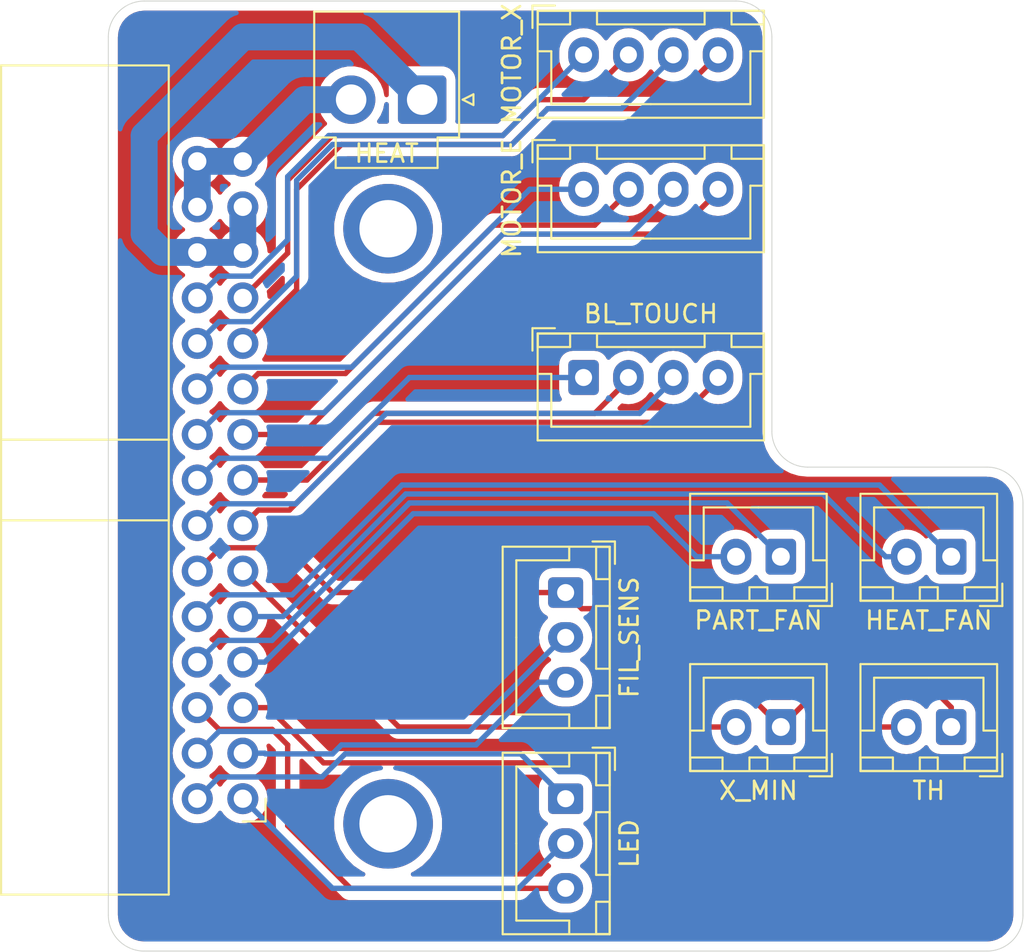
<source format=kicad_pcb>
(kicad_pcb (version 20171130) (host pcbnew "(5.1.4-0-10_14)")

  (general
    (thickness 1.6)
    (drawings 29)
    (tracks 156)
    (zones 0)
    (modules 13)
    (nets 27)
  )

  (page A4)
  (layers
    (0 F.Cu signal)
    (31 B.Cu signal)
    (32 B.Adhes user)
    (33 F.Adhes user)
    (34 B.Paste user)
    (35 F.Paste user)
    (36 B.SilkS user)
    (37 F.SilkS user)
    (38 B.Mask user)
    (39 F.Mask user)
    (40 Dwgs.User user)
    (41 Cmts.User user)
    (42 Eco1.User user)
    (43 Eco2.User user hide)
    (44 Edge.Cuts user)
    (45 Margin user)
    (46 B.CrtYd user)
    (47 F.CrtYd user)
    (48 B.Fab user hide)
    (49 F.Fab user hide)
  )

  (setup
    (last_trace_width 0.25)
    (user_trace_width 0.3)
    (user_trace_width 0.4)
    (user_trace_width 0.45)
    (user_trace_width 0.5)
    (user_trace_width 1)
    (user_trace_width 1.1)
    (user_trace_width 1.2)
    (user_trace_width 1.5)
    (trace_clearance 0.2)
    (zone_clearance 0.508)
    (zone_45_only no)
    (trace_min 0.2)
    (via_size 0.8)
    (via_drill 0.4)
    (via_min_size 0.4)
    (via_min_drill 0.3)
    (uvia_size 0.3)
    (uvia_drill 0.1)
    (uvias_allowed no)
    (uvia_min_size 0.2)
    (uvia_min_drill 0.1)
    (edge_width 0.05)
    (segment_width 0.2)
    (pcb_text_width 0.3)
    (pcb_text_size 1.5 1.5)
    (mod_edge_width 0.12)
    (mod_text_size 1 1)
    (mod_text_width 0.15)
    (pad_size 1.7272 1.7272)
    (pad_drill 1.016)
    (pad_to_mask_clearance 0.051)
    (solder_mask_min_width 0.25)
    (aux_axis_origin 0 0)
    (visible_elements FFFFFF7F)
    (pcbplotparams
      (layerselection 0x010fc_ffffffff)
      (usegerberextensions false)
      (usegerberattributes false)
      (usegerberadvancedattributes false)
      (creategerberjobfile false)
      (excludeedgelayer true)
      (linewidth 0.100000)
      (plotframeref false)
      (viasonmask false)
      (mode 1)
      (useauxorigin false)
      (hpglpennumber 1)
      (hpglpenspeed 20)
      (hpglpendiameter 15.000000)
      (psnegative false)
      (psa4output false)
      (plotreference true)
      (plotvalue true)
      (plotinvisibletext false)
      (padsonsilk false)
      (subtractmaskfromsilk false)
      (outputformat 1)
      (mirror false)
      (drillshape 0)
      (scaleselection 1)
      (outputdirectory "plot"))
  )

  (net 0 "")
  (net 1 "Net-(BL_TOUCH1-Pad4)")
  (net 2 "Net-(BL_TOUCH1-Pad3)")
  (net 3 "Net-(BL_TOUCH1-Pad2)")
  (net 4 "Net-(BL_TOUCH1-Pad1)")
  (net 5 "Net-(FIL_SENS1-Pad3)")
  (net 6 "Net-(FIL_SENS1-Pad2)")
  (net 7 "Net-(FIL_SENS1-Pad1)")
  (net 8 "Net-(HEAT1-Pad2)")
  (net 9 "Net-(HEAT1-Pad1)")
  (net 10 "Net-(HEAT_FAN1-Pad2)")
  (net 11 "Net-(HEAT_FAN1-Pad1)")
  (net 12 "Net-(LED1-Pad3)")
  (net 13 "Net-(LED1-Pad2)")
  (net 14 "Net-(LED1-Pad1)")
  (net 15 "Net-(MOTOR_E1-Pad4)")
  (net 16 "Net-(MOTOR_E1-Pad3)")
  (net 17 "Net-(MOTOR_E1-Pad2)")
  (net 18 "Net-(MOTOR_E1-Pad1)")
  (net 19 "Net-(MOTOR_X1-Pad4)")
  (net 20 "Net-(MOTOR_X1-Pad3)")
  (net 21 "Net-(MOTOR_X1-Pad2)")
  (net 22 "Net-(MOTOR_X1-Pad1)")
  (net 23 "Net-(PART_FAN1-Pad2)")
  (net 24 "Net-(PART_FAN1-Pad1)")
  (net 25 "Net-(RIBBON1-Pad11)")
  (net 26 "Net-(RIBBON1-Pad5)")

  (net_class Default "This is the default net class."
    (clearance 0.2)
    (trace_width 0.25)
    (via_dia 0.8)
    (via_drill 0.4)
    (uvia_dia 0.3)
    (uvia_drill 0.1)
    (add_net "Net-(BL_TOUCH1-Pad1)")
    (add_net "Net-(BL_TOUCH1-Pad2)")
    (add_net "Net-(BL_TOUCH1-Pad3)")
    (add_net "Net-(BL_TOUCH1-Pad4)")
    (add_net "Net-(FIL_SENS1-Pad1)")
    (add_net "Net-(FIL_SENS1-Pad2)")
    (add_net "Net-(FIL_SENS1-Pad3)")
    (add_net "Net-(HEAT1-Pad1)")
    (add_net "Net-(HEAT1-Pad2)")
    (add_net "Net-(HEAT_FAN1-Pad1)")
    (add_net "Net-(HEAT_FAN1-Pad2)")
    (add_net "Net-(LED1-Pad1)")
    (add_net "Net-(LED1-Pad2)")
    (add_net "Net-(LED1-Pad3)")
    (add_net "Net-(MOTOR_E1-Pad1)")
    (add_net "Net-(MOTOR_E1-Pad2)")
    (add_net "Net-(MOTOR_E1-Pad3)")
    (add_net "Net-(MOTOR_E1-Pad4)")
    (add_net "Net-(MOTOR_X1-Pad1)")
    (add_net "Net-(MOTOR_X1-Pad2)")
    (add_net "Net-(MOTOR_X1-Pad3)")
    (add_net "Net-(MOTOR_X1-Pad4)")
    (add_net "Net-(PART_FAN1-Pad1)")
    (add_net "Net-(PART_FAN1-Pad2)")
    (add_net "Net-(RIBBON1-Pad11)")
    (add_net "Net-(RIBBON1-Pad5)")
  )

  (module Connector_Pin:Pin_D1.0mm_L10.0mm (layer F.Cu) (tedit 5D967325) (tstamp 5D96C9B1)
    (at 115.6 92.9)
    (descr "solder Pin_ diameter 1.0mm, hole diameter 1.0mm (press fit), length 10.0mm")
    (tags "solder Pin_ press fit")
    (fp_text reference REF** (at 0 2.25) (layer F.SilkS) hide
      (effects (font (size 1 1) (thickness 0.15)))
    )
    (fp_text value Pin_D1.0mm_L10.0mm (at 0 -2.05) (layer F.Fab) hide
      (effects (font (size 1 1) (thickness 0.15)))
    )
    (fp_text user %R (at 0 2.25) (layer F.Fab) hide
      (effects (font (size 1 1) (thickness 0.15)))
    )
    (fp_circle (center 0 0) (end 1.5 0) (layer F.CrtYd) (width 0.05))
    (fp_circle (center 0 0) (end 0.5 0) (layer F.Fab) (width 0.12))
    (fp_circle (center 0 0) (end 1 0) (layer F.Fab) (width 0.12))
    (fp_circle (center 0 0) (end 1.25 0.05) (layer F.SilkS) (width 0.12))
    (pad "" thru_hole circle (at 0 0) (size 5 5) (drill 3.2) (layers *.Cu *.Mask))
    (model ${KISYS3DMOD}/Connector_Pin.3dshapes/Pin_D1.0mm_L10.0mm.wrl
      (at (xyz 0 0 0))
      (scale (xyz 1 1 1))
      (rotate (xyz 0 0 0))
    )
  )

  (module Connector_Pin:Pin_D1.0mm_L10.0mm (layer F.Cu) (tedit 5D96731F) (tstamp 5D96C913)
    (at 115.6 59.7)
    (descr "solder Pin_ diameter 1.0mm, hole diameter 1.0mm (press fit), length 10.0mm")
    (tags "solder Pin_ press fit")
    (fp_text reference REF** (at 0 2.25) (layer F.SilkS) hide
      (effects (font (size 1 1) (thickness 0.15)))
    )
    (fp_text value Pin_D1.0mm_L10.0mm (at 0 -2.05) (layer F.Fab) hide
      (effects (font (size 1 1) (thickness 0.15)))
    )
    (fp_circle (center 0 0) (end 1.25 0.05) (layer F.SilkS) (width 0.12))
    (fp_circle (center 0 0) (end 1 0) (layer F.Fab) (width 0.12))
    (fp_circle (center 0 0) (end 0.5 0) (layer F.Fab) (width 0.12))
    (fp_circle (center 0 0) (end 1.5 0) (layer F.CrtYd) (width 0.05))
    (fp_text user %R (at 0 2.25) (layer F.Fab) hide
      (effects (font (size 1 1) (thickness 0.15)))
    )
    (pad "" thru_hole circle (at 0 0) (size 5 5) (drill 3.2) (layers *.Cu *.Mask))
    (model ${KISYS3DMOD}/Connector_Pin.3dshapes/Pin_D1.0mm_L10.0mm.wrl
      (at (xyz 0 0 0))
      (scale (xyz 1 1 1))
      (rotate (xyz 0 0 0))
    )
  )

  (module Connector_JST:JST_XH_B2B-XH-A_1x02_P2.50mm_Vertical (layer F.Cu) (tedit 5C28146C) (tstamp 5D96C536)
    (at 137.5 87.5 180)
    (descr "JST XH series connector, B2B-XH-A (http://www.jst-mfg.com/product/pdf/eng/eXH.pdf), generated with kicad-footprint-generator")
    (tags "connector JST XH vertical")
    (path /5D96E103)
    (fp_text reference X_MIN (at 1.25 -3.55) (layer F.SilkS)
      (effects (font (size 1 1) (thickness 0.15)))
    )
    (fp_text value Conn_01x02 (at 1.25 4.6) (layer F.Fab)
      (effects (font (size 1 1) (thickness 0.15)))
    )
    (fp_text user %R (at 1.25 2.7) (layer F.Fab)
      (effects (font (size 1 1) (thickness 0.15)))
    )
    (fp_line (start -2.85 -2.75) (end -2.85 -1.5) (layer F.SilkS) (width 0.12))
    (fp_line (start -1.6 -2.75) (end -2.85 -2.75) (layer F.SilkS) (width 0.12))
    (fp_line (start 4.3 2.75) (end 1.25 2.75) (layer F.SilkS) (width 0.12))
    (fp_line (start 4.3 -0.2) (end 4.3 2.75) (layer F.SilkS) (width 0.12))
    (fp_line (start 5.05 -0.2) (end 4.3 -0.2) (layer F.SilkS) (width 0.12))
    (fp_line (start -1.8 2.75) (end 1.25 2.75) (layer F.SilkS) (width 0.12))
    (fp_line (start -1.8 -0.2) (end -1.8 2.75) (layer F.SilkS) (width 0.12))
    (fp_line (start -2.55 -0.2) (end -1.8 -0.2) (layer F.SilkS) (width 0.12))
    (fp_line (start 5.05 -2.45) (end 3.25 -2.45) (layer F.SilkS) (width 0.12))
    (fp_line (start 5.05 -1.7) (end 5.05 -2.45) (layer F.SilkS) (width 0.12))
    (fp_line (start 3.25 -1.7) (end 5.05 -1.7) (layer F.SilkS) (width 0.12))
    (fp_line (start 3.25 -2.45) (end 3.25 -1.7) (layer F.SilkS) (width 0.12))
    (fp_line (start -0.75 -2.45) (end -2.55 -2.45) (layer F.SilkS) (width 0.12))
    (fp_line (start -0.75 -1.7) (end -0.75 -2.45) (layer F.SilkS) (width 0.12))
    (fp_line (start -2.55 -1.7) (end -0.75 -1.7) (layer F.SilkS) (width 0.12))
    (fp_line (start -2.55 -2.45) (end -2.55 -1.7) (layer F.SilkS) (width 0.12))
    (fp_line (start 1.75 -2.45) (end 0.75 -2.45) (layer F.SilkS) (width 0.12))
    (fp_line (start 1.75 -1.7) (end 1.75 -2.45) (layer F.SilkS) (width 0.12))
    (fp_line (start 0.75 -1.7) (end 1.75 -1.7) (layer F.SilkS) (width 0.12))
    (fp_line (start 0.75 -2.45) (end 0.75 -1.7) (layer F.SilkS) (width 0.12))
    (fp_line (start 0 -1.35) (end 0.625 -2.35) (layer F.Fab) (width 0.1))
    (fp_line (start -0.625 -2.35) (end 0 -1.35) (layer F.Fab) (width 0.1))
    (fp_line (start 5.45 -2.85) (end -2.95 -2.85) (layer F.CrtYd) (width 0.05))
    (fp_line (start 5.45 3.9) (end 5.45 -2.85) (layer F.CrtYd) (width 0.05))
    (fp_line (start -2.95 3.9) (end 5.45 3.9) (layer F.CrtYd) (width 0.05))
    (fp_line (start -2.95 -2.85) (end -2.95 3.9) (layer F.CrtYd) (width 0.05))
    (fp_line (start 5.06 -2.46) (end -2.56 -2.46) (layer F.SilkS) (width 0.12))
    (fp_line (start 5.06 3.51) (end 5.06 -2.46) (layer F.SilkS) (width 0.12))
    (fp_line (start -2.56 3.51) (end 5.06 3.51) (layer F.SilkS) (width 0.12))
    (fp_line (start -2.56 -2.46) (end -2.56 3.51) (layer F.SilkS) (width 0.12))
    (fp_line (start 4.95 -2.35) (end -2.45 -2.35) (layer F.Fab) (width 0.1))
    (fp_line (start 4.95 3.4) (end 4.95 -2.35) (layer F.Fab) (width 0.1))
    (fp_line (start -2.45 3.4) (end 4.95 3.4) (layer F.Fab) (width 0.1))
    (fp_line (start -2.45 -2.35) (end -2.45 3.4) (layer F.Fab) (width 0.1))
    (pad 2 thru_hole oval (at 2.5 0 180) (size 1.7 2) (drill 1) (layers *.Cu *.Mask)
      (net 25 "Net-(RIBBON1-Pad11)"))
    (pad 1 thru_hole roundrect (at 0 0 180) (size 1.7 2) (drill 1) (layers *.Cu *.Mask) (roundrect_rratio 0.147059)
      (net 7 "Net-(FIL_SENS1-Pad1)"))
    (model ${KISYS3DMOD}/Connector_JST.3dshapes/JST_XH_B2B-XH-A_1x02_P2.50mm_Vertical.wrl
      (at (xyz 0 0 0))
      (scale (xyz 1 1 1))
      (rotate (xyz 0 0 0))
    )
  )

  (module Connector_JST:JST_XH_B2B-XH-A_1x02_P2.50mm_Vertical (layer F.Cu) (tedit 5C28146C) (tstamp 5D96C50D)
    (at 147 87.5 180)
    (descr "JST XH series connector, B2B-XH-A (http://www.jst-mfg.com/product/pdf/eng/eXH.pdf), generated with kicad-footprint-generator")
    (tags "connector JST XH vertical")
    (path /5D96F171)
    (fp_text reference TH (at 1.25 -3.55) (layer F.SilkS)
      (effects (font (size 1 1) (thickness 0.15)))
    )
    (fp_text value Conn_01x02 (at 1.25 4.6) (layer F.Fab)
      (effects (font (size 1 1) (thickness 0.15)))
    )
    (fp_text user %R (at 1.25 2.7) (layer F.Fab)
      (effects (font (size 1 1) (thickness 0.15)))
    )
    (fp_line (start -2.85 -2.75) (end -2.85 -1.5) (layer F.SilkS) (width 0.12))
    (fp_line (start -1.6 -2.75) (end -2.85 -2.75) (layer F.SilkS) (width 0.12))
    (fp_line (start 4.3 2.75) (end 1.25 2.75) (layer F.SilkS) (width 0.12))
    (fp_line (start 4.3 -0.2) (end 4.3 2.75) (layer F.SilkS) (width 0.12))
    (fp_line (start 5.05 -0.2) (end 4.3 -0.2) (layer F.SilkS) (width 0.12))
    (fp_line (start -1.8 2.75) (end 1.25 2.75) (layer F.SilkS) (width 0.12))
    (fp_line (start -1.8 -0.2) (end -1.8 2.75) (layer F.SilkS) (width 0.12))
    (fp_line (start -2.55 -0.2) (end -1.8 -0.2) (layer F.SilkS) (width 0.12))
    (fp_line (start 5.05 -2.45) (end 3.25 -2.45) (layer F.SilkS) (width 0.12))
    (fp_line (start 5.05 -1.7) (end 5.05 -2.45) (layer F.SilkS) (width 0.12))
    (fp_line (start 3.25 -1.7) (end 5.05 -1.7) (layer F.SilkS) (width 0.12))
    (fp_line (start 3.25 -2.45) (end 3.25 -1.7) (layer F.SilkS) (width 0.12))
    (fp_line (start -0.75 -2.45) (end -2.55 -2.45) (layer F.SilkS) (width 0.12))
    (fp_line (start -0.75 -1.7) (end -0.75 -2.45) (layer F.SilkS) (width 0.12))
    (fp_line (start -2.55 -1.7) (end -0.75 -1.7) (layer F.SilkS) (width 0.12))
    (fp_line (start -2.55 -2.45) (end -2.55 -1.7) (layer F.SilkS) (width 0.12))
    (fp_line (start 1.75 -2.45) (end 0.75 -2.45) (layer F.SilkS) (width 0.12))
    (fp_line (start 1.75 -1.7) (end 1.75 -2.45) (layer F.SilkS) (width 0.12))
    (fp_line (start 0.75 -1.7) (end 1.75 -1.7) (layer F.SilkS) (width 0.12))
    (fp_line (start 0.75 -2.45) (end 0.75 -1.7) (layer F.SilkS) (width 0.12))
    (fp_line (start 0 -1.35) (end 0.625 -2.35) (layer F.Fab) (width 0.1))
    (fp_line (start -0.625 -2.35) (end 0 -1.35) (layer F.Fab) (width 0.1))
    (fp_line (start 5.45 -2.85) (end -2.95 -2.85) (layer F.CrtYd) (width 0.05))
    (fp_line (start 5.45 3.9) (end 5.45 -2.85) (layer F.CrtYd) (width 0.05))
    (fp_line (start -2.95 3.9) (end 5.45 3.9) (layer F.CrtYd) (width 0.05))
    (fp_line (start -2.95 -2.85) (end -2.95 3.9) (layer F.CrtYd) (width 0.05))
    (fp_line (start 5.06 -2.46) (end -2.56 -2.46) (layer F.SilkS) (width 0.12))
    (fp_line (start 5.06 3.51) (end 5.06 -2.46) (layer F.SilkS) (width 0.12))
    (fp_line (start -2.56 3.51) (end 5.06 3.51) (layer F.SilkS) (width 0.12))
    (fp_line (start -2.56 -2.46) (end -2.56 3.51) (layer F.SilkS) (width 0.12))
    (fp_line (start 4.95 -2.35) (end -2.45 -2.35) (layer F.Fab) (width 0.1))
    (fp_line (start 4.95 3.4) (end 4.95 -2.35) (layer F.Fab) (width 0.1))
    (fp_line (start -2.45 3.4) (end 4.95 3.4) (layer F.Fab) (width 0.1))
    (fp_line (start -2.45 -2.35) (end -2.45 3.4) (layer F.Fab) (width 0.1))
    (pad 2 thru_hole oval (at 2.5 0 180) (size 1.7 2) (drill 1) (layers *.Cu *.Mask)
      (net 26 "Net-(RIBBON1-Pad5)"))
    (pad 1 thru_hole roundrect (at 0 0 180) (size 1.7 2) (drill 1) (layers *.Cu *.Mask) (roundrect_rratio 0.147059)
      (net 7 "Net-(FIL_SENS1-Pad1)"))
    (model ${KISYS3DMOD}/Connector_JST.3dshapes/JST_XH_B2B-XH-A_1x02_P2.50mm_Vertical.wrl
      (at (xyz 0 0 0))
      (scale (xyz 1 1 1))
      (rotate (xyz 0 0 0))
    )
  )

  (module Connector_IDC:IDC-Header_2x15_P2.54mm_Horizontal (layer F.Cu) (tedit 5D967BE6) (tstamp 5D96C4E4)
    (at 107.5 91.5 180)
    (descr "Through hole angled IDC box header, 2x15, 2.54mm pitch, double rows")
    (tags "Through hole IDC box header THT 2x15 2.54mm double row")
    (path /5D966673)
    (fp_text reference RIBBON1 (at 6.105 -6.35) (layer F.SilkS) hide
      (effects (font (size 1 1) (thickness 0.15)))
    )
    (fp_text value Conn_02x15_Odd_Even (at 6.105 42.164) (layer F.Fab)
      (effects (font (size 1 1) (thickness 0.15)))
    )
    (fp_line (start 13.48 40.91) (end -1.12 40.91) (layer F.CrtYd) (width 0.05))
    (fp_line (start 13.48 -5.35) (end 13.48 40.91) (layer F.CrtYd) (width 0.05))
    (fp_line (start -1.12 40.91) (end -1.12 -5.35) (layer F.CrtYd) (width 0.05))
    (fp_line (start -1.12 -5.35) (end 13.48 -5.35) (layer F.CrtYd) (width 0.05))
    (fp_line (start 4.13 40.91) (end 4.13 -5.35) (layer F.SilkS) (width 0.12))
    (fp_line (start 4.13 40.91) (end 13.48 40.91) (layer F.SilkS) (width 0.12))
    (fp_line (start 4.13 20.03) (end 13.48 20.03) (layer F.SilkS) (width 0.12))
    (fp_line (start 4.13 15.53) (end 13.48 15.53) (layer F.SilkS) (width 0.12))
    (fp_line (start 4.13 -5.35) (end 13.48 -5.35) (layer F.SilkS) (width 0.12))
    (fp_line (start 13.48 -5.35) (end 13.48 40.91) (layer F.SilkS) (width 0.12))
    (fp_line (start 0 -1.27) (end -1.27 -1.27) (layer F.SilkS) (width 0.12))
    (fp_line (start -1.27 -1.27) (end -1.27 0) (layer F.SilkS) (width 0.12))
    (fp_line (start 5.38 -5.1) (end 13.23 -5.1) (layer F.Fab) (width 0.1))
    (fp_line (start 4.38 9.84) (end -0.32 9.84) (layer F.Fab) (width 0.1))
    (fp_line (start 4.38 7.3) (end -0.32 7.3) (layer F.Fab) (width 0.1))
    (fp_line (start 4.38 40.66) (end 4.38 -4.1) (layer F.Fab) (width 0.1))
    (fp_line (start 4.38 40.66) (end 13.23 40.66) (layer F.Fab) (width 0.1))
    (fp_line (start 4.38 4.76) (end -0.32 4.76) (layer F.Fab) (width 0.1))
    (fp_line (start 4.38 35.24) (end -0.32 35.24) (layer F.Fab) (width 0.1))
    (fp_line (start 4.38 32.7) (end -0.32 32.7) (layer F.Fab) (width 0.1))
    (fp_line (start 4.38 30.16) (end -0.32 30.16) (layer F.Fab) (width 0.1))
    (fp_line (start 4.38 27.62) (end -0.32 27.62) (layer F.Fab) (width 0.1))
    (fp_line (start 4.38 25.08) (end -0.32 25.08) (layer F.Fab) (width 0.1))
    (fp_line (start 4.38 22.54) (end -0.32 22.54) (layer F.Fab) (width 0.1))
    (fp_line (start 4.38 20.03) (end 13.23 20.03) (layer F.Fab) (width 0.1))
    (fp_line (start 4.38 20) (end -0.32 20) (layer F.Fab) (width 0.1))
    (fp_line (start 4.38 2.22) (end -0.32 2.22) (layer F.Fab) (width 0.1))
    (fp_line (start 4.38 17.46) (end -0.32 17.46) (layer F.Fab) (width 0.1))
    (fp_line (start 4.38 15.53) (end 13.23 15.53) (layer F.Fab) (width 0.1))
    (fp_line (start 4.38 14.92) (end -0.32 14.92) (layer F.Fab) (width 0.1))
    (fp_line (start 4.38 12.38) (end -0.32 12.38) (layer F.Fab) (width 0.1))
    (fp_line (start 4.38 -4.1) (end 5.38 -5.1) (layer F.Fab) (width 0.1))
    (fp_line (start 4.38 -0.32) (end -0.32 -0.32) (layer F.Fab) (width 0.1))
    (fp_line (start 13.23 40.66) (end 13.23 -5.1) (layer F.Fab) (width 0.1))
    (fp_line (start -0.32 9.84) (end -0.32 10.48) (layer F.Fab) (width 0.1))
    (fp_line (start -0.32 7.94) (end 4.38 7.94) (layer F.Fab) (width 0.1))
    (fp_line (start -0.32 7.3) (end -0.32 7.94) (layer F.Fab) (width 0.1))
    (fp_line (start -0.32 5.4) (end 4.38 5.4) (layer F.Fab) (width 0.1))
    (fp_line (start -0.32 4.76) (end -0.32 5.4) (layer F.Fab) (width 0.1))
    (fp_line (start -0.32 35.88) (end 4.38 35.88) (layer F.Fab) (width 0.1))
    (fp_line (start -0.32 35.24) (end -0.32 35.88) (layer F.Fab) (width 0.1))
    (fp_line (start -0.32 33.34) (end 4.38 33.34) (layer F.Fab) (width 0.1))
    (fp_line (start -0.32 32.7) (end -0.32 33.34) (layer F.Fab) (width 0.1))
    (fp_line (start -0.32 30.8) (end 4.38 30.8) (layer F.Fab) (width 0.1))
    (fp_line (start -0.32 30.16) (end -0.32 30.8) (layer F.Fab) (width 0.1))
    (fp_line (start -0.32 28.26) (end 4.38 28.26) (layer F.Fab) (width 0.1))
    (fp_line (start -0.32 27.62) (end -0.32 28.26) (layer F.Fab) (width 0.1))
    (fp_line (start -0.32 25.72) (end 4.38 25.72) (layer F.Fab) (width 0.1))
    (fp_line (start -0.32 25.08) (end -0.32 25.72) (layer F.Fab) (width 0.1))
    (fp_line (start -0.32 23.18) (end 4.38 23.18) (layer F.Fab) (width 0.1))
    (fp_line (start -0.32 22.54) (end -0.32 23.18) (layer F.Fab) (width 0.1))
    (fp_line (start -0.32 20.64) (end 4.38 20.64) (layer F.Fab) (width 0.1))
    (fp_line (start -0.32 20) (end -0.32 20.64) (layer F.Fab) (width 0.1))
    (fp_line (start -0.32 2.86) (end 4.38 2.86) (layer F.Fab) (width 0.1))
    (fp_line (start -0.32 2.22) (end -0.32 2.86) (layer F.Fab) (width 0.1))
    (fp_line (start -0.32 18.1) (end 4.38 18.1) (layer F.Fab) (width 0.1))
    (fp_line (start -0.32 17.46) (end -0.32 18.1) (layer F.Fab) (width 0.1))
    (fp_line (start -0.32 15.56) (end 4.38 15.56) (layer F.Fab) (width 0.1))
    (fp_line (start -0.32 14.92) (end -0.32 15.56) (layer F.Fab) (width 0.1))
    (fp_line (start -0.32 13.02) (end 4.38 13.02) (layer F.Fab) (width 0.1))
    (fp_line (start -0.32 12.38) (end -0.32 13.02) (layer F.Fab) (width 0.1))
    (fp_line (start -0.32 10.48) (end 4.38 10.48) (layer F.Fab) (width 0.1))
    (fp_line (start -0.32 0.32) (end 4.38 0.32) (layer F.Fab) (width 0.1))
    (fp_line (start -0.32 -0.32) (end -0.32 0.32) (layer F.Fab) (width 0.1))
    (fp_text user %R (at 8.805 17.78 90) (layer F.Fab)
      (effects (font (size 1 1) (thickness 0.15)))
    )
    (pad 30 thru_hole oval (at 2.54 35.56 180) (size 1.7272 1.7272) (drill 1.016) (layers *.Cu *.Mask)
      (net 8 "Net-(HEAT1-Pad2)"))
    (pad 29 thru_hole oval (at 0 35.56 180) (size 1.7272 1.7272) (drill 1.016) (layers *.Cu *.Mask)
      (net 8 "Net-(HEAT1-Pad2)"))
    (pad 28 thru_hole oval (at 2.54 33.02 180) (size 1.7272 1.7272) (drill 1.016) (layers *.Cu *.Mask)
      (net 8 "Net-(HEAT1-Pad2)"))
    (pad 27 thru_hole oval (at 0 33.02 180) (size 1.7272 1.7272) (drill 1.016) (layers *.Cu *.Mask)
      (net 9 "Net-(HEAT1-Pad1)"))
    (pad 26 thru_hole oval (at 2.54 30.48 180) (size 1.7272 1.7272) (drill 1.016) (layers *.Cu *.Mask)
      (net 9 "Net-(HEAT1-Pad1)"))
    (pad 25 thru_hole oval (at 0 30.48 180) (size 1.7272 1.7272) (drill 1.016) (layers *.Cu *.Mask)
      (net 9 "Net-(HEAT1-Pad1)"))
    (pad 24 thru_hole oval (at 2.54 27.94 180) (size 1.7272 1.7272) (drill 1.016) (layers *.Cu *.Mask)
      (net 22 "Net-(MOTOR_X1-Pad1)"))
    (pad 23 thru_hole oval (at 0 27.94 180) (size 1.7272 1.7272) (drill 1.016) (layers *.Cu *.Mask)
      (net 21 "Net-(MOTOR_X1-Pad2)"))
    (pad 22 thru_hole oval (at 2.54 25.4 180) (size 1.7272 1.7272) (drill 1.016) (layers *.Cu *.Mask)
      (net 20 "Net-(MOTOR_X1-Pad3)"))
    (pad 21 thru_hole oval (at 0 25.4 180) (size 1.7272 1.7272) (drill 1.016) (layers *.Cu *.Mask)
      (net 19 "Net-(MOTOR_X1-Pad4)"))
    (pad 20 thru_hole oval (at 2.54 22.86 180) (size 1.7272 1.7272) (drill 1.016) (layers *.Cu *.Mask)
      (net 18 "Net-(MOTOR_E1-Pad1)"))
    (pad 19 thru_hole oval (at 0 22.86 180) (size 1.7272 1.7272) (drill 1.016) (layers *.Cu *.Mask)
      (net 17 "Net-(MOTOR_E1-Pad2)"))
    (pad 18 thru_hole oval (at 2.54 20.32 180) (size 1.7272 1.7272) (drill 1.016) (layers *.Cu *.Mask)
      (net 16 "Net-(MOTOR_E1-Pad3)"))
    (pad 17 thru_hole oval (at 0 20.32 180) (size 1.7272 1.7272) (drill 1.016) (layers *.Cu *.Mask)
      (net 15 "Net-(MOTOR_E1-Pad4)"))
    (pad 16 thru_hole oval (at 2.54 17.78 180) (size 1.7272 1.7272) (drill 1.016) (layers *.Cu *.Mask)
      (net 4 "Net-(BL_TOUCH1-Pad1)"))
    (pad 15 thru_hole oval (at 0 17.78 180) (size 1.7272 1.7272) (drill 1.016) (layers *.Cu *.Mask)
      (net 3 "Net-(BL_TOUCH1-Pad2)"))
    (pad 14 thru_hole oval (at 2.54 15.24 180) (size 1.7272 1.7272) (drill 1.016) (layers *.Cu *.Mask)
      (net 2 "Net-(BL_TOUCH1-Pad3)"))
    (pad 13 thru_hole oval (at 0 15.24 180) (size 1.7272 1.7272) (drill 1.016) (layers *.Cu *.Mask)
      (net 1 "Net-(BL_TOUCH1-Pad4)"))
    (pad 12 thru_hole oval (at 2.54 12.7 180) (size 1.7272 1.7272) (drill 1.016) (layers *.Cu *.Mask)
      (net 7 "Net-(FIL_SENS1-Pad1)"))
    (pad 11 thru_hole oval (at 0 12.7 180) (size 1.7272 1.7272) (drill 1.016) (layers *.Cu *.Mask)
      (net 25 "Net-(RIBBON1-Pad11)"))
    (pad 10 thru_hole oval (at 2.54 10.16 180) (size 1.7272 1.7272) (drill 1.016) (layers *.Cu *.Mask)
      (net 11 "Net-(HEAT_FAN1-Pad1)"))
    (pad 9 thru_hole oval (at 0 10.16 180) (size 1.7272 1.7272) (drill 1.016) (layers *.Cu *.Mask)
      (net 10 "Net-(HEAT_FAN1-Pad2)"))
    (pad 8 thru_hole oval (at 2.54 7.62 180) (size 1.7272 1.7272) (drill 1.016) (layers *.Cu *.Mask)
      (net 24 "Net-(PART_FAN1-Pad1)"))
    (pad 7 thru_hole oval (at 0 7.62 180) (size 1.7272 1.7272) (drill 1.016) (layers *.Cu *.Mask)
      (net 23 "Net-(PART_FAN1-Pad2)"))
    (pad 6 thru_hole oval (at 2.54 5.08 180) (size 1.7272 1.7272) (drill 1.016) (layers *.Cu *.Mask)
      (net 12 "Net-(LED1-Pad3)"))
    (pad 5 thru_hole oval (at 0 5.08 180) (size 1.7272 1.7272) (drill 1.016) (layers *.Cu *.Mask)
      (net 26 "Net-(RIBBON1-Pad5)"))
    (pad 4 thru_hole oval (at 2.54 2.54 180) (size 1.7272 1.7272) (drill 1.016) (layers *.Cu *.Mask)
      (net 6 "Net-(FIL_SENS1-Pad2)"))
    (pad 3 thru_hole oval (at 0 2.54 180) (size 1.7272 1.7272) (drill 1.016) (layers *.Cu *.Mask)
      (net 5 "Net-(FIL_SENS1-Pad3)"))
    (pad 2 thru_hole oval (at 2.54 0 180) (size 1.7272 1.7272) (drill 1.016) (layers *.Cu *.Mask)
      (net 14 "Net-(LED1-Pad1)"))
    (pad 1 thru_hole circle (at 0 0 180) (size 1.7272 1.7272) (drill 1.016) (layers *.Cu *.Mask)
      (net 13 "Net-(LED1-Pad2)"))
    (model ${KISYS3DMOD}/Connector_IDC.3dshapes/IDC-Header_2x15_P2.54mm_Horizontal.wrl
      (at (xyz 0 0 0))
      (scale (xyz 1 1 1))
      (rotate (xyz 0 0 0))
    )
  )

  (module Connector_JST:JST_XH_B2B-XH-A_1x02_P2.50mm_Vertical (layer F.Cu) (tedit 5C28146C) (tstamp 5D96CE85)
    (at 137.5 78 180)
    (descr "JST XH series connector, B2B-XH-A (http://www.jst-mfg.com/product/pdf/eng/eXH.pdf), generated with kicad-footprint-generator")
    (tags "connector JST XH vertical")
    (path /5D96FAC4)
    (fp_text reference PART_FAN (at 1.25 -3.55) (layer F.SilkS)
      (effects (font (size 1 1) (thickness 0.15)))
    )
    (fp_text value Conn_01x02 (at 1.25 4.6) (layer F.Fab)
      (effects (font (size 1 1) (thickness 0.15)))
    )
    (fp_text user %R (at 1.25 2.7) (layer F.Fab)
      (effects (font (size 1 1) (thickness 0.15)))
    )
    (fp_line (start -2.85 -2.75) (end -2.85 -1.5) (layer F.SilkS) (width 0.12))
    (fp_line (start -1.6 -2.75) (end -2.85 -2.75) (layer F.SilkS) (width 0.12))
    (fp_line (start 4.3 2.75) (end 1.25 2.75) (layer F.SilkS) (width 0.12))
    (fp_line (start 4.3 -0.2) (end 4.3 2.75) (layer F.SilkS) (width 0.12))
    (fp_line (start 5.05 -0.2) (end 4.3 -0.2) (layer F.SilkS) (width 0.12))
    (fp_line (start -1.8 2.75) (end 1.25 2.75) (layer F.SilkS) (width 0.12))
    (fp_line (start -1.8 -0.2) (end -1.8 2.75) (layer F.SilkS) (width 0.12))
    (fp_line (start -2.55 -0.2) (end -1.8 -0.2) (layer F.SilkS) (width 0.12))
    (fp_line (start 5.05 -2.45) (end 3.25 -2.45) (layer F.SilkS) (width 0.12))
    (fp_line (start 5.05 -1.7) (end 5.05 -2.45) (layer F.SilkS) (width 0.12))
    (fp_line (start 3.25 -1.7) (end 5.05 -1.7) (layer F.SilkS) (width 0.12))
    (fp_line (start 3.25 -2.45) (end 3.25 -1.7) (layer F.SilkS) (width 0.12))
    (fp_line (start -0.75 -2.45) (end -2.55 -2.45) (layer F.SilkS) (width 0.12))
    (fp_line (start -0.75 -1.7) (end -0.75 -2.45) (layer F.SilkS) (width 0.12))
    (fp_line (start -2.55 -1.7) (end -0.75 -1.7) (layer F.SilkS) (width 0.12))
    (fp_line (start -2.55 -2.45) (end -2.55 -1.7) (layer F.SilkS) (width 0.12))
    (fp_line (start 1.75 -2.45) (end 0.75 -2.45) (layer F.SilkS) (width 0.12))
    (fp_line (start 1.75 -1.7) (end 1.75 -2.45) (layer F.SilkS) (width 0.12))
    (fp_line (start 0.75 -1.7) (end 1.75 -1.7) (layer F.SilkS) (width 0.12))
    (fp_line (start 0.75 -2.45) (end 0.75 -1.7) (layer F.SilkS) (width 0.12))
    (fp_line (start 0 -1.35) (end 0.625 -2.35) (layer F.Fab) (width 0.1))
    (fp_line (start -0.625 -2.35) (end 0 -1.35) (layer F.Fab) (width 0.1))
    (fp_line (start 5.45 -2.85) (end -2.95 -2.85) (layer F.CrtYd) (width 0.05))
    (fp_line (start 5.45 3.9) (end 5.45 -2.85) (layer F.CrtYd) (width 0.05))
    (fp_line (start -2.95 3.9) (end 5.45 3.9) (layer F.CrtYd) (width 0.05))
    (fp_line (start -2.95 -2.85) (end -2.95 3.9) (layer F.CrtYd) (width 0.05))
    (fp_line (start 5.06 -2.46) (end -2.56 -2.46) (layer F.SilkS) (width 0.12))
    (fp_line (start 5.06 3.51) (end 5.06 -2.46) (layer F.SilkS) (width 0.12))
    (fp_line (start -2.56 3.51) (end 5.06 3.51) (layer F.SilkS) (width 0.12))
    (fp_line (start -2.56 -2.46) (end -2.56 3.51) (layer F.SilkS) (width 0.12))
    (fp_line (start 4.95 -2.35) (end -2.45 -2.35) (layer F.Fab) (width 0.1))
    (fp_line (start 4.95 3.4) (end 4.95 -2.35) (layer F.Fab) (width 0.1))
    (fp_line (start -2.45 3.4) (end 4.95 3.4) (layer F.Fab) (width 0.1))
    (fp_line (start -2.45 -2.35) (end -2.45 3.4) (layer F.Fab) (width 0.1))
    (pad 2 thru_hole oval (at 2.5 0 180) (size 1.7 2) (drill 1) (layers *.Cu *.Mask)
      (net 23 "Net-(PART_FAN1-Pad2)"))
    (pad 1 thru_hole roundrect (at 0 0 180) (size 1.7 2) (drill 1) (layers *.Cu *.Mask) (roundrect_rratio 0.147059)
      (net 24 "Net-(PART_FAN1-Pad1)"))
    (model ${KISYS3DMOD}/Connector_JST.3dshapes/JST_XH_B2B-XH-A_1x02_P2.50mm_Vertical.wrl
      (at (xyz 0 0 0))
      (scale (xyz 1 1 1))
      (rotate (xyz 0 0 0))
    )
  )

  (module Connector_JST:JST_XH_B4B-XH-A_1x04_P2.50mm_Vertical (layer F.Cu) (tedit 5D967B84) (tstamp 5D96C458)
    (at 126.5 50)
    (descr "JST XH series connector, B4B-XH-A (http://www.jst-mfg.com/product/pdf/eng/eXH.pdf), generated with kicad-footprint-generator")
    (tags "connector JST XH vertical")
    (path /5D96CFDE)
    (fp_text reference MOTOR_X (at -4 0.5 90) (layer F.SilkS)
      (effects (font (size 1 1) (thickness 0.15)))
    )
    (fp_text value Conn_01x04 (at 3.75 4.6) (layer F.Fab)
      (effects (font (size 1 1) (thickness 0.15)))
    )
    (fp_text user %R (at 3.75 2.7) (layer F.Fab)
      (effects (font (size 1 1) (thickness 0.15)))
    )
    (fp_line (start -2.85 -2.75) (end -2.85 -1.5) (layer F.SilkS) (width 0.12))
    (fp_line (start -1.6 -2.75) (end -2.85 -2.75) (layer F.SilkS) (width 0.12))
    (fp_line (start 9.3 2.75) (end 3.75 2.75) (layer F.SilkS) (width 0.12))
    (fp_line (start 9.3 -0.2) (end 9.3 2.75) (layer F.SilkS) (width 0.12))
    (fp_line (start 10.05 -0.2) (end 9.3 -0.2) (layer F.SilkS) (width 0.12))
    (fp_line (start -1.8 2.75) (end 3.75 2.75) (layer F.SilkS) (width 0.12))
    (fp_line (start -1.8 -0.2) (end -1.8 2.75) (layer F.SilkS) (width 0.12))
    (fp_line (start -2.55 -0.2) (end -1.8 -0.2) (layer F.SilkS) (width 0.12))
    (fp_line (start 10.05 -2.45) (end 8.25 -2.45) (layer F.SilkS) (width 0.12))
    (fp_line (start 10.05 -1.7) (end 10.05 -2.45) (layer F.SilkS) (width 0.12))
    (fp_line (start 8.25 -1.7) (end 10.05 -1.7) (layer F.SilkS) (width 0.12))
    (fp_line (start 8.25 -2.45) (end 8.25 -1.7) (layer F.SilkS) (width 0.12))
    (fp_line (start -0.75 -2.45) (end -2.55 -2.45) (layer F.SilkS) (width 0.12))
    (fp_line (start -0.75 -1.7) (end -0.75 -2.45) (layer F.SilkS) (width 0.12))
    (fp_line (start -2.55 -1.7) (end -0.75 -1.7) (layer F.SilkS) (width 0.12))
    (fp_line (start -2.55 -2.45) (end -2.55 -1.7) (layer F.SilkS) (width 0.12))
    (fp_line (start 6.75 -2.45) (end 0.75 -2.45) (layer F.SilkS) (width 0.12))
    (fp_line (start 6.75 -1.7) (end 6.75 -2.45) (layer F.SilkS) (width 0.12))
    (fp_line (start 0.75 -1.7) (end 6.75 -1.7) (layer F.SilkS) (width 0.12))
    (fp_line (start 0.75 -2.45) (end 0.75 -1.7) (layer F.SilkS) (width 0.12))
    (fp_line (start 0 -1.35) (end 0.625 -2.35) (layer F.Fab) (width 0.1))
    (fp_line (start -0.625 -2.35) (end 0 -1.35) (layer F.Fab) (width 0.1))
    (fp_line (start 10.45 -2.85) (end -2.95 -2.85) (layer F.CrtYd) (width 0.05))
    (fp_line (start 10.45 3.9) (end 10.45 -2.85) (layer F.CrtYd) (width 0.05))
    (fp_line (start -2.95 3.9) (end 10.45 3.9) (layer F.CrtYd) (width 0.05))
    (fp_line (start -2.95 -2.85) (end -2.95 3.9) (layer F.CrtYd) (width 0.05))
    (fp_line (start 10.06 -2.46) (end -2.56 -2.46) (layer F.SilkS) (width 0.12))
    (fp_line (start 10.06 3.51) (end 10.06 -2.46) (layer F.SilkS) (width 0.12))
    (fp_line (start -2.56 3.51) (end 10.06 3.51) (layer F.SilkS) (width 0.12))
    (fp_line (start -2.56 -2.46) (end -2.56 3.51) (layer F.SilkS) (width 0.12))
    (fp_line (start 9.95 -2.35) (end -2.45 -2.35) (layer F.Fab) (width 0.1))
    (fp_line (start 9.95 3.4) (end 9.95 -2.35) (layer F.Fab) (width 0.1))
    (fp_line (start -2.45 3.4) (end 9.95 3.4) (layer F.Fab) (width 0.1))
    (fp_line (start -2.45 -2.35) (end -2.45 3.4) (layer F.Fab) (width 0.1))
    (pad 4 thru_hole oval (at 7.5 0) (size 1.7 1.95) (drill 0.95) (layers *.Cu *.Mask)
      (net 19 "Net-(MOTOR_X1-Pad4)"))
    (pad 3 thru_hole oval (at 5 0) (size 1.7 1.95) (drill 0.95) (layers *.Cu *.Mask)
      (net 20 "Net-(MOTOR_X1-Pad3)"))
    (pad 2 thru_hole oval (at 2.5 0) (size 1.7 1.95) (drill 0.95) (layers *.Cu *.Mask)
      (net 21 "Net-(MOTOR_X1-Pad2)"))
    (pad 1 thru_hole oval (at 0 0) (size 1.7 1.95) (drill 0.95) (layers *.Cu *.Mask)
      (net 22 "Net-(MOTOR_X1-Pad1)"))
    (model ${KISYS3DMOD}/Connector_JST.3dshapes/JST_XH_B4B-XH-A_1x04_P2.50mm_Vertical.wrl
      (at (xyz 0 0 0))
      (scale (xyz 1 1 1))
      (rotate (xyz 0 0 0))
    )
  )

  (module Connector_JST:JST_XH_B4B-XH-A_1x04_P2.50mm_Vertical (layer F.Cu) (tedit 5D967B7D) (tstamp 5D96C42D)
    (at 126.5 57.5)
    (descr "JST XH series connector, B4B-XH-A (http://www.jst-mfg.com/product/pdf/eng/eXH.pdf), generated with kicad-footprint-generator")
    (tags "connector JST XH vertical")
    (path /5D96C945)
    (fp_text reference MOTOR_E (at -4 0.5 90) (layer F.SilkS)
      (effects (font (size 1 1) (thickness 0.15)))
    )
    (fp_text value Conn_01x04 (at 3.75 4.6) (layer F.Fab)
      (effects (font (size 1 1) (thickness 0.15)))
    )
    (fp_text user %R (at 3.75 2.7) (layer F.Fab)
      (effects (font (size 1 1) (thickness 0.15)))
    )
    (fp_line (start -2.85 -2.75) (end -2.85 -1.5) (layer F.SilkS) (width 0.12))
    (fp_line (start -1.6 -2.75) (end -2.85 -2.75) (layer F.SilkS) (width 0.12))
    (fp_line (start 9.3 2.75) (end 3.75 2.75) (layer F.SilkS) (width 0.12))
    (fp_line (start 9.3 -0.2) (end 9.3 2.75) (layer F.SilkS) (width 0.12))
    (fp_line (start 10.05 -0.2) (end 9.3 -0.2) (layer F.SilkS) (width 0.12))
    (fp_line (start -1.8 2.75) (end 3.75 2.75) (layer F.SilkS) (width 0.12))
    (fp_line (start -1.8 -0.2) (end -1.8 2.75) (layer F.SilkS) (width 0.12))
    (fp_line (start -2.55 -0.2) (end -1.8 -0.2) (layer F.SilkS) (width 0.12))
    (fp_line (start 10.05 -2.45) (end 8.25 -2.45) (layer F.SilkS) (width 0.12))
    (fp_line (start 10.05 -1.7) (end 10.05 -2.45) (layer F.SilkS) (width 0.12))
    (fp_line (start 8.25 -1.7) (end 10.05 -1.7) (layer F.SilkS) (width 0.12))
    (fp_line (start 8.25 -2.45) (end 8.25 -1.7) (layer F.SilkS) (width 0.12))
    (fp_line (start -0.75 -2.45) (end -2.55 -2.45) (layer F.SilkS) (width 0.12))
    (fp_line (start -0.75 -1.7) (end -0.75 -2.45) (layer F.SilkS) (width 0.12))
    (fp_line (start -2.55 -1.7) (end -0.75 -1.7) (layer F.SilkS) (width 0.12))
    (fp_line (start -2.55 -2.45) (end -2.55 -1.7) (layer F.SilkS) (width 0.12))
    (fp_line (start 6.75 -2.45) (end 0.75 -2.45) (layer F.SilkS) (width 0.12))
    (fp_line (start 6.75 -1.7) (end 6.75 -2.45) (layer F.SilkS) (width 0.12))
    (fp_line (start 0.75 -1.7) (end 6.75 -1.7) (layer F.SilkS) (width 0.12))
    (fp_line (start 0.75 -2.45) (end 0.75 -1.7) (layer F.SilkS) (width 0.12))
    (fp_line (start 0 -1.35) (end 0.625 -2.35) (layer F.Fab) (width 0.1))
    (fp_line (start -0.625 -2.35) (end 0 -1.35) (layer F.Fab) (width 0.1))
    (fp_line (start 10.45 -2.85) (end -2.95 -2.85) (layer F.CrtYd) (width 0.05))
    (fp_line (start 10.45 3.9) (end 10.45 -2.85) (layer F.CrtYd) (width 0.05))
    (fp_line (start -2.95 3.9) (end 10.45 3.9) (layer F.CrtYd) (width 0.05))
    (fp_line (start -2.95 -2.85) (end -2.95 3.9) (layer F.CrtYd) (width 0.05))
    (fp_line (start 10.06 -2.46) (end -2.56 -2.46) (layer F.SilkS) (width 0.12))
    (fp_line (start 10.06 3.51) (end 10.06 -2.46) (layer F.SilkS) (width 0.12))
    (fp_line (start -2.56 3.51) (end 10.06 3.51) (layer F.SilkS) (width 0.12))
    (fp_line (start -2.56 -2.46) (end -2.56 3.51) (layer F.SilkS) (width 0.12))
    (fp_line (start 9.95 -2.35) (end -2.45 -2.35) (layer F.Fab) (width 0.1))
    (fp_line (start 9.95 3.4) (end 9.95 -2.35) (layer F.Fab) (width 0.1))
    (fp_line (start -2.45 3.4) (end 9.95 3.4) (layer F.Fab) (width 0.1))
    (fp_line (start -2.45 -2.35) (end -2.45 3.4) (layer F.Fab) (width 0.1))
    (pad 4 thru_hole oval (at 7.5 0) (size 1.7 1.95) (drill 0.95) (layers *.Cu *.Mask)
      (net 15 "Net-(MOTOR_E1-Pad4)"))
    (pad 3 thru_hole oval (at 5 0) (size 1.7 1.95) (drill 0.95) (layers *.Cu *.Mask)
      (net 16 "Net-(MOTOR_E1-Pad3)"))
    (pad 2 thru_hole oval (at 2.5 0) (size 1.7 1.95) (drill 0.95) (layers *.Cu *.Mask)
      (net 17 "Net-(MOTOR_E1-Pad2)"))
    (pad 1 thru_hole oval (at 0 0) (size 1.7 1.95) (drill 0.95) (layers *.Cu *.Mask)
      (net 18 "Net-(MOTOR_E1-Pad1)"))
    (model ${KISYS3DMOD}/Connector_JST.3dshapes/JST_XH_B4B-XH-A_1x04_P2.50mm_Vertical.wrl
      (at (xyz 0 0 0))
      (scale (xyz 1 1 1))
      (rotate (xyz 0 0 0))
    )
  )

  (module Connector_JST:JST_XH_B3B-XH-A_1x03_P2.50mm_Vertical (layer F.Cu) (tedit 5C28146C) (tstamp 5D96C402)
    (at 125.5 91.5 270)
    (descr "JST XH series connector, B3B-XH-A (http://www.jst-mfg.com/product/pdf/eng/eXH.pdf), generated with kicad-footprint-generator")
    (tags "connector JST XH vertical")
    (path /5D970CB5)
    (fp_text reference LED (at 2.5 -3.55 90) (layer F.SilkS)
      (effects (font (size 1 1) (thickness 0.15)))
    )
    (fp_text value Conn_01x03 (at 2.5 4.6 90) (layer F.Fab)
      (effects (font (size 1 1) (thickness 0.15)))
    )
    (fp_text user %R (at 2.5 2.7 90) (layer F.Fab)
      (effects (font (size 1 1) (thickness 0.15)))
    )
    (fp_line (start -2.85 -2.75) (end -2.85 -1.5) (layer F.SilkS) (width 0.12))
    (fp_line (start -1.6 -2.75) (end -2.85 -2.75) (layer F.SilkS) (width 0.12))
    (fp_line (start 6.8 2.75) (end 2.5 2.75) (layer F.SilkS) (width 0.12))
    (fp_line (start 6.8 -0.2) (end 6.8 2.75) (layer F.SilkS) (width 0.12))
    (fp_line (start 7.55 -0.2) (end 6.8 -0.2) (layer F.SilkS) (width 0.12))
    (fp_line (start -1.8 2.75) (end 2.5 2.75) (layer F.SilkS) (width 0.12))
    (fp_line (start -1.8 -0.2) (end -1.8 2.75) (layer F.SilkS) (width 0.12))
    (fp_line (start -2.55 -0.2) (end -1.8 -0.2) (layer F.SilkS) (width 0.12))
    (fp_line (start 7.55 -2.45) (end 5.75 -2.45) (layer F.SilkS) (width 0.12))
    (fp_line (start 7.55 -1.7) (end 7.55 -2.45) (layer F.SilkS) (width 0.12))
    (fp_line (start 5.75 -1.7) (end 7.55 -1.7) (layer F.SilkS) (width 0.12))
    (fp_line (start 5.75 -2.45) (end 5.75 -1.7) (layer F.SilkS) (width 0.12))
    (fp_line (start -0.75 -2.45) (end -2.55 -2.45) (layer F.SilkS) (width 0.12))
    (fp_line (start -0.75 -1.7) (end -0.75 -2.45) (layer F.SilkS) (width 0.12))
    (fp_line (start -2.55 -1.7) (end -0.75 -1.7) (layer F.SilkS) (width 0.12))
    (fp_line (start -2.55 -2.45) (end -2.55 -1.7) (layer F.SilkS) (width 0.12))
    (fp_line (start 4.25 -2.45) (end 0.75 -2.45) (layer F.SilkS) (width 0.12))
    (fp_line (start 4.25 -1.7) (end 4.25 -2.45) (layer F.SilkS) (width 0.12))
    (fp_line (start 0.75 -1.7) (end 4.25 -1.7) (layer F.SilkS) (width 0.12))
    (fp_line (start 0.75 -2.45) (end 0.75 -1.7) (layer F.SilkS) (width 0.12))
    (fp_line (start 0 -1.35) (end 0.625 -2.35) (layer F.Fab) (width 0.1))
    (fp_line (start -0.625 -2.35) (end 0 -1.35) (layer F.Fab) (width 0.1))
    (fp_line (start 7.95 -2.85) (end -2.95 -2.85) (layer F.CrtYd) (width 0.05))
    (fp_line (start 7.95 3.9) (end 7.95 -2.85) (layer F.CrtYd) (width 0.05))
    (fp_line (start -2.95 3.9) (end 7.95 3.9) (layer F.CrtYd) (width 0.05))
    (fp_line (start -2.95 -2.85) (end -2.95 3.9) (layer F.CrtYd) (width 0.05))
    (fp_line (start 7.56 -2.46) (end -2.56 -2.46) (layer F.SilkS) (width 0.12))
    (fp_line (start 7.56 3.51) (end 7.56 -2.46) (layer F.SilkS) (width 0.12))
    (fp_line (start -2.56 3.51) (end 7.56 3.51) (layer F.SilkS) (width 0.12))
    (fp_line (start -2.56 -2.46) (end -2.56 3.51) (layer F.SilkS) (width 0.12))
    (fp_line (start 7.45 -2.35) (end -2.45 -2.35) (layer F.Fab) (width 0.1))
    (fp_line (start 7.45 3.4) (end 7.45 -2.35) (layer F.Fab) (width 0.1))
    (fp_line (start -2.45 3.4) (end 7.45 3.4) (layer F.Fab) (width 0.1))
    (fp_line (start -2.45 -2.35) (end -2.45 3.4) (layer F.Fab) (width 0.1))
    (pad 3 thru_hole oval (at 5 0 270) (size 1.7 1.95) (drill 0.95) (layers *.Cu *.Mask)
      (net 12 "Net-(LED1-Pad3)"))
    (pad 2 thru_hole oval (at 2.5 0 270) (size 1.7 1.95) (drill 0.95) (layers *.Cu *.Mask)
      (net 13 "Net-(LED1-Pad2)"))
    (pad 1 thru_hole roundrect (at 0 0 270) (size 1.7 1.95) (drill 0.95) (layers *.Cu *.Mask) (roundrect_rratio 0.147059)
      (net 14 "Net-(LED1-Pad1)"))
    (model ${KISYS3DMOD}/Connector_JST.3dshapes/JST_XH_B3B-XH-A_1x03_P2.50mm_Vertical.wrl
      (at (xyz 0 0 0))
      (scale (xyz 1 1 1))
      (rotate (xyz 0 0 0))
    )
  )

  (module Connector_JST:JST_XH_B2B-XH-A_1x02_P2.50mm_Vertical (layer F.Cu) (tedit 5C28146C) (tstamp 5D96CCF1)
    (at 147 78 180)
    (descr "JST XH series connector, B2B-XH-A (http://www.jst-mfg.com/product/pdf/eng/eXH.pdf), generated with kicad-footprint-generator")
    (tags "connector JST XH vertical")
    (path /5D96F6EF)
    (fp_text reference HEAT_FAN (at 1.25 -3.55) (layer F.SilkS)
      (effects (font (size 1 1) (thickness 0.15)))
    )
    (fp_text value Conn_01x02 (at 1.25 4.6) (layer F.Fab)
      (effects (font (size 1 1) (thickness 0.15)))
    )
    (fp_text user %R (at 1.25 2.7) (layer F.Fab)
      (effects (font (size 1 1) (thickness 0.15)))
    )
    (fp_line (start -2.85 -2.75) (end -2.85 -1.5) (layer F.SilkS) (width 0.12))
    (fp_line (start -1.6 -2.75) (end -2.85 -2.75) (layer F.SilkS) (width 0.12))
    (fp_line (start 4.3 2.75) (end 1.25 2.75) (layer F.SilkS) (width 0.12))
    (fp_line (start 4.3 -0.2) (end 4.3 2.75) (layer F.SilkS) (width 0.12))
    (fp_line (start 5.05 -0.2) (end 4.3 -0.2) (layer F.SilkS) (width 0.12))
    (fp_line (start -1.8 2.75) (end 1.25 2.75) (layer F.SilkS) (width 0.12))
    (fp_line (start -1.8 -0.2) (end -1.8 2.75) (layer F.SilkS) (width 0.12))
    (fp_line (start -2.55 -0.2) (end -1.8 -0.2) (layer F.SilkS) (width 0.12))
    (fp_line (start 5.05 -2.45) (end 3.25 -2.45) (layer F.SilkS) (width 0.12))
    (fp_line (start 5.05 -1.7) (end 5.05 -2.45) (layer F.SilkS) (width 0.12))
    (fp_line (start 3.25 -1.7) (end 5.05 -1.7) (layer F.SilkS) (width 0.12))
    (fp_line (start 3.25 -2.45) (end 3.25 -1.7) (layer F.SilkS) (width 0.12))
    (fp_line (start -0.75 -2.45) (end -2.55 -2.45) (layer F.SilkS) (width 0.12))
    (fp_line (start -0.75 -1.7) (end -0.75 -2.45) (layer F.SilkS) (width 0.12))
    (fp_line (start -2.55 -1.7) (end -0.75 -1.7) (layer F.SilkS) (width 0.12))
    (fp_line (start -2.55 -2.45) (end -2.55 -1.7) (layer F.SilkS) (width 0.12))
    (fp_line (start 1.75 -2.45) (end 0.75 -2.45) (layer F.SilkS) (width 0.12))
    (fp_line (start 1.75 -1.7) (end 1.75 -2.45) (layer F.SilkS) (width 0.12))
    (fp_line (start 0.75 -1.7) (end 1.75 -1.7) (layer F.SilkS) (width 0.12))
    (fp_line (start 0.75 -2.45) (end 0.75 -1.7) (layer F.SilkS) (width 0.12))
    (fp_line (start 0 -1.35) (end 0.625 -2.35) (layer F.Fab) (width 0.1))
    (fp_line (start -0.625 -2.35) (end 0 -1.35) (layer F.Fab) (width 0.1))
    (fp_line (start 5.45 -2.85) (end -2.95 -2.85) (layer F.CrtYd) (width 0.05))
    (fp_line (start 5.45 3.9) (end 5.45 -2.85) (layer F.CrtYd) (width 0.05))
    (fp_line (start -2.95 3.9) (end 5.45 3.9) (layer F.CrtYd) (width 0.05))
    (fp_line (start -2.95 -2.85) (end -2.95 3.9) (layer F.CrtYd) (width 0.05))
    (fp_line (start 5.06 -2.46) (end -2.56 -2.46) (layer F.SilkS) (width 0.12))
    (fp_line (start 5.06 3.51) (end 5.06 -2.46) (layer F.SilkS) (width 0.12))
    (fp_line (start -2.56 3.51) (end 5.06 3.51) (layer F.SilkS) (width 0.12))
    (fp_line (start -2.56 -2.46) (end -2.56 3.51) (layer F.SilkS) (width 0.12))
    (fp_line (start 4.95 -2.35) (end -2.45 -2.35) (layer F.Fab) (width 0.1))
    (fp_line (start 4.95 3.4) (end 4.95 -2.35) (layer F.Fab) (width 0.1))
    (fp_line (start -2.45 3.4) (end 4.95 3.4) (layer F.Fab) (width 0.1))
    (fp_line (start -2.45 -2.35) (end -2.45 3.4) (layer F.Fab) (width 0.1))
    (pad 2 thru_hole oval (at 2.5 0 180) (size 1.7 2) (drill 1) (layers *.Cu *.Mask)
      (net 10 "Net-(HEAT_FAN1-Pad2)"))
    (pad 1 thru_hole roundrect (at 0 0 180) (size 1.7 2) (drill 1) (layers *.Cu *.Mask) (roundrect_rratio 0.147059)
      (net 11 "Net-(HEAT_FAN1-Pad1)"))
    (model ${KISYS3DMOD}/Connector_JST.3dshapes/JST_XH_B2B-XH-A_1x02_P2.50mm_Vertical.wrl
      (at (xyz 0 0 0))
      (scale (xyz 1 1 1))
      (rotate (xyz 0 0 0))
    )
  )

  (module Connector_JST:JST_VH_B2P-VH-B_1x02_P3.96mm_Vertical (layer F.Cu) (tedit 5B774DBC) (tstamp 5D96C3AF)
    (at 117.5 52.5 180)
    (descr "JST VH PBT series connector, B2P-VH-B (http://www.jst-mfg.com/product/pdf/eng/eVH.pdf), generated with kicad-footprint-generator")
    (tags "connector JST VH side entry")
    (path /5D96D83B)
    (fp_text reference HEAT (at 1.98 -3) (layer F.SilkS)
      (effects (font (size 1 1) (thickness 0.15)))
    )
    (fp_text value Conn_01x02 (at 1.98 6) (layer F.Fab)
      (effects (font (size 1 1) (thickness 0.15)))
    )
    (fp_text user %R (at 1.98 4.1) (layer F.Fab)
      (effects (font (size 1 1) (thickness 0.15)))
    )
    (fp_line (start -2.86 -0.3) (end -2.26 0) (layer F.SilkS) (width 0.12))
    (fp_line (start -2.86 0.3) (end -2.86 -0.3) (layer F.SilkS) (width 0.12))
    (fp_line (start -2.26 0) (end -2.86 0.3) (layer F.SilkS) (width 0.12))
    (fp_line (start 6.02 4.91) (end -2.06 4.91) (layer F.SilkS) (width 0.12))
    (fp_line (start 6.02 -2.11) (end 6.02 4.91) (layer F.SilkS) (width 0.12))
    (fp_line (start 4.82 -2.11) (end 6.02 -2.11) (layer F.SilkS) (width 0.12))
    (fp_line (start 4.82 -3.81) (end 4.82 -2.11) (layer F.SilkS) (width 0.12))
    (fp_line (start -0.86 -3.81) (end 4.82 -3.81) (layer F.SilkS) (width 0.12))
    (fp_line (start -0.86 -2.11) (end -0.86 -3.81) (layer F.SilkS) (width 0.12))
    (fp_line (start -2.06 -2.11) (end -0.86 -2.11) (layer F.SilkS) (width 0.12))
    (fp_line (start -2.06 4.91) (end -2.06 -2.11) (layer F.SilkS) (width 0.12))
    (fp_line (start 6.41 -4.2) (end -2.45 -4.2) (layer F.CrtYd) (width 0.05))
    (fp_line (start 6.41 5.3) (end 6.41 -4.2) (layer F.CrtYd) (width 0.05))
    (fp_line (start -2.45 5.3) (end 6.41 5.3) (layer F.CrtYd) (width 0.05))
    (fp_line (start -2.45 -4.2) (end -2.45 5.3) (layer F.CrtYd) (width 0.05))
    (fp_line (start -1.95 1) (end -0.95 0) (layer F.Fab) (width 0.1))
    (fp_line (start -1.95 -1) (end -0.95 0) (layer F.Fab) (width 0.1))
    (fp_line (start 4.71 -3.7) (end 4.71 -2) (layer F.Fab) (width 0.1))
    (fp_line (start -0.75 -3.7) (end 4.71 -3.7) (layer F.Fab) (width 0.1))
    (fp_line (start -0.75 -2) (end -0.75 -3.7) (layer F.Fab) (width 0.1))
    (fp_line (start 5.91 -2) (end -1.95 -2) (layer F.Fab) (width 0.1))
    (fp_line (start 5.91 4.8) (end 5.91 -2) (layer F.Fab) (width 0.1))
    (fp_line (start -1.95 4.8) (end 5.91 4.8) (layer F.Fab) (width 0.1))
    (fp_line (start -1.95 -2) (end -1.95 4.8) (layer F.Fab) (width 0.1))
    (pad 2 thru_hole circle (at 3.96 0 180) (size 2.7 2.7) (drill 1.7) (layers *.Cu *.Mask)
      (net 8 "Net-(HEAT1-Pad2)"))
    (pad 1 thru_hole roundrect (at 0 0 180) (size 2.7 2.7) (drill 1.7) (layers *.Cu *.Mask) (roundrect_rratio 0.09259299999999999)
      (net 9 "Net-(HEAT1-Pad1)"))
    (model ${KISYS3DMOD}/Connector_JST.3dshapes/JST_VH_B2P-VH-B_1x02_P3.96mm_Vertical.wrl
      (at (xyz 0 0 0))
      (scale (xyz 1 1 1))
      (rotate (xyz 0 0 0))
    )
  )

  (module Connector_JST:JST_XH_B3B-XH-A_1x03_P2.50mm_Vertical (layer F.Cu) (tedit 5C28146C) (tstamp 5D96C390)
    (at 125.5 80 270)
    (descr "JST XH series connector, B3B-XH-A (http://www.jst-mfg.com/product/pdf/eng/eXH.pdf), generated with kicad-footprint-generator")
    (tags "connector JST XH vertical")
    (path /5D970711)
    (fp_text reference FIL_SENS (at 2.5 -3.55 90) (layer F.SilkS)
      (effects (font (size 1 1) (thickness 0.15)))
    )
    (fp_text value Conn_01x03 (at 2.5 4.6 90) (layer F.Fab)
      (effects (font (size 1 1) (thickness 0.15)))
    )
    (fp_text user %R (at 2.5 2.7 90) (layer F.Fab)
      (effects (font (size 1 1) (thickness 0.15)))
    )
    (fp_line (start -2.85 -2.75) (end -2.85 -1.5) (layer F.SilkS) (width 0.12))
    (fp_line (start -1.6 -2.75) (end -2.85 -2.75) (layer F.SilkS) (width 0.12))
    (fp_line (start 6.8 2.75) (end 2.5 2.75) (layer F.SilkS) (width 0.12))
    (fp_line (start 6.8 -0.2) (end 6.8 2.75) (layer F.SilkS) (width 0.12))
    (fp_line (start 7.55 -0.2) (end 6.8 -0.2) (layer F.SilkS) (width 0.12))
    (fp_line (start -1.8 2.75) (end 2.5 2.75) (layer F.SilkS) (width 0.12))
    (fp_line (start -1.8 -0.2) (end -1.8 2.75) (layer F.SilkS) (width 0.12))
    (fp_line (start -2.55 -0.2) (end -1.8 -0.2) (layer F.SilkS) (width 0.12))
    (fp_line (start 7.55 -2.45) (end 5.75 -2.45) (layer F.SilkS) (width 0.12))
    (fp_line (start 7.55 -1.7) (end 7.55 -2.45) (layer F.SilkS) (width 0.12))
    (fp_line (start 5.75 -1.7) (end 7.55 -1.7) (layer F.SilkS) (width 0.12))
    (fp_line (start 5.75 -2.45) (end 5.75 -1.7) (layer F.SilkS) (width 0.12))
    (fp_line (start -0.75 -2.45) (end -2.55 -2.45) (layer F.SilkS) (width 0.12))
    (fp_line (start -0.75 -1.7) (end -0.75 -2.45) (layer F.SilkS) (width 0.12))
    (fp_line (start -2.55 -1.7) (end -0.75 -1.7) (layer F.SilkS) (width 0.12))
    (fp_line (start -2.55 -2.45) (end -2.55 -1.7) (layer F.SilkS) (width 0.12))
    (fp_line (start 4.25 -2.45) (end 0.75 -2.45) (layer F.SilkS) (width 0.12))
    (fp_line (start 4.25 -1.7) (end 4.25 -2.45) (layer F.SilkS) (width 0.12))
    (fp_line (start 0.75 -1.7) (end 4.25 -1.7) (layer F.SilkS) (width 0.12))
    (fp_line (start 0.75 -2.45) (end 0.75 -1.7) (layer F.SilkS) (width 0.12))
    (fp_line (start 0 -1.35) (end 0.625 -2.35) (layer F.Fab) (width 0.1))
    (fp_line (start -0.625 -2.35) (end 0 -1.35) (layer F.Fab) (width 0.1))
    (fp_line (start 7.95 -2.85) (end -2.95 -2.85) (layer F.CrtYd) (width 0.05))
    (fp_line (start 7.95 3.9) (end 7.95 -2.85) (layer F.CrtYd) (width 0.05))
    (fp_line (start -2.95 3.9) (end 7.95 3.9) (layer F.CrtYd) (width 0.05))
    (fp_line (start -2.95 -2.85) (end -2.95 3.9) (layer F.CrtYd) (width 0.05))
    (fp_line (start 7.56 -2.46) (end -2.56 -2.46) (layer F.SilkS) (width 0.12))
    (fp_line (start 7.56 3.51) (end 7.56 -2.46) (layer F.SilkS) (width 0.12))
    (fp_line (start -2.56 3.51) (end 7.56 3.51) (layer F.SilkS) (width 0.12))
    (fp_line (start -2.56 -2.46) (end -2.56 3.51) (layer F.SilkS) (width 0.12))
    (fp_line (start 7.45 -2.35) (end -2.45 -2.35) (layer F.Fab) (width 0.1))
    (fp_line (start 7.45 3.4) (end 7.45 -2.35) (layer F.Fab) (width 0.1))
    (fp_line (start -2.45 3.4) (end 7.45 3.4) (layer F.Fab) (width 0.1))
    (fp_line (start -2.45 -2.35) (end -2.45 3.4) (layer F.Fab) (width 0.1))
    (pad 3 thru_hole oval (at 5 0 270) (size 1.7 1.95) (drill 0.95) (layers *.Cu *.Mask)
      (net 5 "Net-(FIL_SENS1-Pad3)"))
    (pad 2 thru_hole oval (at 2.5 0 270) (size 1.7 1.95) (drill 0.95) (layers *.Cu *.Mask)
      (net 6 "Net-(FIL_SENS1-Pad2)"))
    (pad 1 thru_hole roundrect (at 0 0 270) (size 1.7 1.95) (drill 0.95) (layers *.Cu *.Mask) (roundrect_rratio 0.147059)
      (net 7 "Net-(FIL_SENS1-Pad1)"))
    (model ${KISYS3DMOD}/Connector_JST.3dshapes/JST_XH_B3B-XH-A_1x03_P2.50mm_Vertical.wrl
      (at (xyz 0 0 0))
      (scale (xyz 1 1 1))
      (rotate (xyz 0 0 0))
    )
  )

  (module Connector_JST:JST_XH_B4B-XH-A_1x04_P2.50mm_Vertical (layer F.Cu) (tedit 5C28146C) (tstamp 5D96C366)
    (at 126.5 68)
    (descr "JST XH series connector, B4B-XH-A (http://www.jst-mfg.com/product/pdf/eng/eXH.pdf), generated with kicad-footprint-generator")
    (tags "connector JST XH vertical")
    (path /5D96AB97)
    (fp_text reference BL_TOUCH (at 3.75 -3.55) (layer F.SilkS)
      (effects (font (size 1 1) (thickness 0.15)))
    )
    (fp_text value Conn_01x04 (at 3.75 4.6) (layer F.Fab)
      (effects (font (size 1 1) (thickness 0.15)))
    )
    (fp_text user %R (at 3.75 2.7) (layer F.Fab)
      (effects (font (size 1 1) (thickness 0.15)))
    )
    (fp_line (start -2.85 -2.75) (end -2.85 -1.5) (layer F.SilkS) (width 0.12))
    (fp_line (start -1.6 -2.75) (end -2.85 -2.75) (layer F.SilkS) (width 0.12))
    (fp_line (start 9.3 2.75) (end 3.75 2.75) (layer F.SilkS) (width 0.12))
    (fp_line (start 9.3 -0.2) (end 9.3 2.75) (layer F.SilkS) (width 0.12))
    (fp_line (start 10.05 -0.2) (end 9.3 -0.2) (layer F.SilkS) (width 0.12))
    (fp_line (start -1.8 2.75) (end 3.75 2.75) (layer F.SilkS) (width 0.12))
    (fp_line (start -1.8 -0.2) (end -1.8 2.75) (layer F.SilkS) (width 0.12))
    (fp_line (start -2.55 -0.2) (end -1.8 -0.2) (layer F.SilkS) (width 0.12))
    (fp_line (start 10.05 -2.45) (end 8.25 -2.45) (layer F.SilkS) (width 0.12))
    (fp_line (start 10.05 -1.7) (end 10.05 -2.45) (layer F.SilkS) (width 0.12))
    (fp_line (start 8.25 -1.7) (end 10.05 -1.7) (layer F.SilkS) (width 0.12))
    (fp_line (start 8.25 -2.45) (end 8.25 -1.7) (layer F.SilkS) (width 0.12))
    (fp_line (start -0.75 -2.45) (end -2.55 -2.45) (layer F.SilkS) (width 0.12))
    (fp_line (start -0.75 -1.7) (end -0.75 -2.45) (layer F.SilkS) (width 0.12))
    (fp_line (start -2.55 -1.7) (end -0.75 -1.7) (layer F.SilkS) (width 0.12))
    (fp_line (start -2.55 -2.45) (end -2.55 -1.7) (layer F.SilkS) (width 0.12))
    (fp_line (start 6.75 -2.45) (end 0.75 -2.45) (layer F.SilkS) (width 0.12))
    (fp_line (start 6.75 -1.7) (end 6.75 -2.45) (layer F.SilkS) (width 0.12))
    (fp_line (start 0.75 -1.7) (end 6.75 -1.7) (layer F.SilkS) (width 0.12))
    (fp_line (start 0.75 -2.45) (end 0.75 -1.7) (layer F.SilkS) (width 0.12))
    (fp_line (start 0 -1.35) (end 0.625 -2.35) (layer F.Fab) (width 0.1))
    (fp_line (start -0.625 -2.35) (end 0 -1.35) (layer F.Fab) (width 0.1))
    (fp_line (start 10.45 -2.85) (end -2.95 -2.85) (layer F.CrtYd) (width 0.05))
    (fp_line (start 10.45 3.9) (end 10.45 -2.85) (layer F.CrtYd) (width 0.05))
    (fp_line (start -2.95 3.9) (end 10.45 3.9) (layer F.CrtYd) (width 0.05))
    (fp_line (start -2.95 -2.85) (end -2.95 3.9) (layer F.CrtYd) (width 0.05))
    (fp_line (start 10.06 -2.46) (end -2.56 -2.46) (layer F.SilkS) (width 0.12))
    (fp_line (start 10.06 3.51) (end 10.06 -2.46) (layer F.SilkS) (width 0.12))
    (fp_line (start -2.56 3.51) (end 10.06 3.51) (layer F.SilkS) (width 0.12))
    (fp_line (start -2.56 -2.46) (end -2.56 3.51) (layer F.SilkS) (width 0.12))
    (fp_line (start 9.95 -2.35) (end -2.45 -2.35) (layer F.Fab) (width 0.1))
    (fp_line (start 9.95 3.4) (end 9.95 -2.35) (layer F.Fab) (width 0.1))
    (fp_line (start -2.45 3.4) (end 9.95 3.4) (layer F.Fab) (width 0.1))
    (fp_line (start -2.45 -2.35) (end -2.45 3.4) (layer F.Fab) (width 0.1))
    (pad 4 thru_hole oval (at 7.5 0) (size 1.7 1.95) (drill 0.95) (layers *.Cu *.Mask)
      (net 1 "Net-(BL_TOUCH1-Pad4)"))
    (pad 3 thru_hole oval (at 5 0) (size 1.7 1.95) (drill 0.95) (layers *.Cu *.Mask)
      (net 2 "Net-(BL_TOUCH1-Pad3)"))
    (pad 2 thru_hole oval (at 2.5 0) (size 1.7 1.95) (drill 0.95) (layers *.Cu *.Mask)
      (net 3 "Net-(BL_TOUCH1-Pad2)"))
    (pad 1 thru_hole roundrect (at 0 0) (size 1.7 1.95) (drill 0.95) (layers *.Cu *.Mask) (roundrect_rratio 0.147059)
      (net 4 "Net-(BL_TOUCH1-Pad1)"))
    (model ${KISYS3DMOD}/Connector_JST.3dshapes/JST_XH_B4B-XH-A_1x04_P2.50mm_Vertical.wrl
      (at (xyz 0 0 0))
      (scale (xyz 1 1 1))
      (rotate (xyz 0 0 0))
    )
  )

  (gr_arc (start 135 49) (end 137 49) (angle -90) (layer Edge.Cuts) (width 0.05))
  (gr_arc (start 139 71) (end 137 71) (angle -90) (layer Edge.Cuts) (width 0.05))
  (gr_arc (start 149 75) (end 151 75) (angle -90) (layer Edge.Cuts) (width 0.05))
  (gr_arc (start 149 98) (end 149 100) (angle -90) (layer Edge.Cuts) (width 0.05))
  (gr_arc (start 102 98) (end 100 98) (angle -90) (layer Edge.Cuts) (width 0.05))
  (gr_arc (start 102 49) (end 102 47) (angle -90) (layer Edge.Cuts) (width 0.05))
  (gr_line (start 135 47) (end 102 47) (layer Edge.Cuts) (width 0.05))
  (gr_line (start 137 71) (end 137 49) (layer Edge.Cuts) (width 0.05))
  (gr_line (start 149 73) (end 139 73) (layer Edge.Cuts) (width 0.05))
  (gr_line (start 151 98) (end 151 75) (layer Edge.Cuts) (width 0.05))
  (gr_line (start 102 100) (end 149 100) (layer Edge.Cuts) (width 0.05))
  (gr_line (start 100 49) (end 100 98) (layer Edge.Cuts) (width 0.05))
  (dimension 14 (width 0.12) (layer Eco2.User)
    (gr_text "14.000 mm" (at 144 39.23) (layer Eco2.User)
      (effects (font (size 1 1) (thickness 0.15)))
    )
    (feature1 (pts (xy 137 73) (xy 137 39.913579)))
    (feature2 (pts (xy 151 73) (xy 151 39.913579)))
    (crossbar (pts (xy 151 40.5) (xy 137 40.5)))
    (arrow1a (pts (xy 137 40.5) (xy 138.126504 39.913579)))
    (arrow1b (pts (xy 137 40.5) (xy 138.126504 41.086421)))
    (arrow2a (pts (xy 151 40.5) (xy 149.873496 39.913579)))
    (arrow2b (pts (xy 151 40.5) (xy 149.873496 41.086421)))
  )
  (dimension 26 (width 0.12) (layer Eco2.User)
    (gr_text "26.000 mm" (at 158.77 60 270) (layer Eco2.User)
      (effects (font (size 1 1) (thickness 0.15)))
    )
    (feature1 (pts (xy 137 73) (xy 158.086421 73)))
    (feature2 (pts (xy 137 47) (xy 158.086421 47)))
    (crossbar (pts (xy 157.5 47) (xy 157.5 73)))
    (arrow1a (pts (xy 157.5 73) (xy 156.913579 71.873496)))
    (arrow1b (pts (xy 157.5 73) (xy 158.086421 71.873496)))
    (arrow2a (pts (xy 157.5 47) (xy 156.913579 48.126504)))
    (arrow2b (pts (xy 157.5 47) (xy 158.086421 48.126504)))
  )
  (dimension 53 (width 0.12) (layer Eco2.User)
    (gr_text "53.000 mm" (at 92.730001 73.5 270) (layer Eco2.User)
      (effects (font (size 1 1) (thickness 0.15)))
    )
    (feature1 (pts (xy 100 100) (xy 93.41358 100)))
    (feature2 (pts (xy 100 47) (xy 93.41358 47)))
    (crossbar (pts (xy 94.000001 47) (xy 94.000001 100)))
    (arrow1a (pts (xy 94.000001 100) (xy 93.41358 98.873496)))
    (arrow1b (pts (xy 94.000001 100) (xy 94.586422 98.873496)))
    (arrow2a (pts (xy 94.000001 47) (xy 93.41358 48.126504)))
    (arrow2b (pts (xy 94.000001 47) (xy 94.586422 48.126504)))
  )
  (dimension 37 (width 0.12) (layer Eco2.User)
    (gr_text "37.000 mm" (at 118.5 39.23) (layer Eco2.User)
      (effects (font (size 1 1) (thickness 0.15)))
    )
    (feature1 (pts (xy 137 47) (xy 137 39.913579)))
    (feature2 (pts (xy 100 47) (xy 100 39.913579)))
    (crossbar (pts (xy 100 40.5) (xy 137 40.5)))
    (arrow1a (pts (xy 137 40.5) (xy 135.873496 41.086421)))
    (arrow1b (pts (xy 137 40.5) (xy 135.873496 39.913579)))
    (arrow2a (pts (xy 100 40.5) (xy 101.126504 41.086421)))
    (arrow2b (pts (xy 100 40.5) (xy 101.126504 39.913579)))
  )
  (dimension 51 (width 0.12) (layer Eco2.User)
    (gr_text "51.000 mm" (at 125.5 114.769999) (layer Eco2.User)
      (effects (font (size 1 1) (thickness 0.15)))
    )
    (feature1 (pts (xy 151 100) (xy 151 114.08642)))
    (feature2 (pts (xy 100 100) (xy 100 114.08642)))
    (crossbar (pts (xy 100 113.499999) (xy 151 113.499999)))
    (arrow1a (pts (xy 151 113.499999) (xy 149.873496 114.08642)))
    (arrow1b (pts (xy 151 113.499999) (xy 149.873496 112.913578)))
    (arrow2a (pts (xy 100 113.499999) (xy 101.126504 114.08642)))
    (arrow2b (pts (xy 100 113.499999) (xy 101.126504 112.913578)))
  )
  (dimension 27 (width 0.12) (layer Eco2.User)
    (gr_text "27.000 mm" (at 158.77 86.5 270) (layer Eco2.User)
      (effects (font (size 1 1) (thickness 0.15)))
    )
    (feature1 (pts (xy 151 100) (xy 158.086421 100)))
    (feature2 (pts (xy 151 73) (xy 158.086421 73)))
    (crossbar (pts (xy 157.5 73) (xy 157.5 100)))
    (arrow1a (pts (xy 157.5 100) (xy 156.913579 98.873496)))
    (arrow1b (pts (xy 157.5 100) (xy 158.086421 98.873496)))
    (arrow2a (pts (xy 157.5 73) (xy 156.913579 74.126504)))
    (arrow2b (pts (xy 157.5 73) (xy 158.086421 74.126504)))
  )
  (dimension 30 (width 0.12) (layer Eco2.User)
    (gr_text "30.000 mm" (at 124.77 76.3 270) (layer Eco2.User)
      (effects (font (size 1 1) (thickness 0.15)))
    )
    (feature1 (pts (xy 115.6 91.3) (xy 124.086421 91.3)))
    (feature2 (pts (xy 115.6 61.3) (xy 124.086421 61.3)))
    (crossbar (pts (xy 123.5 61.3) (xy 123.5 91.3)))
    (arrow1a (pts (xy 123.5 91.3) (xy 122.913579 90.173496)))
    (arrow1b (pts (xy 123.5 91.3) (xy 124.086421 90.173496)))
    (arrow2a (pts (xy 123.5 61.3) (xy 122.913579 62.426504)))
    (arrow2b (pts (xy 123.5 61.3) (xy 124.086421 62.426504)))
  )
  (dimension 14 (width 0.12) (layer Eco2.User)
    (gr_text "14.000 mm" (at 107 106.77) (layer Eco2.User)
      (effects (font (size 1 1) (thickness 0.15)))
    )
    (feature1 (pts (xy 114 93) (xy 114 106.086421)))
    (feature2 (pts (xy 100 93) (xy 100 106.086421)))
    (crossbar (pts (xy 100 105.5) (xy 114 105.5)))
    (arrow1a (pts (xy 114 105.5) (xy 112.873496 106.086421)))
    (arrow1b (pts (xy 114 105.5) (xy 112.873496 104.913579)))
    (arrow2a (pts (xy 100 105.5) (xy 101.126504 106.086421)))
    (arrow2b (pts (xy 100 105.5) (xy 101.126504 104.913579)))
  )
  (dimension 5.505311 (width 0.12) (layer Eco2.User)
    (gr_text "5.505 mm" (at 119.270926 97.257234 89.92856383) (layer Eco2.User)
      (effects (font (size 1 1) (thickness 0.15)))
    )
    (feature1 (pts (xy 115.593136 100.005307) (xy 118.583915 100.009036)))
    (feature2 (pts (xy 115.6 94.5) (xy 118.590779 94.503729)))
    (crossbar (pts (xy 118.004359 94.502998) (xy 117.997495 100.008305)))
    (arrow1a (pts (xy 117.997495 100.008305) (xy 117.412479 98.881071)))
    (arrow1b (pts (xy 117.997495 100.008305) (xy 118.58532 98.882533)))
    (arrow2a (pts (xy 118.004359 94.502998) (xy 117.416534 95.62877)))
    (arrow2b (pts (xy 118.004359 94.502998) (xy 118.589375 95.630232)))
  )
  (gr_circle (center 115.6 59.7) (end 117.2 59.7) (layer Eco1.User) (width 0.12) (tstamp 5D96C8D9))
  (gr_circle (center 115.6 92.9) (end 117.2 92.9) (layer Eco1.User) (width 0.12) (tstamp 5D96C8B9))
  (gr_line (start 137 47) (end 100 47) (layer Eco1.User) (width 0.12) (tstamp 5D96C8B1))
  (gr_line (start 137 73) (end 137 47) (layer Eco1.User) (width 0.12))
  (gr_line (start 151 73) (end 137 73) (layer Eco1.User) (width 0.12))
  (gr_line (start 151 100) (end 151 73) (layer Eco1.User) (width 0.12))
  (gr_line (start 100 100) (end 151 100) (layer Eco1.User) (width 0.12))
  (gr_line (start 100 47) (end 100 100) (layer Eco1.User) (width 0.12))

  (segment (start 134 68.125) (end 134 68) (width 0.3) (layer F.Cu) (net 1))
  (segment (start 131.625 70.5) (end 134 68.125) (width 0.3) (layer F.Cu) (net 1))
  (segment (start 108.363599 75.396401) (end 110.103599 75.396401) (width 0.3) (layer F.Cu) (net 1))
  (segment (start 115 70.5) (end 131.625 70.5) (width 0.3) (layer F.Cu) (net 1))
  (segment (start 110.103599 75.396401) (end 115 70.5) (width 0.3) (layer F.Cu) (net 1))
  (segment (start 107.5 76.26) (end 108.363599 75.396401) (width 0.3) (layer F.Cu) (net 1))
  (segment (start 106.173601 75.046399) (end 110.453601 75.046399) (width 0.3) (layer B.Cu) (net 2))
  (segment (start 104.96 76.26) (end 106.173601 75.046399) (width 0.3) (layer B.Cu) (net 2))
  (segment (start 110.453601 75.046399) (end 115.5 70) (width 0.3) (layer B.Cu) (net 2))
  (segment (start 131.5 68.125) (end 131.5 68) (width 0.3) (layer B.Cu) (net 2))
  (segment (start 129.625 70) (end 131.5 68.125) (width 0.3) (layer B.Cu) (net 2))
  (segment (start 115.5 70) (end 129.625 70) (width 0.3) (layer B.Cu) (net 2))
  (segment (start 129 68.125) (end 129 68) (width 0.3) (layer F.Cu) (net 3))
  (segment (start 107.5 73.72) (end 111.072878 73.72) (width 0.3) (layer F.Cu) (net 3))
  (segment (start 111.072878 73.72) (end 114.792888 69.99999) (width 0.3) (layer F.Cu) (net 3))
  (segment (start 114.792888 69.99999) (end 127.12501 69.99999) (width 0.3) (layer F.Cu) (net 3))
  (segment (start 127.12501 69.99999) (end 129 68.125) (width 0.3) (layer F.Cu) (net 3))
  (segment (start 116.792878 68) (end 125.55 68) (width 0.3) (layer B.Cu) (net 4))
  (segment (start 125.55 68) (end 126.5 68) (width 0.3) (layer B.Cu) (net 4))
  (segment (start 104.96 73.72) (end 106.173601 72.506399) (width 0.3) (layer B.Cu) (net 4))
  (segment (start 112.286479 72.506399) (end 116.792878 68) (width 0.3) (layer B.Cu) (net 4))
  (segment (start 106.173601 72.506399) (end 112.286479 72.506399) (width 0.3) (layer B.Cu) (net 4))
  (segment (start 108.721314 88.96) (end 108.761314 89) (width 0.3) (layer B.Cu) (net 5))
  (segment (start 107.5 88.96) (end 108.721314 88.96) (width 0.3) (layer B.Cu) (net 5))
  (segment (start 108.761314 89) (end 112.5 89) (width 0.3) (layer B.Cu) (net 5))
  (segment (start 112.5 89) (end 113 88.5) (width 0.3) (layer B.Cu) (net 5))
  (segment (start 113 88.5) (end 120.5 88.5) (width 0.3) (layer B.Cu) (net 5))
  (segment (start 124 85) (end 125.5 85) (width 0.3) (layer B.Cu) (net 5))
  (segment (start 120.5 88.5) (end 124 85) (width 0.3) (layer B.Cu) (net 5))
  (segment (start 120.128601 87.746399) (end 125.375 82.5) (width 0.3) (layer B.Cu) (net 6))
  (segment (start 125.375 82.5) (end 125.5 82.5) (width 0.3) (layer B.Cu) (net 6))
  (segment (start 106.173601 87.746399) (end 120.128601 87.746399) (width 0.3) (layer B.Cu) (net 6))
  (segment (start 104.96 88.96) (end 106.173601 87.746399) (width 0.3) (layer B.Cu) (net 6))
  (segment (start 147 86.4) (end 145.6 85) (width 0.3) (layer F.Cu) (net 7))
  (segment (start 147 87.5) (end 147 86.4) (width 0.3) (layer F.Cu) (net 7))
  (segment (start 140 85) (end 137.5 87.5) (width 0.3) (layer F.Cu) (net 7))
  (segment (start 145.6 85) (end 140 85) (width 0.3) (layer F.Cu) (net 7))
  (segment (start 112.5 80) (end 110 77.5) (width 0.3) (layer F.Cu) (net 7))
  (segment (start 110 77.5) (end 106.26 77.5) (width 0.3) (layer F.Cu) (net 7))
  (segment (start 125.5 80) (end 112.5 80) (width 0.3) (layer F.Cu) (net 7))
  (segment (start 106.26 77.5) (end 104.96 78.8) (width 0.3) (layer F.Cu) (net 7))
  (segment (start 136.594447 86.594447) (end 137.5 87.5) (width 0.3) (layer F.Cu) (net 7))
  (segment (start 130.898372 80.898372) (end 136.594447 86.594447) (width 0.3) (layer F.Cu) (net 7))
  (segment (start 126.398372 80.898372) (end 130.898372 80.898372) (width 0.3) (layer F.Cu) (net 7))
  (segment (start 125.5 80) (end 126.398372 80.898372) (width 0.3) (layer F.Cu) (net 7))
  (segment (start 104.96 58.48) (end 104.96 55.94) (width 1.5) (layer B.Cu) (net 8))
  (segment (start 107.5 55.94) (end 104.96 55.94) (width 1.5) (layer B.Cu) (net 8))
  (segment (start 110.94 52.5) (end 111.630812 52.5) (width 1.5) (layer B.Cu) (net 8))
  (segment (start 107.5 55.94) (end 110.94 52.5) (width 1.5) (layer B.Cu) (net 8))
  (segment (start 111.630812 52.5) (end 113.54 52.5) (width 1.5) (layer B.Cu) (net 8))
  (segment (start 107.5 58.48) (end 107.5 61.02) (width 1.5) (layer B.Cu) (net 9))
  (segment (start 104.96 61.02) (end 107.5 61.02) (width 1.5) (layer B.Cu) (net 9))
  (segment (start 103.02 61.02) (end 102 60) (width 1.5) (layer B.Cu) (net 9))
  (segment (start 102 54.5) (end 107.5 49) (width 1.5) (layer B.Cu) (net 9))
  (segment (start 107.5 49) (end 114 49) (width 1.5) (layer B.Cu) (net 9))
  (segment (start 102 60) (end 102 54.5) (width 1.5) (layer B.Cu) (net 9))
  (segment (start 114 49) (end 117.5 52.5) (width 1.5) (layer B.Cu) (net 9))
  (segment (start 104.96 61.02) (end 103.02 61.02) (width 1.5) (layer B.Cu) (net 9))
  (segment (start 116.585778 74.499978) (end 139.849978 74.499978) (width 0.3) (layer B.Cu) (net 10))
  (segment (start 107.5 81.34) (end 109.745756 81.34) (width 0.3) (layer B.Cu) (net 10))
  (segment (start 109.745756 81.34) (end 116.585778 74.499978) (width 0.3) (layer B.Cu) (net 10))
  (segment (start 143.35 78) (end 144.5 78) (width 0.3) (layer B.Cu) (net 10))
  (segment (start 139.849978 74.499978) (end 143.35 78) (width 0.3) (layer B.Cu) (net 10))
  (segment (start 106.173601 80.126399) (end 110.252237 80.126399) (width 0.3) (layer B.Cu) (net 11))
  (segment (start 116.378668 73.999968) (end 142.999968 73.999968) (width 0.3) (layer B.Cu) (net 11))
  (segment (start 104.96 81.34) (end 106.173601 80.126399) (width 0.3) (layer B.Cu) (net 11))
  (segment (start 110.252237 80.126399) (end 116.378668 73.999968) (width 0.3) (layer B.Cu) (net 11))
  (segment (start 142.999968 73.999968) (end 146.094447 77.094447) (width 0.3) (layer B.Cu) (net 11))
  (segment (start 146.094447 77.094447) (end 147 78) (width 0.3) (layer B.Cu) (net 11))
  (segment (start 113.5 96.5) (end 125.5 96.5) (width 0.3) (layer F.Cu) (net 12))
  (segment (start 110 88.5) (end 110 93) (width 0.3) (layer F.Cu) (net 12))
  (segment (start 109.133601 87.633601) (end 110 88.5) (width 0.3) (layer F.Cu) (net 12))
  (segment (start 110 93) (end 113.5 96.5) (width 0.3) (layer F.Cu) (net 12))
  (segment (start 106.173601 87.633601) (end 109.133601 87.633601) (width 0.3) (layer F.Cu) (net 12))
  (segment (start 104.96 86.42) (end 106.173601 87.633601) (width 0.3) (layer F.Cu) (net 12))
  (segment (start 125.375 94) (end 125.5 94) (width 0.3) (layer B.Cu) (net 13))
  (segment (start 122.875 96.5) (end 125.375 94) (width 0.3) (layer B.Cu) (net 13))
  (segment (start 112.5 96.5) (end 122.875 96.5) (width 0.3) (layer B.Cu) (net 13))
  (segment (start 107.5 91.5) (end 112.5 96.5) (width 0.3) (layer B.Cu) (net 13))
  (segment (start 113.207122 89) (end 123 89) (width 0.3) (layer B.Cu) (net 14))
  (segment (start 106.173601 90.286399) (end 111.920723 90.286399) (width 0.3) (layer B.Cu) (net 14))
  (segment (start 104.96 91.5) (end 106.173601 90.286399) (width 0.3) (layer B.Cu) (net 14))
  (segment (start 123 89) (end 124.601628 90.601628) (width 0.3) (layer B.Cu) (net 14))
  (segment (start 111.920723 90.286399) (end 113.207122 89) (width 0.3) (layer B.Cu) (net 14))
  (segment (start 124.601628 90.601628) (end 125.5 91.5) (width 0.3) (layer B.Cu) (net 14))
  (segment (start 134 57.625) (end 134 57.5) (width 0.3) (layer F.Cu) (net 15))
  (segment (start 131.625 60) (end 134 57.625) (width 0.3) (layer F.Cu) (net 15))
  (segment (start 110.82 71.18) (end 122 60) (width 0.3) (layer F.Cu) (net 15))
  (segment (start 122 60) (end 131.625 60) (width 0.3) (layer F.Cu) (net 15))
  (segment (start 107.5 71.18) (end 110.82 71.18) (width 0.3) (layer F.Cu) (net 15))
  (segment (start 106.173601 69.966399) (end 112.033601 69.966399) (width 0.3) (layer B.Cu) (net 16))
  (segment (start 104.96 71.18) (end 106.173601 69.966399) (width 0.3) (layer B.Cu) (net 16))
  (segment (start 112.033601 69.966399) (end 122 60) (width 0.3) (layer B.Cu) (net 16))
  (segment (start 131.5 57.625) (end 131.5 57.5) (width 0.3) (layer B.Cu) (net 16))
  (segment (start 129.125 60) (end 131.5 57.625) (width 0.3) (layer B.Cu) (net 16))
  (segment (start 122 60) (end 129.125 60) (width 0.3) (layer B.Cu) (net 16))
  (segment (start 108.363599 67.776401) (end 113.223599 67.776401) (width 0.3) (layer F.Cu) (net 17))
  (segment (start 107.5 68.64) (end 108.363599 67.776401) (width 0.3) (layer F.Cu) (net 17))
  (segment (start 113.223599 67.776401) (end 121.5 59.5) (width 0.3) (layer F.Cu) (net 17))
  (segment (start 129 57.625) (end 129 57.5) (width 0.3) (layer F.Cu) (net 17))
  (segment (start 127.125 59.5) (end 129 57.625) (width 0.3) (layer F.Cu) (net 17))
  (segment (start 121.5 59.5) (end 127.125 59.5) (width 0.3) (layer F.Cu) (net 17))
  (segment (start 123.5 57.5) (end 126.5 57.5) (width 0.3) (layer B.Cu) (net 18))
  (segment (start 113.573601 67.426399) (end 123.5 57.5) (width 0.3) (layer B.Cu) (net 18))
  (segment (start 106.173601 67.426399) (end 113.573601 67.426399) (width 0.3) (layer B.Cu) (net 18))
  (segment (start 104.96 68.64) (end 106.173601 67.426399) (width 0.3) (layer B.Cu) (net 18))
  (segment (start 131 53) (end 134 50) (width 0.3) (layer F.Cu) (net 19))
  (segment (start 124.5 53) (end 131 53) (width 0.3) (layer F.Cu) (net 19))
  (segment (start 122.5 55) (end 124.5 53) (width 0.3) (layer F.Cu) (net 19))
  (segment (start 113 55) (end 122.5 55) (width 0.3) (layer F.Cu) (net 19))
  (segment (start 110.5 57.5) (end 113 55) (width 0.3) (layer F.Cu) (net 19))
  (segment (start 110.5 63.1) (end 110.5 57.5) (width 0.3) (layer F.Cu) (net 19))
  (segment (start 107.5 66.1) (end 110.5 63.1) (width 0.3) (layer F.Cu) (net 19))
  (segment (start 131.5 50.125) (end 131.5 50) (width 0.3) (layer B.Cu) (net 20))
  (segment (start 124.5 53) (end 128.625 53) (width 0.3) (layer B.Cu) (net 20))
  (segment (start 122.5 55) (end 124.5 53) (width 0.3) (layer B.Cu) (net 20))
  (segment (start 112.5 55) (end 122.5 55) (width 0.3) (layer B.Cu) (net 20))
  (segment (start 110.5 62.35613) (end 110.5 57) (width 0.3) (layer B.Cu) (net 20))
  (segment (start 107.969731 64.886399) (end 110.5 62.35613) (width 0.3) (layer B.Cu) (net 20))
  (segment (start 110.5 57) (end 112.5 55) (width 0.3) (layer B.Cu) (net 20))
  (segment (start 128.625 53) (end 131.5 50.125) (width 0.3) (layer B.Cu) (net 20))
  (segment (start 106.173601 64.886399) (end 107.969731 64.886399) (width 0.3) (layer B.Cu) (net 20))
  (segment (start 104.96 66.1) (end 106.173601 64.886399) (width 0.3) (layer B.Cu) (net 20))
  (segment (start 107.5 63.56) (end 110 61.06) (width 0.3) (layer F.Cu) (net 21))
  (segment (start 110 61.06) (end 110 57) (width 0.3) (layer F.Cu) (net 21))
  (segment (start 110 57) (end 112.5 54.5) (width 0.3) (layer F.Cu) (net 21))
  (segment (start 112.5 54.5) (end 122 54.5) (width 0.3) (layer F.Cu) (net 21))
  (segment (start 122 54.5) (end 124 52.5) (width 0.3) (layer F.Cu) (net 21))
  (segment (start 124 52.5) (end 126.5 52.5) (width 0.3) (layer F.Cu) (net 21))
  (segment (start 126.5 52.5) (end 129 50) (width 0.3) (layer F.Cu) (net 21))
  (segment (start 104.96 63.56) (end 106.173601 62.346399) (width 0.3) (layer B.Cu) (net 22))
  (segment (start 112.292889 54.499989) (end 122.000011 54.499989) (width 0.3) (layer B.Cu) (net 22))
  (segment (start 125.601628 50.898372) (end 126.5 50) (width 0.3) (layer B.Cu) (net 22))
  (segment (start 107.969731 62.346399) (end 109.999989 60.316141) (width 0.3) (layer B.Cu) (net 22))
  (segment (start 106.173601 62.346399) (end 107.969731 62.346399) (width 0.3) (layer B.Cu) (net 22))
  (segment (start 109.99999 56.792888) (end 112.292889 54.499989) (width 0.3) (layer B.Cu) (net 22))
  (segment (start 109.999989 60.316141) (end 109.99999 56.792888) (width 0.3) (layer B.Cu) (net 22))
  (segment (start 122.000011 54.499989) (end 125.601628 50.898372) (width 0.3) (layer B.Cu) (net 22))
  (segment (start 107.5 83.88) (end 108.721314 83.88) (width 0.3) (layer B.Cu) (net 23))
  (segment (start 108.721314 83.88) (end 117 75.601314) (width 0.3) (layer B.Cu) (net 23))
  (segment (start 117 75.601314) (end 130.398686 75.601314) (width 0.3) (layer B.Cu) (net 23))
  (segment (start 132.797372 78) (end 135 78) (width 0.3) (layer B.Cu) (net 23))
  (segment (start 130.398686 75.601314) (end 132.797372 78) (width 0.3) (layer B.Cu) (net 23))
  (segment (start 106.173601 82.666399) (end 109.126479 82.666399) (width 0.3) (layer B.Cu) (net 24))
  (segment (start 109.126479 82.666399) (end 116.792889 74.999989) (width 0.3) (layer B.Cu) (net 24))
  (segment (start 136.594447 77.094447) (end 137.5 78) (width 0.3) (layer B.Cu) (net 24))
  (segment (start 104.96 83.88) (end 106.173601 82.666399) (width 0.3) (layer B.Cu) (net 24))
  (segment (start 116.792889 74.999989) (end 134.499989 74.999989) (width 0.3) (layer B.Cu) (net 24))
  (segment (start 134.499989 74.999989) (end 136.594447 77.094447) (width 0.3) (layer B.Cu) (net 24))
  (segment (start 107.5 78.8) (end 116.2 87.5) (width 0.3) (layer F.Cu) (net 25))
  (segment (start 116.2 87.5) (end 135 87.5) (width 0.3) (layer F.Cu) (net 25))
  (segment (start 141 87.5) (end 144.5 87.5) (width 0.3) (layer F.Cu) (net 26))
  (segment (start 139 89.5) (end 141 87.5) (width 0.3) (layer F.Cu) (net 26))
  (segment (start 108.92 86.42) (end 112 89.5) (width 0.3) (layer F.Cu) (net 26))
  (segment (start 112 89.5) (end 139 89.5) (width 0.3) (layer F.Cu) (net 26))
  (segment (start 107.5 86.42) (end 108.92 86.42) (width 0.3) (layer F.Cu) (net 26))

  (zone (net 0) (net_name "") (layer F.Cu) (tstamp 5D9F5BC1) (hatch edge 0.508)
    (connect_pads (clearance 0.508))
    (min_thickness 0.254)
    (fill yes (arc_segments 32) (thermal_gap 0.508) (thermal_bridge_width 0.508))
    (polygon
      (pts
        (xy 100 47) (xy 137 47) (xy 137 71) (xy 139 73) (xy 151 73)
        (xy 151 100) (xy 100 100)
      )
    )
    (filled_polygon
      (pts
        (xy 135.259659 47.688625) (xy 135.509429 47.764035) (xy 135.739792 47.886522) (xy 135.94198 48.051422) (xy 136.108286 48.25245)
        (xy 136.232378 48.481954) (xy 136.309531 48.731195) (xy 136.340001 49.021098) (xy 136.34 71.032418) (xy 136.342852 71.061372)
        (xy 136.342765 71.073781) (xy 136.343665 71.082952) (xy 136.384466 71.471145) (xy 136.396487 71.529708) (xy 136.407702 71.588501)
        (xy 136.410366 71.597323) (xy 136.52579 71.970198) (xy 136.548975 72.025353) (xy 136.571379 72.080806) (xy 136.575706 72.088943)
        (xy 136.761357 72.432298) (xy 136.79478 72.481849) (xy 136.827562 72.531946) (xy 136.833387 72.539087) (xy 137.082194 72.839841)
        (xy 137.124629 72.881981) (xy 137.166492 72.92473) (xy 137.173592 72.930604) (xy 137.476077 73.177305) (xy 137.525904 73.210409)
        (xy 137.575259 73.244204) (xy 137.583365 73.248587) (xy 137.928007 73.431837) (xy 137.983311 73.454631) (xy 138.038295 73.478198)
        (xy 138.047098 73.480923) (xy 138.42077 73.593741) (xy 138.479458 73.605361) (xy 138.537961 73.617797) (xy 138.547126 73.61876)
        (xy 138.935595 73.65685) (xy 138.935598 73.65685) (xy 138.967581 73.66) (xy 148.967721 73.66) (xy 149.259659 73.688625)
        (xy 149.509429 73.764035) (xy 149.739792 73.886522) (xy 149.94198 74.051422) (xy 150.108286 74.25245) (xy 150.232378 74.481954)
        (xy 150.309531 74.731195) (xy 150.340001 75.021098) (xy 150.34 97.967721) (xy 150.311375 98.25966) (xy 150.235965 98.509429)
        (xy 150.113477 98.739794) (xy 149.948579 98.941979) (xy 149.747546 99.108288) (xy 149.518046 99.232378) (xy 149.268805 99.309531)
        (xy 148.978911 99.34) (xy 102.032279 99.34) (xy 101.74034 99.311375) (xy 101.490571 99.235965) (xy 101.260206 99.113477)
        (xy 101.058021 98.948579) (xy 100.891712 98.747546) (xy 100.767622 98.518046) (xy 100.690469 98.268805) (xy 100.66 97.978911)
        (xy 100.66 55.94) (xy 103.454149 55.94) (xy 103.483084 56.233777) (xy 103.568775 56.516264) (xy 103.707931 56.776606)
        (xy 103.895203 57.004797) (xy 104.123394 57.192069) (xy 104.15694 57.21) (xy 104.123394 57.227931) (xy 103.895203 57.415203)
        (xy 103.707931 57.643394) (xy 103.568775 57.903736) (xy 103.483084 58.186223) (xy 103.454149 58.48) (xy 103.483084 58.773777)
        (xy 103.568775 59.056264) (xy 103.707931 59.316606) (xy 103.895203 59.544797) (xy 104.123394 59.732069) (xy 104.15694 59.75)
        (xy 104.123394 59.767931) (xy 103.895203 59.955203) (xy 103.707931 60.183394) (xy 103.568775 60.443736) (xy 103.483084 60.726223)
        (xy 103.454149 61.02) (xy 103.483084 61.313777) (xy 103.568775 61.596264) (xy 103.707931 61.856606) (xy 103.895203 62.084797)
        (xy 104.123394 62.272069) (xy 104.15694 62.29) (xy 104.123394 62.307931) (xy 103.895203 62.495203) (xy 103.707931 62.723394)
        (xy 103.568775 62.983736) (xy 103.483084 63.266223) (xy 103.454149 63.56) (xy 103.483084 63.853777) (xy 103.568775 64.136264)
        (xy 103.707931 64.396606) (xy 103.895203 64.624797) (xy 104.123394 64.812069) (xy 104.15694 64.83) (xy 104.123394 64.847931)
        (xy 103.895203 65.035203) (xy 103.707931 65.263394) (xy 103.568775 65.523736) (xy 103.483084 65.806223) (xy 103.454149 66.1)
        (xy 103.483084 66.393777) (xy 103.568775 66.676264) (xy 103.707931 66.936606) (xy 103.895203 67.164797) (xy 104.123394 67.352069)
        (xy 104.15694 67.37) (xy 104.123394 67.387931) (xy 103.895203 67.575203) (xy 103.707931 67.803394) (xy 103.568775 68.063736)
        (xy 103.483084 68.346223) (xy 103.454149 68.64) (xy 103.483084 68.933777) (xy 103.568775 69.216264) (xy 103.707931 69.476606)
        (xy 103.895203 69.704797) (xy 104.123394 69.892069) (xy 104.15694 69.91) (xy 104.123394 69.927931) (xy 103.895203 70.115203)
        (xy 103.707931 70.343394) (xy 103.568775 70.603736) (xy 103.483084 70.886223) (xy 103.454149 71.18) (xy 103.483084 71.473777)
        (xy 103.568775 71.756264) (xy 103.707931 72.016606) (xy 103.895203 72.244797) (xy 104.123394 72.432069) (xy 104.15694 72.45)
        (xy 104.123394 72.467931) (xy 103.895203 72.655203) (xy 103.707931 72.883394) (xy 103.568775 73.143736) (xy 103.483084 73.426223)
        (xy 103.454149 73.72) (xy 103.483084 74.013777) (xy 103.568775 74.296264) (xy 103.707931 74.556606) (xy 103.895203 74.784797)
        (xy 104.123394 74.972069) (xy 104.15694 74.99) (xy 104.123394 75.007931) (xy 103.895203 75.195203) (xy 103.707931 75.423394)
        (xy 103.568775 75.683736) (xy 103.483084 75.966223) (xy 103.454149 76.26) (xy 103.483084 76.553777) (xy 103.568775 76.836264)
        (xy 103.707931 77.096606) (xy 103.895203 77.324797) (xy 104.123394 77.512069) (xy 104.15694 77.53) (xy 104.123394 77.547931)
        (xy 103.895203 77.735203) (xy 103.707931 77.963394) (xy 103.568775 78.223736) (xy 103.483084 78.506223) (xy 103.454149 78.8)
        (xy 103.483084 79.093777) (xy 103.568775 79.376264) (xy 103.707931 79.636606) (xy 103.895203 79.864797) (xy 104.123394 80.052069)
        (xy 104.15694 80.07) (xy 104.123394 80.087931) (xy 103.895203 80.275203) (xy 103.707931 80.503394) (xy 103.568775 80.763736)
        (xy 103.483084 81.046223) (xy 103.454149 81.34) (xy 103.483084 81.633777) (xy 103.568775 81.916264) (xy 103.707931 82.176606)
        (xy 103.895203 82.404797) (xy 104.123394 82.592069) (xy 104.15694 82.61) (xy 104.123394 82.627931) (xy 103.895203 82.815203)
        (xy 103.707931 83.043394) (xy 103.568775 83.303736) (xy 103.483084 83.586223) (xy 103.454149 83.88) (xy 103.483084 84.173777)
        (xy 103.568775 84.456264) (xy 103.707931 84.716606) (xy 103.895203 84.944797) (xy 104.123394 85.132069) (xy 104.15694 85.15)
        (xy 104.123394 85.167931) (xy 103.895203 85.355203) (xy 103.707931 85.583394) (xy 103.568775 85.843736) (xy 103.483084 86.126223)
        (xy 103.454149 86.42) (xy 103.483084 86.713777) (xy 103.568775 86.996264) (xy 103.707931 87.256606) (xy 103.895203 87.484797)
        (xy 104.123394 87.672069) (xy 104.15694 87.69) (xy 104.123394 87.707931) (xy 103.895203 87.895203) (xy 103.707931 88.123394)
        (xy 103.568775 88.383736) (xy 103.483084 88.666223) (xy 103.454149 88.96) (xy 103.483084 89.253777) (xy 103.568775 89.536264)
        (xy 103.707931 89.796606) (xy 103.895203 90.024797) (xy 104.123394 90.212069) (xy 104.15694 90.23) (xy 104.123394 90.247931)
        (xy 103.895203 90.435203) (xy 103.707931 90.663394) (xy 103.568775 90.923736) (xy 103.483084 91.206223) (xy 103.454149 91.5)
        (xy 103.483084 91.793777) (xy 103.568775 92.076264) (xy 103.707931 92.336606) (xy 103.895203 92.564797) (xy 104.123394 92.752069)
        (xy 104.383736 92.891225) (xy 104.666223 92.976916) (xy 104.886381 92.9986) (xy 105.033619 92.9986) (xy 105.253777 92.976916)
        (xy 105.536264 92.891225) (xy 105.796606 92.752069) (xy 106.024797 92.564797) (xy 106.212069 92.336606) (xy 106.231883 92.299537)
        (xy 106.335961 92.455302) (xy 106.544698 92.664039) (xy 106.790147 92.828042) (xy 107.062875 92.94101) (xy 107.352401 92.9986)
        (xy 107.647599 92.9986) (xy 107.937125 92.94101) (xy 108.209853 92.828042) (xy 108.455302 92.664039) (xy 108.664039 92.455302)
        (xy 108.828042 92.209853) (xy 108.94101 91.937125) (xy 108.9986 91.647599) (xy 108.9986 91.352401) (xy 108.94101 91.062875)
        (xy 108.828042 90.790147) (xy 108.664039 90.544698) (xy 108.455302 90.335961) (xy 108.299537 90.231883) (xy 108.336606 90.212069)
        (xy 108.564797 90.024797) (xy 108.752069 89.796606) (xy 108.891225 89.536264) (xy 108.976916 89.253777) (xy 109.005851 88.96)
        (xy 108.976916 88.666223) (xy 108.942452 88.552609) (xy 109.215 88.825158) (xy 109.215001 92.961437) (xy 109.211203 93)
        (xy 109.226359 93.153886) (xy 109.271246 93.301859) (xy 109.271247 93.30186) (xy 109.344139 93.438233) (xy 109.38469 93.487644)
        (xy 109.417655 93.527812) (xy 109.417659 93.527816) (xy 109.442237 93.557764) (xy 109.472185 93.582342) (xy 112.917658 97.027816)
        (xy 112.942236 97.057764) (xy 112.972184 97.082342) (xy 112.972187 97.082345) (xy 113.001559 97.10645) (xy 113.061767 97.155862)
        (xy 113.19814 97.228754) (xy 113.311672 97.263194) (xy 113.346112 97.273641) (xy 113.36049 97.275057) (xy 113.461439 97.285)
        (xy 113.461446 97.285) (xy 113.499999 97.288797) (xy 113.538552 97.285) (xy 124.110768 97.285) (xy 124.134294 97.329014)
        (xy 124.319866 97.555134) (xy 124.545986 97.740706) (xy 124.803966 97.878599) (xy 125.083889 97.963513) (xy 125.30205 97.985)
        (xy 125.69795 97.985) (xy 125.916111 97.963513) (xy 126.196034 97.878599) (xy 126.454014 97.740706) (xy 126.680134 97.555134)
        (xy 126.865706 97.329014) (xy 127.003599 97.071034) (xy 127.088513 96.791111) (xy 127.117185 96.5) (xy 127.088513 96.208889)
        (xy 127.003599 95.928966) (xy 126.865706 95.670986) (xy 126.680134 95.444866) (xy 126.454014 95.259294) (xy 126.436626 95.25)
        (xy 126.454014 95.240706) (xy 126.680134 95.055134) (xy 126.865706 94.829014) (xy 127.003599 94.571034) (xy 127.088513 94.291111)
        (xy 127.117185 94) (xy 127.088513 93.708889) (xy 127.003599 93.428966) (xy 126.865706 93.170986) (xy 126.680134 92.944866)
        (xy 126.616663 92.892777) (xy 126.718386 92.838405) (xy 126.852962 92.727962) (xy 126.963405 92.593386) (xy 127.045472 92.43985)
        (xy 127.096008 92.273254) (xy 127.113072 92.1) (xy 127.113072 90.9) (xy 127.096008 90.726746) (xy 127.045472 90.56015)
        (xy 126.963405 90.406614) (xy 126.8636 90.285) (xy 138.961447 90.285) (xy 139 90.288797) (xy 139.038553 90.285)
        (xy 139.038561 90.285) (xy 139.153887 90.273641) (xy 139.30186 90.228754) (xy 139.438233 90.155862) (xy 139.557764 90.057764)
        (xy 139.582347 90.02781) (xy 141.325158 88.285) (xy 143.155592 88.285) (xy 143.259294 88.479013) (xy 143.444866 88.705134)
        (xy 143.670986 88.890706) (xy 143.928966 89.028599) (xy 144.208889 89.113513) (xy 144.5 89.142185) (xy 144.79111 89.113513)
        (xy 145.071033 89.028599) (xy 145.329013 88.890706) (xy 145.555134 88.705134) (xy 145.607223 88.641663) (xy 145.661595 88.743386)
        (xy 145.772038 88.877962) (xy 145.906614 88.988405) (xy 146.06015 89.070472) (xy 146.226746 89.121008) (xy 146.4 89.138072)
        (xy 147.6 89.138072) (xy 147.773254 89.121008) (xy 147.93985 89.070472) (xy 148.093386 88.988405) (xy 148.227962 88.877962)
        (xy 148.338405 88.743386) (xy 148.420472 88.58985) (xy 148.471008 88.423254) (xy 148.488072 88.25) (xy 148.488072 86.75)
        (xy 148.471008 86.576746) (xy 148.420472 86.41015) (xy 148.338405 86.256614) (xy 148.227962 86.122038) (xy 148.093386 86.011595)
        (xy 147.93985 85.929528) (xy 147.773254 85.878992) (xy 147.6 85.861928) (xy 147.573925 85.861928) (xy 147.557764 85.842236)
        (xy 147.527816 85.817658) (xy 146.182347 84.47219) (xy 146.157764 84.442236) (xy 146.038233 84.344138) (xy 145.90186 84.271246)
        (xy 145.753887 84.226359) (xy 145.638561 84.215) (xy 145.638553 84.215) (xy 145.6 84.211203) (xy 145.561447 84.215)
        (xy 140.038556 84.215) (xy 140 84.211203) (xy 139.961444 84.215) (xy 139.961439 84.215) (xy 139.921026 84.21898)
        (xy 139.846113 84.226358) (xy 139.69814 84.271246) (xy 139.561767 84.344138) (xy 139.501559 84.39355) (xy 139.472187 84.417655)
        (xy 139.472184 84.417658) (xy 139.442236 84.442236) (xy 139.417658 84.472184) (xy 138.027915 85.861928) (xy 136.972085 85.861928)
        (xy 131.480717 80.37056) (xy 131.456136 80.340608) (xy 131.336605 80.24251) (xy 131.200232 80.169618) (xy 131.052259 80.124731)
        (xy 130.936933 80.113372) (xy 130.936925 80.113372) (xy 130.898372 80.109575) (xy 130.859819 80.113372) (xy 127.113072 80.113372)
        (xy 127.113072 79.4) (xy 127.096008 79.226746) (xy 127.045472 79.06015) (xy 126.963405 78.906614) (xy 126.852962 78.772038)
        (xy 126.718386 78.661595) (xy 126.56485 78.579528) (xy 126.398254 78.528992) (xy 126.225 78.511928) (xy 124.775 78.511928)
        (xy 124.601746 78.528992) (xy 124.43515 78.579528) (xy 124.281614 78.661595) (xy 124.147038 78.772038) (xy 124.036595 78.906614)
        (xy 123.954528 79.06015) (xy 123.907555 79.215) (xy 112.825158 79.215) (xy 111.387208 77.77705) (xy 133.515 77.77705)
        (xy 133.515 78.222949) (xy 133.536487 78.44111) (xy 133.621401 78.721033) (xy 133.759294 78.979013) (xy 133.944866 79.205134)
        (xy 134.170986 79.390706) (xy 134.428966 79.528599) (xy 134.708889 79.613513) (xy 135 79.642185) (xy 135.29111 79.613513)
        (xy 135.571033 79.528599) (xy 135.829013 79.390706) (xy 136.055134 79.205134) (xy 136.107223 79.141663) (xy 136.161595 79.243386)
        (xy 136.272038 79.377962) (xy 136.406614 79.488405) (xy 136.56015 79.570472) (xy 136.726746 79.621008) (xy 136.9 79.638072)
        (xy 138.1 79.638072) (xy 138.273254 79.621008) (xy 138.43985 79.570472) (xy 138.593386 79.488405) (xy 138.727962 79.377962)
        (xy 138.838405 79.243386) (xy 138.920472 79.08985) (xy 138.971008 78.923254) (xy 138.988072 78.75) (xy 138.988072 77.77705)
        (xy 143.015 77.77705) (xy 143.015 78.222949) (xy 143.036487 78.44111) (xy 143.121401 78.721033) (xy 143.259294 78.979013)
        (xy 143.444866 79.205134) (xy 143.670986 79.390706) (xy 143.928966 79.528599) (xy 144.208889 79.613513) (xy 144.5 79.642185)
        (xy 144.79111 79.613513) (xy 145.071033 79.528599) (xy 145.329013 79.390706) (xy 145.555134 79.205134) (xy 145.607223 79.141663)
        (xy 145.661595 79.243386) (xy 145.772038 79.377962) (xy 145.906614 79.488405) (xy 146.06015 79.570472) (xy 146.226746 79.621008)
        (xy 146.4 79.638072) (xy 147.6 79.638072) (xy 147.773254 79.621008) (xy 147.93985 79.570472) (xy 148.093386 79.488405)
        (xy 148.227962 79.377962) (xy 148.338405 79.243386) (xy 148.420472 79.08985) (xy 148.471008 78.923254) (xy 148.488072 78.75)
        (xy 148.488072 77.25) (xy 148.471008 77.076746) (xy 148.420472 76.91015) (xy 148.338405 76.756614) (xy 148.227962 76.622038)
        (xy 148.093386 76.511595) (xy 147.93985 76.429528) (xy 147.773254 76.378992) (xy 147.6 76.361928) (xy 146.4 76.361928)
        (xy 146.226746 76.378992) (xy 146.06015 76.429528) (xy 145.906614 76.511595) (xy 145.772038 76.622038) (xy 145.661595 76.756614)
        (xy 145.607223 76.858337) (xy 145.555134 76.794866) (xy 145.329014 76.609294) (xy 145.071034 76.471401) (xy 144.791111 76.386487)
        (xy 144.5 76.357815) (xy 144.20889 76.386487) (xy 143.928967 76.471401) (xy 143.670987 76.609294) (xy 143.444866 76.794866)
        (xy 143.259294 77.020986) (xy 143.121401 77.278966) (xy 143.036487 77.558889) (xy 143.015 77.77705) (xy 138.988072 77.77705)
        (xy 138.988072 77.25) (xy 138.971008 77.076746) (xy 138.920472 76.91015) (xy 138.838405 76.756614) (xy 138.727962 76.622038)
        (xy 138.593386 76.511595) (xy 138.43985 76.429528) (xy 138.273254 76.378992) (xy 138.1 76.361928) (xy 136.9 76.361928)
        (xy 136.726746 76.378992) (xy 136.56015 76.429528) (xy 136.406614 76.511595) (xy 136.272038 76.622038) (xy 136.161595 76.756614)
        (xy 136.107223 76.858337) (xy 136.055134 76.794866) (xy 135.829014 76.609294) (xy 135.571034 76.471401) (xy 135.291111 76.386487)
        (xy 135 76.357815) (xy 134.70889 76.386487) (xy 134.428967 76.471401) (xy 134.170987 76.609294) (xy 133.944866 76.794866)
        (xy 133.759294 77.020986) (xy 133.621401 77.278966) (xy 133.536487 77.558889) (xy 133.515 77.77705) (xy 111.387208 77.77705)
        (xy 110.582347 76.97219) (xy 110.557764 76.942236) (xy 110.438233 76.844138) (xy 110.30186 76.771246) (xy 110.153887 76.726359)
        (xy 110.038561 76.715) (xy 110.038553 76.715) (xy 110 76.711203) (xy 109.961447 76.715) (xy 108.92801 76.715)
        (xy 108.976916 76.553777) (xy 109.005851 76.26) (xy 108.99811 76.181401) (xy 110.065046 76.181401) (xy 110.103599 76.185198)
        (xy 110.142152 76.181401) (xy 110.14216 76.181401) (xy 110.257486 76.170042) (xy 110.405459 76.125155) (xy 110.541832 76.052263)
        (xy 110.661363 75.954165) (xy 110.685946 75.924211) (xy 115.325157 71.285) (xy 131.586447 71.285) (xy 131.625 71.288797)
        (xy 131.663553 71.285) (xy 131.663561 71.285) (xy 131.778887 71.273641) (xy 131.92686 71.228754) (xy 132.063233 71.155862)
        (xy 132.182764 71.057764) (xy 132.207347 71.02781) (xy 133.661132 69.574026) (xy 133.70889 69.588513) (xy 134 69.617185)
        (xy 134.291111 69.588513) (xy 134.571034 69.503599) (xy 134.829014 69.365706) (xy 135.055134 69.180134) (xy 135.240706 68.954014)
        (xy 135.378599 68.696033) (xy 135.463513 68.41611) (xy 135.485 68.197949) (xy 135.485 67.80205) (xy 135.463513 67.583889)
        (xy 135.378599 67.303966) (xy 135.240706 67.045986) (xy 135.055134 66.819866) (xy 134.829013 66.634294) (xy 134.571033 66.496401)
        (xy 134.29111 66.411487) (xy 134 66.382815) (xy 133.708889 66.411487) (xy 133.428966 66.496401) (xy 133.170986 66.634294)
        (xy 132.944866 66.819866) (xy 132.759294 67.045987) (xy 132.75 67.063374) (xy 132.740706 67.045986) (xy 132.555134 66.819866)
        (xy 132.329013 66.634294) (xy 132.071033 66.496401) (xy 131.79111 66.411487) (xy 131.5 66.382815) (xy 131.208889 66.411487)
        (xy 130.928966 66.496401) (xy 130.670986 66.634294) (xy 130.444866 66.819866) (xy 130.259294 67.045987) (xy 130.25 67.063374)
        (xy 130.240706 67.045986) (xy 130.055134 66.819866) (xy 129.829013 66.634294) (xy 129.571033 66.496401) (xy 129.29111 66.411487)
        (xy 129 66.382815) (xy 128.708889 66.411487) (xy 128.428966 66.496401) (xy 128.170986 66.634294) (xy 127.944866 66.819866)
        (xy 127.892777 66.883337) (xy 127.838405 66.781614) (xy 127.727962 66.647038) (xy 127.593386 66.536595) (xy 127.43985 66.454528)
        (xy 127.273254 66.403992) (xy 127.1 66.386928) (xy 125.9 66.386928) (xy 125.726746 66.403992) (xy 125.56015 66.454528)
        (xy 125.406614 66.536595) (xy 125.272038 66.647038) (xy 125.161595 66.781614) (xy 125.079528 66.93515) (xy 125.028992 67.101746)
        (xy 125.011928 67.275) (xy 125.011928 68.725) (xy 125.028992 68.898254) (xy 125.079528 69.06485) (xy 125.15978 69.21499)
        (xy 114.831444 69.21499) (xy 114.792888 69.211193) (xy 114.754332 69.21499) (xy 114.754327 69.21499) (xy 114.713914 69.21897)
        (xy 114.639001 69.226348) (xy 114.491028 69.271236) (xy 114.354655 69.344128) (xy 114.235124 69.442226) (xy 114.210543 69.472178)
        (xy 110.747721 72.935) (xy 108.779653 72.935) (xy 108.752069 72.883394) (xy 108.564797 72.655203) (xy 108.336606 72.467931)
        (xy 108.30306 72.45) (xy 108.336606 72.432069) (xy 108.564797 72.244797) (xy 108.752069 72.016606) (xy 108.779653 71.965)
        (xy 110.781447 71.965) (xy 110.82 71.968797) (xy 110.858553 71.965) (xy 110.858561 71.965) (xy 110.973887 71.953641)
        (xy 111.12186 71.908754) (xy 111.258233 71.835862) (xy 111.377764 71.737764) (xy 111.402347 71.70781) (xy 122.325157 60.785)
        (xy 131.586447 60.785) (xy 131.625 60.788797) (xy 131.663553 60.785) (xy 131.663561 60.785) (xy 131.778887 60.773641)
        (xy 131.92686 60.728754) (xy 132.063233 60.655862) (xy 132.182764 60.557764) (xy 132.207347 60.52781) (xy 133.661132 59.074026)
        (xy 133.70889 59.088513) (xy 134 59.117185) (xy 134.291111 59.088513) (xy 134.571034 59.003599) (xy 134.829014 58.865706)
        (xy 135.055134 58.680134) (xy 135.240706 58.454014) (xy 135.378599 58.196033) (xy 135.463513 57.91611) (xy 135.485 57.697949)
        (xy 135.485 57.30205) (xy 135.463513 57.083889) (xy 135.378599 56.803966) (xy 135.240706 56.545986) (xy 135.055134 56.319866)
        (xy 134.829013 56.134294) (xy 134.571033 55.996401) (xy 134.29111 55.911487) (xy 134 55.882815) (xy 133.708889 55.911487)
        (xy 133.428966 55.996401) (xy 133.170986 56.134294) (xy 132.944866 56.319866) (xy 132.759294 56.545987) (xy 132.75 56.563374)
        (xy 132.740706 56.545986) (xy 132.555134 56.319866) (xy 132.329013 56.134294) (xy 132.071033 55.996401) (xy 131.79111 55.911487)
        (xy 131.5 55.882815) (xy 131.208889 55.911487) (xy 130.928966 55.996401) (xy 130.670986 56.134294) (xy 130.444866 56.319866)
        (xy 130.259294 56.545987) (xy 130.25 56.563374) (xy 130.240706 56.545986) (xy 130.055134 56.319866) (xy 129.829013 56.134294)
        (xy 129.571033 55.996401) (xy 129.29111 55.911487) (xy 129 55.882815) (xy 128.708889 55.911487) (xy 128.428966 55.996401)
        (xy 128.170986 56.134294) (xy 127.944866 56.319866) (xy 127.759294 56.545987) (xy 127.75 56.563374) (xy 127.740706 56.545986)
        (xy 127.555134 56.319866) (xy 127.329013 56.134294) (xy 127.071033 55.996401) (xy 126.79111 55.911487) (xy 126.5 55.882815)
        (xy 126.208889 55.911487) (xy 125.928966 55.996401) (xy 125.670986 56.134294) (xy 125.444866 56.319866) (xy 125.259294 56.545987)
        (xy 125.121401 56.803967) (xy 125.036487 57.08389) (xy 125.015 57.302051) (xy 125.015 57.69795) (xy 125.036487 57.916111)
        (xy 125.121401 58.196034) (xy 125.259294 58.454014) (xy 125.444866 58.680134) (xy 125.487351 58.715) (xy 121.538556 58.715)
        (xy 121.5 58.711203) (xy 121.461444 58.715) (xy 121.461439 58.715) (xy 121.421026 58.71898) (xy 121.346113 58.726358)
        (xy 121.19814 58.771246) (xy 121.061767 58.844138) (xy 120.942236 58.942236) (xy 120.917655 58.972188) (xy 112.898442 66.991401)
        (xy 108.7071 66.991401) (xy 108.752069 66.936606) (xy 108.891225 66.676264) (xy 108.976916 66.393777) (xy 109.005851 66.1)
        (xy 108.976916 65.806223) (xy 108.95993 65.750227) (xy 111.027811 63.682346) (xy 111.057764 63.657764) (xy 111.155862 63.538233)
        (xy 111.228754 63.40186) (xy 111.228754 63.401859) (xy 111.273642 63.253887) (xy 111.28102 63.178974) (xy 111.285 63.138561)
        (xy 111.285 63.138556) (xy 111.288797 63.1) (xy 111.285 63.061444) (xy 111.285 59.391229) (xy 112.465 59.391229)
        (xy 112.465 60.008771) (xy 112.585476 60.614446) (xy 112.821799 61.184979) (xy 113.164886 61.698446) (xy 113.601554 62.135114)
        (xy 114.115021 62.478201) (xy 114.685554 62.714524) (xy 115.291229 62.835) (xy 115.908771 62.835) (xy 116.514446 62.714524)
        (xy 117.084979 62.478201) (xy 117.598446 62.135114) (xy 118.035114 61.698446) (xy 118.378201 61.184979) (xy 118.614524 60.614446)
        (xy 118.735 60.008771) (xy 118.735 59.391229) (xy 118.614524 58.785554) (xy 118.378201 58.215021) (xy 118.035114 57.701554)
        (xy 117.598446 57.264886) (xy 117.084979 56.921799) (xy 116.514446 56.685476) (xy 115.908771 56.565) (xy 115.291229 56.565)
        (xy 114.685554 56.685476) (xy 114.115021 56.921799) (xy 113.601554 57.264886) (xy 113.164886 57.701554) (xy 112.821799 58.215021)
        (xy 112.585476 58.785554) (xy 112.465 59.391229) (xy 111.285 59.391229) (xy 111.285 57.825157) (xy 113.325158 55.785)
        (xy 122.461447 55.785) (xy 122.5 55.788797) (xy 122.538553 55.785) (xy 122.538561 55.785) (xy 122.653887 55.773641)
        (xy 122.80186 55.728754) (xy 122.938233 55.655862) (xy 123.057764 55.557764) (xy 123.082347 55.52781) (xy 124.825158 53.785)
        (xy 130.961447 53.785) (xy 131 53.788797) (xy 131.038553 53.785) (xy 131.038561 53.785) (xy 131.153887 53.773641)
        (xy 131.30186 53.728754) (xy 131.438233 53.655862) (xy 131.557764 53.557764) (xy 131.582347 53.52781) (xy 133.565225 51.544932)
        (xy 133.70889 51.588513) (xy 134 51.617185) (xy 134.291111 51.588513) (xy 134.571034 51.503599) (xy 134.829014 51.365706)
        (xy 135.055134 51.180134) (xy 135.240706 50.954014) (xy 135.378599 50.696033) (xy 135.463513 50.41611) (xy 135.485 50.197949)
        (xy 135.485 49.80205) (xy 135.463513 49.583889) (xy 135.378599 49.303966) (xy 135.240706 49.045986) (xy 135.055134 48.819866)
        (xy 134.829013 48.634294) (xy 134.571033 48.496401) (xy 134.29111 48.411487) (xy 134 48.382815) (xy 133.708889 48.411487)
        (xy 133.428966 48.496401) (xy 133.170986 48.634294) (xy 132.944866 48.819866) (xy 132.759294 49.045987) (xy 132.75 49.063374)
        (xy 132.740706 49.045986) (xy 132.555134 48.819866) (xy 132.329013 48.634294) (xy 132.071033 48.496401) (xy 131.79111 48.411487)
        (xy 131.5 48.382815) (xy 131.208889 48.411487) (xy 130.928966 48.496401) (xy 130.670986 48.634294) (xy 130.444866 48.819866)
        (xy 130.259294 49.045987) (xy 130.25 49.063374) (xy 130.240706 49.045986) (xy 130.055134 48.819866) (xy 129.829013 48.634294)
        (xy 129.571033 48.496401) (xy 129.29111 48.411487) (xy 129 48.382815) (xy 128.708889 48.411487) (xy 128.428966 48.496401)
        (xy 128.170986 48.634294) (xy 127.944866 48.819866) (xy 127.759294 49.045987) (xy 127.75 49.063374) (xy 127.740706 49.045986)
        (xy 127.555134 48.819866) (xy 127.329013 48.634294) (xy 127.071033 48.496401) (xy 126.79111 48.411487) (xy 126.5 48.382815)
        (xy 126.208889 48.411487) (xy 125.928966 48.496401) (xy 125.670986 48.634294) (xy 125.444866 48.819866) (xy 125.259294 49.045987)
        (xy 125.121401 49.303967) (xy 125.036487 49.58389) (xy 125.015 49.802051) (xy 125.015 50.19795) (xy 125.036487 50.416111)
        (xy 125.121401 50.696034) (xy 125.259294 50.954014) (xy 125.444866 51.180134) (xy 125.670987 51.365706) (xy 125.928967 51.503599)
        (xy 126.20889 51.588513) (xy 126.293042 51.596801) (xy 126.174843 51.715) (xy 124.038552 51.715) (xy 123.999999 51.711203)
        (xy 123.961446 51.715) (xy 123.961439 51.715) (xy 123.86049 51.724943) (xy 123.846112 51.726359) (xy 123.69814 51.771246)
        (xy 123.561767 51.844138) (xy 123.501559 51.89355) (xy 123.472187 51.917655) (xy 123.472184 51.917658) (xy 123.442236 51.942236)
        (xy 123.417658 51.972184) (xy 121.674843 53.715) (xy 119.476745 53.715) (xy 119.488072 53.599999) (xy 119.488072 51.400001)
        (xy 119.471008 51.226747) (xy 119.420471 51.06015) (xy 119.338405 50.906614) (xy 119.227961 50.772039) (xy 119.093386 50.661595)
        (xy 118.93985 50.579529) (xy 118.773253 50.528992) (xy 118.599999 50.511928) (xy 116.400001 50.511928) (xy 116.226747 50.528992)
        (xy 116.06015 50.579529) (xy 115.906614 50.661595) (xy 115.772039 50.772039) (xy 115.661595 50.906614) (xy 115.579529 51.06015)
        (xy 115.528992 51.226747) (xy 115.511928 51.400001) (xy 115.511928 52.238777) (xy 115.448718 51.920997) (xy 115.299085 51.55975)
        (xy 115.081851 51.234636) (xy 114.805364 50.958149) (xy 114.48025 50.740915) (xy 114.119003 50.591282) (xy 113.735505 50.515)
        (xy 113.344495 50.515) (xy 112.960997 50.591282) (xy 112.59975 50.740915) (xy 112.274636 50.958149) (xy 111.998149 51.234636)
        (xy 111.780915 51.55975) (xy 111.631282 51.920997) (xy 111.555 52.304495) (xy 111.555 52.695505) (xy 111.631282 53.079003)
        (xy 111.780915 53.44025) (xy 111.998149 53.765364) (xy 112.071644 53.838859) (xy 112.061767 53.844138) (xy 112.001559 53.89355)
        (xy 111.972187 53.917655) (xy 111.972184 53.917658) (xy 111.942236 53.942236) (xy 111.917658 53.972184) (xy 109.472185 56.417658)
        (xy 109.442237 56.442236) (xy 109.417659 56.472184) (xy 109.417655 56.472188) (xy 109.38469 56.512356) (xy 109.344139 56.561767)
        (xy 109.342411 56.565) (xy 109.271246 56.698141) (xy 109.226359 56.846114) (xy 109.211203 57) (xy 109.215001 57.038563)
        (xy 109.215 60.734842) (xy 108.999036 60.950806) (xy 108.976916 60.726223) (xy 108.891225 60.443736) (xy 108.752069 60.183394)
        (xy 108.564797 59.955203) (xy 108.336606 59.767931) (xy 108.30306 59.75) (xy 108.336606 59.732069) (xy 108.564797 59.544797)
        (xy 108.752069 59.316606) (xy 108.891225 59.056264) (xy 108.976916 58.773777) (xy 109.005851 58.48) (xy 108.976916 58.186223)
        (xy 108.891225 57.903736) (xy 108.752069 57.643394) (xy 108.564797 57.415203) (xy 108.336606 57.227931) (xy 108.30306 57.21)
        (xy 108.336606 57.192069) (xy 108.564797 57.004797) (xy 108.752069 56.776606) (xy 108.891225 56.516264) (xy 108.976916 56.233777)
        (xy 109.005851 55.94) (xy 108.976916 55.646223) (xy 108.891225 55.363736) (xy 108.752069 55.103394) (xy 108.564797 54.875203)
        (xy 108.336606 54.687931) (xy 108.076264 54.548775) (xy 107.793777 54.463084) (xy 107.573619 54.4414) (xy 107.426381 54.4414)
        (xy 107.206223 54.463084) (xy 106.923736 54.548775) (xy 106.663394 54.687931) (xy 106.435203 54.875203) (xy 106.247931 55.103394)
        (xy 106.23 55.13694) (xy 106.212069 55.103394) (xy 106.024797 54.875203) (xy 105.796606 54.687931) (xy 105.536264 54.548775)
        (xy 105.253777 54.463084) (xy 105.033619 54.4414) (xy 104.886381 54.4414) (xy 104.666223 54.463084) (xy 104.383736 54.548775)
        (xy 104.123394 54.687931) (xy 103.895203 54.875203) (xy 103.707931 55.103394) (xy 103.568775 55.363736) (xy 103.483084 55.646223)
        (xy 103.454149 55.94) (xy 100.66 55.94) (xy 100.66 49.032279) (xy 100.688625 48.740341) (xy 100.764035 48.490571)
        (xy 100.886522 48.260208) (xy 101.051422 48.05802) (xy 101.25245 47.891714) (xy 101.481954 47.767622) (xy 101.731195 47.690469)
        (xy 102.021088 47.66) (xy 134.967721 47.66)
      )
    )
    (filled_polygon
      (pts
        (xy 111.417653 90.02781) (xy 111.442236 90.057764) (xy 111.561767 90.155862) (xy 111.69814 90.228754) (xy 111.846113 90.273642)
        (xy 111.921026 90.28102) (xy 111.961439 90.285) (xy 111.961444 90.285) (xy 112 90.288797) (xy 112.038556 90.285)
        (xy 113.870773 90.285) (xy 113.601554 90.464886) (xy 113.164886 90.901554) (xy 112.821799 91.415021) (xy 112.585476 91.985554)
        (xy 112.465 92.591229) (xy 112.465 93.208771) (xy 112.585476 93.814446) (xy 112.821799 94.384979) (xy 113.164886 94.898446)
        (xy 113.601554 95.335114) (xy 114.115021 95.678201) (xy 114.203861 95.715) (xy 113.825158 95.715) (xy 110.785 92.674843)
        (xy 110.785 89.395157)
      )
    )
    (filled_polygon
      (pts
        (xy 124.036595 90.406614) (xy 123.954528 90.56015) (xy 123.903992 90.726746) (xy 123.886928 90.9) (xy 123.886928 92.1)
        (xy 123.903992 92.273254) (xy 123.954528 92.43985) (xy 124.036595 92.593386) (xy 124.147038 92.727962) (xy 124.281614 92.838405)
        (xy 124.383337 92.892777) (xy 124.319866 92.944866) (xy 124.134294 93.170986) (xy 123.996401 93.428966) (xy 123.911487 93.708889)
        (xy 123.882815 94) (xy 123.911487 94.291111) (xy 123.996401 94.571034) (xy 124.134294 94.829014) (xy 124.319866 95.055134)
        (xy 124.545986 95.240706) (xy 124.563374 95.25) (xy 124.545986 95.259294) (xy 124.319866 95.444866) (xy 124.134294 95.670986)
        (xy 124.110768 95.715) (xy 116.996139 95.715) (xy 117.084979 95.678201) (xy 117.598446 95.335114) (xy 118.035114 94.898446)
        (xy 118.378201 94.384979) (xy 118.614524 93.814446) (xy 118.735 93.208771) (xy 118.735 92.591229) (xy 118.614524 91.985554)
        (xy 118.378201 91.415021) (xy 118.035114 90.901554) (xy 117.598446 90.464886) (xy 117.329227 90.285) (xy 124.1364 90.285)
      )
    )
    (filled_polygon
      (pts
        (xy 106.247931 89.796606) (xy 106.435203 90.024797) (xy 106.663394 90.212069) (xy 106.700463 90.231883) (xy 106.544698 90.335961)
        (xy 106.335961 90.544698) (xy 106.231883 90.700463) (xy 106.212069 90.663394) (xy 106.024797 90.435203) (xy 105.796606 90.247931)
        (xy 105.76306 90.23) (xy 105.796606 90.212069) (xy 106.024797 90.024797) (xy 106.212069 89.796606) (xy 106.23 89.76306)
      )
    )
    (filled_polygon
      (pts
        (xy 115.617655 88.027813) (xy 115.642236 88.057764) (xy 115.672184 88.082342) (xy 115.672187 88.082345) (xy 115.701559 88.10645)
        (xy 115.761767 88.155862) (xy 115.89814 88.228754) (xy 116.046113 88.273641) (xy 116.161439 88.285) (xy 116.161447 88.285)
        (xy 116.2 88.288797) (xy 116.238553 88.285) (xy 133.655592 88.285) (xy 133.759294 88.479013) (xy 133.944866 88.705134)
        (xy 133.956888 88.715) (xy 112.325157 88.715) (xy 109.502347 85.89219) (xy 109.477764 85.862236) (xy 109.358233 85.764138)
        (xy 109.22186 85.691246) (xy 109.073887 85.646359) (xy 108.958561 85.635) (xy 108.958553 85.635) (xy 108.92 85.631203)
        (xy 108.881447 85.635) (xy 108.779653 85.635) (xy 108.752069 85.583394) (xy 108.564797 85.355203) (xy 108.336606 85.167931)
        (xy 108.30306 85.15) (xy 108.336606 85.132069) (xy 108.564797 84.944797) (xy 108.752069 84.716606) (xy 108.891225 84.456264)
        (xy 108.976916 84.173777) (xy 109.005851 83.88) (xy 108.976916 83.586223) (xy 108.891225 83.303736) (xy 108.752069 83.043394)
        (xy 108.564797 82.815203) (xy 108.336606 82.627931) (xy 108.30306 82.61) (xy 108.336606 82.592069) (xy 108.564797 82.404797)
        (xy 108.752069 82.176606) (xy 108.891225 81.916264) (xy 108.976916 81.633777) (xy 108.999036 81.409193)
      )
    )
    (filled_polygon
      (pts
        (xy 136.146422 88.715) (xy 136.043112 88.715) (xy 136.055134 88.705134) (xy 136.107223 88.641663)
      )
    )
    (filled_polygon
      (pts
        (xy 145.699847 86.210004) (xy 145.661595 86.256614) (xy 145.607223 86.358337) (xy 145.555134 86.294866) (xy 145.329014 86.109294)
        (xy 145.071034 85.971401) (xy 144.791111 85.886487) (xy 144.5 85.857815) (xy 144.20889 85.886487) (xy 143.928967 85.971401)
        (xy 143.670987 86.109294) (xy 143.444866 86.294866) (xy 143.259294 86.520986) (xy 143.155591 86.715) (xy 141.038552 86.715)
        (xy 140.999999 86.711203) (xy 140.961446 86.715) (xy 140.961439 86.715) (xy 140.86049 86.724943) (xy 140.846112 86.726359)
        (xy 140.69814 86.771246) (xy 140.561767 86.844138) (xy 140.501559 86.89355) (xy 140.472187 86.917655) (xy 140.472184 86.917658)
        (xy 140.442236 86.942236) (xy 140.417658 86.972184) (xy 138.971491 88.418352) (xy 138.988072 88.25) (xy 138.988072 87.122085)
        (xy 140.325158 85.785) (xy 145.274843 85.785)
      )
    )
    (filled_polygon
      (pts
        (xy 111.917658 80.527816) (xy 111.942236 80.557764) (xy 111.972184 80.582342) (xy 111.972187 80.582345) (xy 111.98945 80.596512)
        (xy 112.061767 80.655862) (xy 112.19814 80.728754) (xy 112.346113 80.773642) (xy 112.421026 80.78102) (xy 112.461439 80.785)
        (xy 112.461444 80.785) (xy 112.5 80.788797) (xy 112.538556 80.785) (xy 123.907555 80.785) (xy 123.954528 80.93985)
        (xy 124.036595 81.093386) (xy 124.147038 81.227962) (xy 124.281614 81.338405) (xy 124.383337 81.392777) (xy 124.319866 81.444866)
        (xy 124.134294 81.670986) (xy 123.996401 81.928966) (xy 123.911487 82.208889) (xy 123.882815 82.5) (xy 123.911487 82.791111)
        (xy 123.996401 83.071034) (xy 124.134294 83.329014) (xy 124.319866 83.555134) (xy 124.545986 83.740706) (xy 124.563374 83.75)
        (xy 124.545986 83.759294) (xy 124.319866 83.944866) (xy 124.134294 84.170986) (xy 123.996401 84.428966) (xy 123.911487 84.708889)
        (xy 123.882815 85) (xy 123.911487 85.291111) (xy 123.996401 85.571034) (xy 124.134294 85.829014) (xy 124.319866 86.055134)
        (xy 124.545986 86.240706) (xy 124.803966 86.378599) (xy 125.083889 86.463513) (xy 125.30205 86.485) (xy 125.69795 86.485)
        (xy 125.916111 86.463513) (xy 126.196034 86.378599) (xy 126.454014 86.240706) (xy 126.680134 86.055134) (xy 126.865706 85.829014)
        (xy 127.003599 85.571034) (xy 127.088513 85.291111) (xy 127.117185 85) (xy 127.088513 84.708889) (xy 127.003599 84.428966)
        (xy 126.865706 84.170986) (xy 126.680134 83.944866) (xy 126.454014 83.759294) (xy 126.436626 83.75) (xy 126.454014 83.740706)
        (xy 126.680134 83.555134) (xy 126.865706 83.329014) (xy 127.003599 83.071034) (xy 127.088513 82.791111) (xy 127.117185 82.5)
        (xy 127.088513 82.208889) (xy 127.003599 81.928966) (xy 126.872326 81.683372) (xy 130.573215 81.683372) (xy 134.770283 85.88044)
        (xy 134.70889 85.886487) (xy 134.428967 85.971401) (xy 134.170987 86.109294) (xy 133.944866 86.294866) (xy 133.759294 86.520986)
        (xy 133.655591 86.715) (xy 116.525158 86.715) (xy 108.95993 79.149773) (xy 108.976916 79.093777) (xy 109.005851 78.8)
        (xy 108.976916 78.506223) (xy 108.909809 78.285) (xy 109.674843 78.285)
      )
    )
    (filled_polygon
      (pts
        (xy 106.247931 84.716606) (xy 106.435203 84.944797) (xy 106.663394 85.132069) (xy 106.69694 85.15) (xy 106.663394 85.167931)
        (xy 106.435203 85.355203) (xy 106.247931 85.583394) (xy 106.23 85.61694) (xy 106.212069 85.583394) (xy 106.024797 85.355203)
        (xy 105.796606 85.167931) (xy 105.76306 85.15) (xy 105.796606 85.132069) (xy 106.024797 84.944797) (xy 106.212069 84.716606)
        (xy 106.23 84.68306)
      )
    )
    (filled_polygon
      (pts
        (xy 106.247931 82.176606) (xy 106.435203 82.404797) (xy 106.663394 82.592069) (xy 106.69694 82.61) (xy 106.663394 82.627931)
        (xy 106.435203 82.815203) (xy 106.247931 83.043394) (xy 106.23 83.07694) (xy 106.212069 83.043394) (xy 106.024797 82.815203)
        (xy 105.796606 82.627931) (xy 105.76306 82.61) (xy 105.796606 82.592069) (xy 106.024797 82.404797) (xy 106.212069 82.176606)
        (xy 106.23 82.14306)
      )
    )
    (filled_polygon
      (pts
        (xy 106.247931 79.636606) (xy 106.435203 79.864797) (xy 106.663394 80.052069) (xy 106.69694 80.07) (xy 106.663394 80.087931)
        (xy 106.435203 80.275203) (xy 106.247931 80.503394) (xy 106.23 80.53694) (xy 106.212069 80.503394) (xy 106.024797 80.275203)
        (xy 105.796606 80.087931) (xy 105.76306 80.07) (xy 105.796606 80.052069) (xy 106.024797 79.864797) (xy 106.212069 79.636606)
        (xy 106.23 79.60306)
      )
    )
    (filled_polygon
      (pts
        (xy 106.247931 74.556606) (xy 106.435203 74.784797) (xy 106.663394 74.972069) (xy 106.69694 74.99) (xy 106.663394 75.007931)
        (xy 106.435203 75.195203) (xy 106.247931 75.423394) (xy 106.23 75.45694) (xy 106.212069 75.423394) (xy 106.024797 75.195203)
        (xy 105.796606 75.007931) (xy 105.76306 74.99) (xy 105.796606 74.972069) (xy 106.024797 74.784797) (xy 106.212069 74.556606)
        (xy 106.23 74.52306)
      )
    )
    (filled_polygon
      (pts
        (xy 109.778442 74.611401) (xy 108.7071 74.611401) (xy 108.752069 74.556606) (xy 108.779653 74.505) (xy 109.884843 74.505)
      )
    )
    (filled_polygon
      (pts
        (xy 106.247931 72.016606) (xy 106.435203 72.244797) (xy 106.663394 72.432069) (xy 106.69694 72.45) (xy 106.663394 72.467931)
        (xy 106.435203 72.655203) (xy 106.247931 72.883394) (xy 106.23 72.91694) (xy 106.212069 72.883394) (xy 106.024797 72.655203)
        (xy 105.796606 72.467931) (xy 105.76306 72.45) (xy 105.796606 72.432069) (xy 106.024797 72.244797) (xy 106.212069 72.016606)
        (xy 106.23 71.98306)
      )
    )
    (filled_polygon
      (pts
        (xy 110.494843 70.395) (xy 108.779653 70.395) (xy 108.752069 70.343394) (xy 108.564797 70.115203) (xy 108.336606 69.927931)
        (xy 108.30306 69.91) (xy 108.336606 69.892069) (xy 108.564797 69.704797) (xy 108.752069 69.476606) (xy 108.891225 69.216264)
        (xy 108.976916 68.933777) (xy 109.005851 68.64) (xy 108.99811 68.561401) (xy 112.328442 68.561401)
      )
    )
    (filled_polygon
      (pts
        (xy 106.247931 69.476606) (xy 106.435203 69.704797) (xy 106.663394 69.892069) (xy 106.69694 69.91) (xy 106.663394 69.927931)
        (xy 106.435203 70.115203) (xy 106.247931 70.343394) (xy 106.23 70.37694) (xy 106.212069 70.343394) (xy 106.024797 70.115203)
        (xy 105.796606 69.927931) (xy 105.76306 69.91) (xy 105.796606 69.892069) (xy 106.024797 69.704797) (xy 106.212069 69.476606)
        (xy 106.23 69.44306)
      )
    )
    (filled_polygon
      (pts
        (xy 130.259294 68.954014) (xy 130.444866 69.180134) (xy 130.670987 69.365706) (xy 130.928967 69.503599) (xy 131.20889 69.588513)
        (xy 131.406834 69.608009) (xy 131.299843 69.715) (xy 128.520157 69.715) (xy 128.661132 69.574026) (xy 128.70889 69.588513)
        (xy 129 69.617185) (xy 129.291111 69.588513) (xy 129.571034 69.503599) (xy 129.829014 69.365706) (xy 130.055134 69.180134)
        (xy 130.240706 68.954014) (xy 130.25 68.936626)
      )
    )
    (filled_polygon
      (pts
        (xy 106.247931 66.936606) (xy 106.435203 67.164797) (xy 106.663394 67.352069) (xy 106.69694 67.37) (xy 106.663394 67.387931)
        (xy 106.435203 67.575203) (xy 106.247931 67.803394) (xy 106.23 67.83694) (xy 106.212069 67.803394) (xy 106.024797 67.575203)
        (xy 105.796606 67.387931) (xy 105.76306 67.37) (xy 105.796606 67.352069) (xy 106.024797 67.164797) (xy 106.212069 66.936606)
        (xy 106.23 66.90306)
      )
    )
    (filled_polygon
      (pts
        (xy 106.247931 64.396606) (xy 106.435203 64.624797) (xy 106.663394 64.812069) (xy 106.69694 64.83) (xy 106.663394 64.847931)
        (xy 106.435203 65.035203) (xy 106.247931 65.263394) (xy 106.23 65.29694) (xy 106.212069 65.263394) (xy 106.024797 65.035203)
        (xy 105.796606 64.847931) (xy 105.76306 64.83) (xy 105.796606 64.812069) (xy 106.024797 64.624797) (xy 106.212069 64.396606)
        (xy 106.23 64.36306)
      )
    )
    (filled_polygon
      (pts
        (xy 109.715 62.774843) (xy 108.999036 63.490807) (xy 108.976916 63.266223) (xy 108.95993 63.210227) (xy 109.715 62.455158)
      )
    )
    (filled_polygon
      (pts
        (xy 106.247931 61.856606) (xy 106.435203 62.084797) (xy 106.663394 62.272069) (xy 106.69694 62.29) (xy 106.663394 62.307931)
        (xy 106.435203 62.495203) (xy 106.247931 62.723394) (xy 106.23 62.75694) (xy 106.212069 62.723394) (xy 106.024797 62.495203)
        (xy 105.796606 62.307931) (xy 105.76306 62.29) (xy 105.796606 62.272069) (xy 106.024797 62.084797) (xy 106.212069 61.856606)
        (xy 106.23 61.82306)
      )
    )
    (filled_polygon
      (pts
        (xy 106.247931 59.316606) (xy 106.435203 59.544797) (xy 106.663394 59.732069) (xy 106.69694 59.75) (xy 106.663394 59.767931)
        (xy 106.435203 59.955203) (xy 106.247931 60.183394) (xy 106.23 60.21694) (xy 106.212069 60.183394) (xy 106.024797 59.955203)
        (xy 105.796606 59.767931) (xy 105.76306 59.75) (xy 105.796606 59.732069) (xy 106.024797 59.544797) (xy 106.212069 59.316606)
        (xy 106.23 59.28306)
      )
    )
    (filled_polygon
      (pts
        (xy 130.259294 58.454014) (xy 130.444866 58.680134) (xy 130.670987 58.865706) (xy 130.928967 59.003599) (xy 131.20889 59.088513)
        (xy 131.406834 59.108009) (xy 131.299843 59.215) (xy 128.520157 59.215) (xy 128.661132 59.074026) (xy 128.70889 59.088513)
        (xy 129 59.117185) (xy 129.291111 59.088513) (xy 129.571034 59.003599) (xy 129.829014 58.865706) (xy 130.055134 58.680134)
        (xy 130.240706 58.454014) (xy 130.25 58.436626)
      )
    )
    (filled_polygon
      (pts
        (xy 106.247931 56.776606) (xy 106.435203 57.004797) (xy 106.663394 57.192069) (xy 106.69694 57.21) (xy 106.663394 57.227931)
        (xy 106.435203 57.415203) (xy 106.247931 57.643394) (xy 106.23 57.67694) (xy 106.212069 57.643394) (xy 106.024797 57.415203)
        (xy 105.796606 57.227931) (xy 105.76306 57.21) (xy 105.796606 57.192069) (xy 106.024797 57.004797) (xy 106.212069 56.776606)
        (xy 106.23 56.74306)
      )
    )
    (filled_polygon
      (pts
        (xy 115.511928 53.599999) (xy 115.523255 53.715) (xy 115.115503 53.715) (xy 115.299085 53.44025) (xy 115.448718 53.079003)
        (xy 115.511928 52.761223)
      )
    )
    (filled_polygon
      (pts
        (xy 130.259294 50.954014) (xy 130.444866 51.180134) (xy 130.670987 51.365706) (xy 130.928967 51.503599) (xy 131.20889 51.588513)
        (xy 131.293042 51.596801) (xy 130.674843 52.215) (xy 127.895157 52.215) (xy 128.565225 51.544933) (xy 128.70889 51.588513)
        (xy 129 51.617185) (xy 129.291111 51.588513) (xy 129.571034 51.503599) (xy 129.829014 51.365706) (xy 130.055134 51.180134)
        (xy 130.240706 50.954014) (xy 130.25 50.936626)
      )
    )
  )
  (zone (net 0) (net_name "") (layer B.Cu) (tstamp 5D9F5BBE) (hatch edge 0.508)
    (connect_pads (clearance 0.508))
    (min_thickness 0.254)
    (fill yes (arc_segments 32) (thermal_gap 0.508) (thermal_bridge_width 0.508))
    (polygon
      (pts
        (xy 100 47) (xy 137 47) (xy 137 71) (xy 139 73) (xy 151 73)
        (xy 151 100) (xy 100 100)
      )
    )
    (filled_polygon
      (pts
        (xy 100.71279 60.527812) (xy 100.714236 60.53258) (xy 100.832788 60.754374) (xy 100.842844 60.773188) (xy 100.9255 60.873904)
        (xy 101.015919 60.98408) (xy 101.068764 61.02745) (xy 101.99255 61.951236) (xy 102.035919 62.004081) (xy 102.088764 62.04745)
        (xy 102.088766 62.047452) (xy 102.236599 62.168775) (xy 102.246812 62.177157) (xy 102.487419 62.305764) (xy 102.748493 62.38496)
        (xy 102.951963 62.405) (xy 102.951971 62.405) (xy 103.02 62.4117) (xy 103.088029 62.405) (xy 104.005115 62.405)
        (xy 103.895203 62.495203) (xy 103.707931 62.723394) (xy 103.568775 62.983736) (xy 103.483084 63.266223) (xy 103.454149 63.56)
        (xy 103.483084 63.853777) (xy 103.568775 64.136264) (xy 103.707931 64.396606) (xy 103.895203 64.624797) (xy 104.123394 64.812069)
        (xy 104.15694 64.83) (xy 104.123394 64.847931) (xy 103.895203 65.035203) (xy 103.707931 65.263394) (xy 103.568775 65.523736)
        (xy 103.483084 65.806223) (xy 103.454149 66.1) (xy 103.483084 66.393777) (xy 103.568775 66.676264) (xy 103.707931 66.936606)
        (xy 103.895203 67.164797) (xy 104.123394 67.352069) (xy 104.15694 67.37) (xy 104.123394 67.387931) (xy 103.895203 67.575203)
        (xy 103.707931 67.803394) (xy 103.568775 68.063736) (xy 103.483084 68.346223) (xy 103.454149 68.64) (xy 103.483084 68.933777)
        (xy 103.568775 69.216264) (xy 103.707931 69.476606) (xy 103.895203 69.704797) (xy 104.123394 69.892069) (xy 104.15694 69.91)
        (xy 104.123394 69.927931) (xy 103.895203 70.115203) (xy 103.707931 70.343394) (xy 103.568775 70.603736) (xy 103.483084 70.886223)
        (xy 103.454149 71.18) (xy 103.483084 71.473777) (xy 103.568775 71.756264) (xy 103.707931 72.016606) (xy 103.895203 72.244797)
        (xy 104.123394 72.432069) (xy 104.15694 72.45) (xy 104.123394 72.467931) (xy 103.895203 72.655203) (xy 103.707931 72.883394)
        (xy 103.568775 73.143736) (xy 103.483084 73.426223) (xy 103.454149 73.72) (xy 103.483084 74.013777) (xy 103.568775 74.296264)
        (xy 103.707931 74.556606) (xy 103.895203 74.784797) (xy 104.123394 74.972069) (xy 104.15694 74.99) (xy 104.123394 75.007931)
        (xy 103.895203 75.195203) (xy 103.707931 75.423394) (xy 103.568775 75.683736) (xy 103.483084 75.966223) (xy 103.454149 76.26)
        (xy 103.483084 76.553777) (xy 103.568775 76.836264) (xy 103.707931 77.096606) (xy 103.895203 77.324797) (xy 104.123394 77.512069)
        (xy 104.15694 77.53) (xy 104.123394 77.547931) (xy 103.895203 77.735203) (xy 103.707931 77.963394) (xy 103.568775 78.223736)
        (xy 103.483084 78.506223) (xy 103.454149 78.8) (xy 103.483084 79.093777) (xy 103.568775 79.376264) (xy 103.707931 79.636606)
        (xy 103.895203 79.864797) (xy 104.123394 80.052069) (xy 104.15694 80.07) (xy 104.123394 80.087931) (xy 103.895203 80.275203)
        (xy 103.707931 80.503394) (xy 103.568775 80.763736) (xy 103.483084 81.046223) (xy 103.454149 81.34) (xy 103.483084 81.633777)
        (xy 103.568775 81.916264) (xy 103.707931 82.176606) (xy 103.895203 82.404797) (xy 104.123394 82.592069) (xy 104.15694 82.61)
        (xy 104.123394 82.627931) (xy 103.895203 82.815203) (xy 103.707931 83.043394) (xy 103.568775 83.303736) (xy 103.483084 83.586223)
        (xy 103.454149 83.88) (xy 103.483084 84.173777) (xy 103.568775 84.456264) (xy 103.707931 84.716606) (xy 103.895203 84.944797)
        (xy 104.123394 85.132069) (xy 104.15694 85.15) (xy 104.123394 85.167931) (xy 103.895203 85.355203) (xy 103.707931 85.583394)
        (xy 103.568775 85.843736) (xy 103.483084 86.126223) (xy 103.454149 86.42) (xy 103.483084 86.713777) (xy 103.568775 86.996264)
        (xy 103.707931 87.256606) (xy 103.895203 87.484797) (xy 104.123394 87.672069) (xy 104.15694 87.69) (xy 104.123394 87.707931)
        (xy 103.895203 87.895203) (xy 103.707931 88.123394) (xy 103.568775 88.383736) (xy 103.483084 88.666223) (xy 103.454149 88.96)
        (xy 103.483084 89.253777) (xy 103.568775 89.536264) (xy 103.707931 89.796606) (xy 103.895203 90.024797) (xy 104.123394 90.212069)
        (xy 104.15694 90.23) (xy 104.123394 90.247931) (xy 103.895203 90.435203) (xy 103.707931 90.663394) (xy 103.568775 90.923736)
        (xy 103.483084 91.206223) (xy 103.454149 91.5) (xy 103.483084 91.793777) (xy 103.568775 92.076264) (xy 103.707931 92.336606)
        (xy 103.895203 92.564797) (xy 104.123394 92.752069) (xy 104.383736 92.891225) (xy 104.666223 92.976916) (xy 104.886381 92.9986)
        (xy 105.033619 92.9986) (xy 105.253777 92.976916) (xy 105.536264 92.891225) (xy 105.796606 92.752069) (xy 106.024797 92.564797)
        (xy 106.212069 92.336606) (xy 106.231883 92.299537) (xy 106.335961 92.455302) (xy 106.544698 92.664039) (xy 106.790147 92.828042)
        (xy 107.062875 92.94101) (xy 107.352401 92.9986) (xy 107.647599 92.9986) (xy 107.848485 92.958642) (xy 111.917653 97.02781)
        (xy 111.942236 97.057764) (xy 112.061767 97.155862) (xy 112.19814 97.228754) (xy 112.346113 97.273642) (xy 112.421026 97.28102)
        (xy 112.461439 97.285) (xy 112.461444 97.285) (xy 112.5 97.288797) (xy 112.538556 97.285) (xy 122.836447 97.285)
        (xy 122.875 97.288797) (xy 122.913553 97.285) (xy 122.913561 97.285) (xy 123.028887 97.273641) (xy 123.17686 97.228754)
        (xy 123.313233 97.155862) (xy 123.432764 97.057764) (xy 123.457347 97.02781) (xy 123.891991 96.593166) (xy 123.911487 96.791111)
        (xy 123.996401 97.071034) (xy 124.134294 97.329014) (xy 124.319866 97.555134) (xy 124.545986 97.740706) (xy 124.803966 97.878599)
        (xy 125.083889 97.963513) (xy 125.30205 97.985) (xy 125.69795 97.985) (xy 125.916111 97.963513) (xy 126.196034 97.878599)
        (xy 126.454014 97.740706) (xy 126.680134 97.555134) (xy 126.865706 97.329014) (xy 127.003599 97.071034) (xy 127.088513 96.791111)
        (xy 127.117185 96.5) (xy 127.088513 96.208889) (xy 127.003599 95.928966) (xy 126.865706 95.670986) (xy 126.680134 95.444866)
        (xy 126.454014 95.259294) (xy 126.436626 95.25) (xy 126.454014 95.240706) (xy 126.680134 95.055134) (xy 126.865706 94.829014)
        (xy 127.003599 94.571034) (xy 127.088513 94.291111) (xy 127.117185 94) (xy 127.088513 93.708889) (xy 127.003599 93.428966)
        (xy 126.865706 93.170986) (xy 126.680134 92.944866) (xy 126.616663 92.892777) (xy 126.718386 92.838405) (xy 126.852962 92.727962)
        (xy 126.963405 92.593386) (xy 127.045472 92.43985) (xy 127.096008 92.273254) (xy 127.113072 92.1) (xy 127.113072 90.9)
        (xy 127.096008 90.726746) (xy 127.045472 90.56015) (xy 126.963405 90.406614) (xy 126.852962 90.272038) (xy 126.718386 90.161595)
        (xy 126.56485 90.079528) (xy 126.398254 90.028992) (xy 126.225 90.011928) (xy 125.122086 90.011928) (xy 123.582345 88.472188)
        (xy 123.557764 88.442236) (xy 123.438233 88.344138) (xy 123.30186 88.271246) (xy 123.153887 88.226359) (xy 123.038561 88.215)
        (xy 123.038553 88.215) (xy 123 88.211203) (xy 122.961447 88.215) (xy 121.895157 88.215) (xy 122.833107 87.27705)
        (xy 133.515 87.27705) (xy 133.515 87.722949) (xy 133.536487 87.94111) (xy 133.621401 88.221033) (xy 133.759294 88.479013)
        (xy 133.944866 88.705134) (xy 134.170986 88.890706) (xy 134.428966 89.028599) (xy 134.708889 89.113513) (xy 135 89.142185)
        (xy 135.29111 89.113513) (xy 135.571033 89.028599) (xy 135.829013 88.890706) (xy 136.055134 88.705134) (xy 136.107223 88.641663)
        (xy 136.161595 88.743386) (xy 136.272038 88.877962) (xy 136.406614 88.988405) (xy 136.56015 89.070472) (xy 136.726746 89.121008)
        (xy 136.9 89.138072) (xy 138.1 89.138072) (xy 138.273254 89.121008) (xy 138.43985 89.070472) (xy 138.593386 88.988405)
        (xy 138.727962 88.877962) (xy 138.838405 88.743386) (xy 138.920472 88.58985) (xy 138.971008 88.423254) (xy 138.988072 88.25)
        (xy 138.988072 87.27705) (xy 143.015 87.27705) (xy 143.015 87.722949) (xy 143.036487 87.94111) (xy 143.121401 88.221033)
        (xy 143.259294 88.479013) (xy 143.444866 88.705134) (xy 143.670986 88.890706) (xy 143.928966 89.028599) (xy 144.208889 89.113513)
        (xy 144.5 89.142185) (xy 144.79111 89.113513) (xy 145.071033 89.028599) (xy 145.329013 88.890706) (xy 145.555134 88.705134)
        (xy 145.607223 88.641663) (xy 145.661595 88.743386) (xy 145.772038 88.877962) (xy 145.906614 88.988405) (xy 146.06015 89.070472)
        (xy 146.226746 89.121008) (xy 146.4 89.138072) (xy 147.6 89.138072) (xy 147.773254 89.121008) (xy 147.93985 89.070472)
        (xy 148.093386 88.988405) (xy 148.227962 88.877962) (xy 148.338405 88.743386) (xy 148.420472 88.58985) (xy 148.471008 88.423254)
        (xy 148.488072 88.25) (xy 148.488072 86.75) (xy 148.471008 86.576746) (xy 148.420472 86.41015) (xy 148.338405 86.256614)
        (xy 148.227962 86.122038) (xy 148.093386 86.011595) (xy 147.93985 85.929528) (xy 147.773254 85.878992) (xy 147.6 85.861928)
        (xy 146.4 85.861928) (xy 146.226746 85.878992) (xy 146.06015 85.929528) (xy 145.906614 86.011595) (xy 145.772038 86.122038)
        (xy 145.661595 86.256614) (xy 145.607223 86.358337) (xy 145.555134 86.294866) (xy 145.329014 86.109294) (xy 145.071034 85.971401)
        (xy 144.791111 85.886487) (xy 144.5 85.857815) (xy 144.20889 85.886487) (xy 143.928967 85.971401) (xy 143.670987 86.109294)
        (xy 143.444866 86.294866) (xy 143.259294 86.520986) (xy 143.121401 86.778966) (xy 143.036487 87.058889) (xy 143.015 87.27705)
        (xy 138.988072 87.27705) (xy 138.988072 86.75) (xy 138.971008 86.576746) (xy 138.920472 86.41015) (xy 138.838405 86.256614)
        (xy 138.727962 86.122038) (xy 138.593386 86.011595) (xy 138.43985 85.929528) (xy 138.273254 85.878992) (xy 138.1 85.861928)
        (xy 136.9 85.861928) (xy 136.726746 85.878992) (xy 136.56015 85.929528) (xy 136.406614 86.011595) (xy 136.272038 86.122038)
        (xy 136.161595 86.256614) (xy 136.107223 86.358337) (xy 136.055134 86.294866) (xy 135.829014 86.109294) (xy 135.571034 85.971401)
        (xy 135.291111 85.886487) (xy 135 85.857815) (xy 134.70889 85.886487) (xy 134.428967 85.971401) (xy 134.170987 86.109294)
        (xy 133.944866 86.294866) (xy 133.759294 86.520986) (xy 133.621401 86.778966) (xy 133.536487 87.058889) (xy 133.515 87.27705)
        (xy 122.833107 87.27705) (xy 124.200487 85.909671) (xy 124.319866 86.055134) (xy 124.545986 86.240706) (xy 124.803966 86.378599)
        (xy 125.083889 86.463513) (xy 125.30205 86.485) (xy 125.69795 86.485) (xy 125.916111 86.463513) (xy 126.196034 86.378599)
        (xy 126.454014 86.240706) (xy 126.680134 86.055134) (xy 126.865706 85.829014) (xy 127.003599 85.571034) (xy 127.088513 85.291111)
        (xy 127.117185 85) (xy 127.088513 84.708889) (xy 127.003599 84.428966) (xy 126.865706 84.170986) (xy 126.680134 83.944866)
        (xy 126.454014 83.759294) (xy 126.436626 83.75) (xy 126.454014 83.740706) (xy 126.680134 83.555134) (xy 126.865706 83.329014)
        (xy 127.003599 83.071034) (xy 127.088513 82.791111) (xy 127.117185 82.5) (xy 127.088513 82.208889) (xy 127.003599 81.928966)
        (xy 126.865706 81.670986) (xy 126.680134 81.444866) (xy 126.616663 81.392777) (xy 126.718386 81.338405) (xy 126.852962 81.227962)
        (xy 126.963405 81.093386) (xy 127.045472 80.93985) (xy 127.096008 80.773254) (xy 127.113072 80.6) (xy 127.113072 79.4)
        (xy 127.096008 79.226746) (xy 127.045472 79.06015) (xy 126.963405 78.906614) (xy 126.852962 78.772038) (xy 126.718386 78.661595)
        (xy 126.56485 78.579528) (xy 126.398254 78.528992) (xy 126.225 78.511928) (xy 124.775 78.511928) (xy 124.601746 78.528992)
        (xy 124.43515 78.579528) (xy 124.281614 78.661595) (xy 124.147038 78.772038) (xy 124.036595 78.906614) (xy 123.954528 79.06015)
        (xy 123.903992 79.226746) (xy 123.886928 79.4) (xy 123.886928 80.6) (xy 123.903992 80.773254) (xy 123.954528 80.93985)
        (xy 124.036595 81.093386) (xy 124.147038 81.227962) (xy 124.281614 81.338405) (xy 124.383337 81.392777) (xy 124.319866 81.444866)
        (xy 124.134294 81.670986) (xy 123.996401 81.928966) (xy 123.911487 82.208889) (xy 123.882815 82.5) (xy 123.911487 82.791111)
        (xy 123.925974 82.838869) (xy 119.803444 86.961399) (xy 108.901801 86.961399) (xy 108.976916 86.713777) (xy 109.005851 86.42)
        (xy 108.976916 86.126223) (xy 108.891225 85.843736) (xy 108.752069 85.583394) (xy 108.564797 85.355203) (xy 108.336606 85.167931)
        (xy 108.30306 85.15) (xy 108.336606 85.132069) (xy 108.564797 84.944797) (xy 108.752069 84.716606) (xy 108.780752 84.662944)
        (xy 108.875201 84.653641) (xy 109.023174 84.608754) (xy 109.159547 84.535862) (xy 109.279078 84.437764) (xy 109.303661 84.40781)
        (xy 117.325158 76.386314) (xy 130.073529 76.386314) (xy 132.21503 78.527816) (xy 132.239608 78.557764) (xy 132.269556 78.582342)
        (xy 132.269559 78.582345) (xy 132.298931 78.60645) (xy 132.359139 78.655862) (xy 132.495512 78.728754) (xy 132.609044 78.763194)
        (xy 132.643484 78.773641) (xy 132.657862 78.775057) (xy 132.758811 78.785) (xy 132.758818 78.785) (xy 132.797371 78.788797)
        (xy 132.835924 78.785) (xy 133.655592 78.785) (xy 133.759294 78.979013) (xy 133.944866 79.205134) (xy 134.170986 79.390706)
        (xy 134.428966 79.528599) (xy 134.708889 79.613513) (xy 135 79.642185) (xy 135.29111 79.613513) (xy 135.571033 79.528599)
        (xy 135.829013 79.390706) (xy 136.055134 79.205134) (xy 136.107223 79.141663) (xy 136.161595 79.243386) (xy 136.272038 79.377962)
        (xy 136.406614 79.488405) (xy 136.56015 79.570472) (xy 136.726746 79.621008) (xy 136.9 79.638072) (xy 138.1 79.638072)
        (xy 138.273254 79.621008) (xy 138.43985 79.570472) (xy 138.593386 79.488405) (xy 138.727962 79.377962) (xy 138.838405 79.243386)
        (xy 138.920472 79.08985) (xy 138.971008 78.923254) (xy 138.988072 78.75) (xy 138.988072 77.25) (xy 138.971008 77.076746)
        (xy 138.920472 76.91015) (xy 138.838405 76.756614) (xy 138.727962 76.622038) (xy 138.593386 76.511595) (xy 138.43985 76.429528)
        (xy 138.273254 76.378992) (xy 138.1 76.361928) (xy 136.972086 76.361928) (xy 135.895135 75.284978) (xy 139.524821 75.284978)
        (xy 142.767653 78.52781) (xy 142.792236 78.557764) (xy 142.911767 78.655862) (xy 143.033695 78.721033) (xy 143.04814 78.728754)
        (xy 143.140504 78.756773) (xy 143.259294 78.979013) (xy 143.444866 79.205134) (xy 143.670986 79.390706) (xy 143.928966 79.528599)
        (xy 144.208889 79.613513) (xy 144.5 79.642185) (xy 144.79111 79.613513) (xy 145.071033 79.528599) (xy 145.329013 79.390706)
        (xy 145.555134 79.205134) (xy 145.607223 79.141663) (xy 145.661595 79.243386) (xy 145.772038 79.377962) (xy 145.906614 79.488405)
        (xy 146.06015 79.570472) (xy 146.226746 79.621008) (xy 146.4 79.638072) (xy 147.6 79.638072) (xy 147.773254 79.621008)
        (xy 147.93985 79.570472) (xy 148.093386 79.488405) (xy 148.227962 79.377962) (xy 148.338405 79.243386) (xy 148.420472 79.08985)
        (xy 148.471008 78.923254) (xy 148.488072 78.75) (xy 148.488072 77.25) (xy 148.471008 77.076746) (xy 148.420472 76.91015)
        (xy 148.338405 76.756614) (xy 148.227962 76.622038) (xy 148.093386 76.511595) (xy 147.93985 76.429528) (xy 147.773254 76.378992)
        (xy 147.6 76.361928) (xy 146.472086 76.361928) (xy 143.770157 73.66) (xy 148.967721 73.66) (xy 149.259659 73.688625)
        (xy 149.509429 73.764035) (xy 149.739792 73.886522) (xy 149.94198 74.051422) (xy 150.108286 74.25245) (xy 150.232378 74.481954)
        (xy 150.309531 74.731195) (xy 150.340001 75.021098) (xy 150.34 97.967721) (xy 150.311375 98.25966) (xy 150.235965 98.509429)
        (xy 150.113477 98.739794) (xy 149.948579 98.941979) (xy 149.747546 99.108288) (xy 149.518046 99.232378) (xy 149.268805 99.309531)
        (xy 148.978911 99.34) (xy 102.032279 99.34) (xy 101.74034 99.311375) (xy 101.490571 99.235965) (xy 101.260206 99.113477)
        (xy 101.058021 98.948579) (xy 100.891712 98.747546) (xy 100.767622 98.518046) (xy 100.690469 98.268805) (xy 100.66 97.978911)
        (xy 100.66 60.353789)
      )
    )
    (filled_polygon
      (pts
        (xy 123.886928 90.997086) (xy 123.886928 92.1) (xy 123.903992 92.273254) (xy 123.954528 92.43985) (xy 124.036595 92.593386)
        (xy 124.147038 92.727962) (xy 124.281614 92.838405) (xy 124.383337 92.892777) (xy 124.319866 92.944866) (xy 124.134294 93.170986)
        (xy 123.996401 93.428966) (xy 123.911487 93.708889) (xy 123.882815 94) (xy 123.911487 94.291111) (xy 123.925974 94.338868)
        (xy 122.549843 95.715) (xy 116.996139 95.715) (xy 117.084979 95.678201) (xy 117.598446 95.335114) (xy 118.035114 94.898446)
        (xy 118.378201 94.384979) (xy 118.614524 93.814446) (xy 118.735 93.208771) (xy 118.735 92.591229) (xy 118.614524 91.985554)
        (xy 118.378201 91.415021) (xy 118.035114 90.901554) (xy 117.598446 90.464886) (xy 117.084979 90.121799) (xy 116.514446 89.885476)
        (xy 116.009318 89.785) (xy 122.674843 89.785)
      )
    )
    (filled_polygon
      (pts
        (xy 114.685554 89.885476) (xy 114.115021 90.121799) (xy 113.601554 90.464886) (xy 113.164886 90.901554) (xy 112.821799 91.415021)
        (xy 112.585476 91.985554) (xy 112.465 92.591229) (xy 112.465 93.208771) (xy 112.585476 93.814446) (xy 112.821799 94.384979)
        (xy 113.164886 94.898446) (xy 113.601554 95.335114) (xy 114.115021 95.678201) (xy 114.203861 95.715) (xy 112.825157 95.715)
        (xy 108.958642 91.848485) (xy 108.9986 91.647599) (xy 108.9986 91.352401) (xy 108.942706 91.071399) (xy 111.88217 91.071399)
        (xy 111.920723 91.075196) (xy 111.959276 91.071399) (xy 111.959284 91.071399) (xy 112.07461 91.06004) (xy 112.222583 91.015153)
        (xy 112.358956 90.942261) (xy 112.478487 90.844163) (xy 112.50307 90.814209) (xy 113.53228 89.785) (xy 115.190682 89.785)
      )
    )
    (filled_polygon
      (pts
        (xy 106.247931 84.716606) (xy 106.435203 84.944797) (xy 106.663394 85.132069) (xy 106.69694 85.15) (xy 106.663394 85.167931)
        (xy 106.435203 85.355203) (xy 106.247931 85.583394) (xy 106.23 85.61694) (xy 106.212069 85.583394) (xy 106.024797 85.355203)
        (xy 105.796606 85.167931) (xy 105.76306 85.15) (xy 105.796606 85.132069) (xy 106.024797 84.944797) (xy 106.212069 84.716606)
        (xy 106.23 84.68306)
      )
    )
    (filled_polygon
      (pts
        (xy 135.259659 47.688625) (xy 135.509429 47.764035) (xy 135.739792 47.886522) (xy 135.94198 48.051422) (xy 136.108286 48.25245)
        (xy 136.232378 48.481954) (xy 136.309531 48.731195) (xy 136.340001 49.021098) (xy 136.34 71.032418) (xy 136.342852 71.061372)
        (xy 136.342765 71.073781) (xy 136.343665 71.082952) (xy 136.384466 71.471145) (xy 136.396487 71.529708) (xy 136.407702 71.588501)
        (xy 136.410366 71.597323) (xy 136.52579 71.970198) (xy 136.548975 72.025353) (xy 136.571379 72.080806) (xy 136.575706 72.088943)
        (xy 136.761357 72.432298) (xy 136.79478 72.481849) (xy 136.827562 72.531946) (xy 136.833387 72.539087) (xy 137.082194 72.839841)
        (xy 137.124629 72.881981) (xy 137.166492 72.92473) (xy 137.173592 72.930604) (xy 137.476077 73.177305) (xy 137.525904 73.210409)
        (xy 137.532561 73.214968) (xy 116.417224 73.214968) (xy 116.378668 73.211171) (xy 116.340112 73.214968) (xy 116.340107 73.214968)
        (xy 116.299694 73.218948) (xy 116.224781 73.226326) (xy 116.081496 73.269792) (xy 116.076808 73.271214) (xy 115.940435 73.344106)
        (xy 115.820904 73.442204) (xy 115.796321 73.472158) (xy 109.92708 79.341399) (xy 108.901801 79.341399) (xy 108.976916 79.093777)
        (xy 109.005851 78.8) (xy 108.976916 78.506223) (xy 108.891225 78.223736) (xy 108.752069 77.963394) (xy 108.564797 77.735203)
        (xy 108.336606 77.547931) (xy 108.30306 77.53) (xy 108.336606 77.512069) (xy 108.564797 77.324797) (xy 108.752069 77.096606)
        (xy 108.891225 76.836264) (xy 108.976916 76.553777) (xy 109.005851 76.26) (xy 108.976916 75.966223) (xy 108.936018 75.831399)
        (xy 110.415048 75.831399) (xy 110.453601 75.835196) (xy 110.492154 75.831399) (xy 110.492162 75.831399) (xy 110.607488 75.82004)
        (xy 110.755461 75.775153) (xy 110.891834 75.702261) (xy 111.011365 75.604163) (xy 111.035948 75.574209) (xy 115.825158 70.785)
        (xy 129.586447 70.785) (xy 129.625 70.788797) (xy 129.663553 70.785) (xy 129.663561 70.785) (xy 129.778887 70.773641)
        (xy 129.92686 70.728754) (xy 130.063233 70.655862) (xy 130.182764 70.557764) (xy 130.207347 70.52781) (xy 131.161132 69.574026)
        (xy 131.20889 69.588513) (xy 131.5 69.617185) (xy 131.791111 69.588513) (xy 132.071034 69.503599) (xy 132.329014 69.365706)
        (xy 132.555134 69.180134) (xy 132.740706 68.954014) (xy 132.75 68.936626) (xy 132.759294 68.954014) (xy 132.944866 69.180134)
        (xy 133.170987 69.365706) (xy 133.428967 69.503599) (xy 133.70889 69.588513) (xy 134 69.617185) (xy 134.291111 69.588513)
        (xy 134.571034 69.503599) (xy 134.829014 69.365706) (xy 135.055134 69.180134) (xy 135.240706 68.954014) (xy 135.378599 68.696033)
        (xy 135.463513 68.41611) (xy 135.485 68.197949) (xy 135.485 67.80205) (xy 135.463513 67.583889) (xy 135.378599 67.303966)
        (xy 135.240706 67.045986) (xy 135.055134 66.819866) (xy 134.829013 66.634294) (xy 134.571033 66.496401) (xy 134.29111 66.411487)
        (xy 134 66.382815) (xy 133.708889 66.411487) (xy 133.428966 66.496401) (xy 133.170986 66.634294) (xy 132.944866 66.819866)
        (xy 132.759294 67.045987) (xy 132.75 67.063374) (xy 132.740706 67.045986) (xy 132.555134 66.819866) (xy 132.329013 66.634294)
        (xy 132.071033 66.496401) (xy 131.79111 66.411487) (xy 131.5 66.382815) (xy 131.208889 66.411487) (xy 130.928966 66.496401)
        (xy 130.670986 66.634294) (xy 130.444866 66.819866) (xy 130.259294 67.045987) (xy 130.25 67.063374) (xy 130.240706 67.045986)
        (xy 130.055134 66.819866) (xy 129.829013 66.634294) (xy 129.571033 66.496401) (xy 129.29111 66.411487) (xy 129 66.382815)
        (xy 128.708889 66.411487) (xy 128.428966 66.496401) (xy 128.170986 66.634294) (xy 127.944866 66.819866) (xy 127.892777 66.883337)
        (xy 127.838405 66.781614) (xy 127.727962 66.647038) (xy 127.593386 66.536595) (xy 127.43985 66.454528) (xy 127.273254 66.403992)
        (xy 127.1 66.386928) (xy 125.9 66.386928) (xy 125.726746 66.403992) (xy 125.56015 66.454528) (xy 125.406614 66.536595)
        (xy 125.272038 66.647038) (xy 125.161595 66.781614) (xy 125.079528 66.93515) (xy 125.028992 67.101746) (xy 125.017837 67.215)
        (xy 116.831434 67.215) (xy 116.792878 67.211203) (xy 116.754322 67.215) (xy 116.754317 67.215) (xy 116.713904 67.21898)
        (xy 116.638991 67.226358) (xy 116.491018 67.271246) (xy 116.354645 67.344138) (xy 116.235114 67.442236) (xy 116.210531 67.47219)
        (xy 111.961322 71.721399) (xy 108.901801 71.721399) (xy 108.976916 71.473777) (xy 109.005851 71.18) (xy 108.976916 70.886223)
        (xy 108.936018 70.751399) (xy 111.995048 70.751399) (xy 112.033601 70.755196) (xy 112.072154 70.751399) (xy 112.072162 70.751399)
        (xy 112.187488 70.74004) (xy 112.335461 70.695153) (xy 112.471834 70.622261) (xy 112.591365 70.524163) (xy 112.615948 70.494209)
        (xy 122.325157 60.785) (xy 129.086447 60.785) (xy 129.125 60.788797) (xy 129.163553 60.785) (xy 129.163561 60.785)
        (xy 129.278887 60.773641) (xy 129.42686 60.728754) (xy 129.563233 60.655862) (xy 129.682764 60.557764) (xy 129.707347 60.52781)
        (xy 131.161132 59.074026) (xy 131.20889 59.088513) (xy 131.5 59.117185) (xy 131.791111 59.088513) (xy 132.071034 59.003599)
        (xy 132.329014 58.865706) (xy 132.555134 58.680134) (xy 132.740706 58.454014) (xy 132.75 58.436626) (xy 132.759294 58.454014)
        (xy 132.944866 58.680134) (xy 133.170987 58.865706) (xy 133.428967 59.003599) (xy 133.70889 59.088513) (xy 134 59.117185)
        (xy 134.291111 59.088513) (xy 134.571034 59.003599) (xy 134.829014 58.865706) (xy 135.055134 58.680134) (xy 135.240706 58.454014)
        (xy 135.378599 58.196033) (xy 135.463513 57.91611) (xy 135.485 57.697949) (xy 135.485 57.30205) (xy 135.463513 57.083889)
        (xy 135.378599 56.803966) (xy 135.240706 56.545986) (xy 135.055134 56.319866) (xy 134.829013 56.134294) (xy 134.571033 55.996401)
        (xy 134.29111 55.911487) (xy 134 55.882815) (xy 133.708889 55.911487) (xy 133.428966 55.996401) (xy 133.170986 56.134294)
        (xy 132.944866 56.319866) (xy 132.759294 56.545987) (xy 132.75 56.563374) (xy 132.740706 56.545986) (xy 132.555134 56.319866)
        (xy 132.329013 56.134294) (xy 132.071033 55.996401) (xy 131.79111 55.911487) (xy 131.5 55.882815) (xy 131.208889 55.911487)
        (xy 130.928966 55.996401) (xy 130.670986 56.134294) (xy 130.444866 56.319866) (xy 130.259294 56.545987) (xy 130.25 56.563374)
        (xy 130.240706 56.545986) (xy 130.055134 56.319866) (xy 129.829013 56.134294) (xy 129.571033 55.996401) (xy 129.29111 55.911487)
        (xy 129 55.882815) (xy 128.708889 55.911487) (xy 128.428966 55.996401) (xy 128.170986 56.134294) (xy 127.944866 56.319866)
        (xy 127.759294 56.545987) (xy 127.75 56.563374) (xy 127.740706 56.545986) (xy 127.555134 56.319866) (xy 127.329013 56.134294)
        (xy 127.071033 55.996401) (xy 126.79111 55.911487) (xy 126.5 55.882815) (xy 126.208889 55.911487) (xy 125.928966 55.996401)
        (xy 125.670986 56.134294) (xy 125.444866 56.319866) (xy 125.259294 56.545987) (xy 125.168955 56.715) (xy 123.538552 56.715)
        (xy 123.499999 56.711203) (xy 123.461446 56.715) (xy 123.461439 56.715) (xy 123.36049 56.724943) (xy 123.346112 56.726359)
        (xy 123.253911 56.754328) (xy 123.19814 56.771246) (xy 123.061767 56.844138) (xy 123.001559 56.89355) (xy 122.972187 56.917655)
        (xy 122.972184 56.917658) (xy 122.942236 56.942236) (xy 122.917658 56.972184) (xy 113.248444 66.641399) (xy 108.901801 66.641399)
        (xy 108.976916 66.393777) (xy 109.005851 66.1) (xy 108.976916 65.806223) (xy 108.891225 65.523736) (xy 108.752069 65.263394)
        (xy 108.729903 65.236384) (xy 111.027811 62.938476) (xy 111.057764 62.913894) (xy 111.155862 62.794363) (xy 111.228754 62.65799)
        (xy 111.231706 62.648258) (xy 111.273642 62.510017) (xy 111.28102 62.435104) (xy 111.285 62.394691) (xy 111.285 62.394686)
        (xy 111.288797 62.35613) (xy 111.285 62.317574) (xy 111.285 59.391229) (xy 112.465 59.391229) (xy 112.465 60.008771)
        (xy 112.585476 60.614446) (xy 112.821799 61.184979) (xy 113.164886 61.698446) (xy 113.601554 62.135114) (xy 114.115021 62.478201)
        (xy 114.685554 62.714524) (xy 115.291229 62.835) (xy 115.908771 62.835) (xy 116.514446 62.714524) (xy 117.084979 62.478201)
        (xy 117.598446 62.135114) (xy 118.035114 61.698446) (xy 118.378201 61.184979) (xy 118.614524 60.614446) (xy 118.735 60.008771)
        (xy 118.735 59.391229) (xy 118.614524 58.785554) (xy 118.378201 58.215021) (xy 118.035114 57.701554) (xy 117.598446 57.264886)
        (xy 117.084979 56.921799) (xy 116.514446 56.685476) (xy 115.908771 56.565) (xy 115.291229 56.565) (xy 114.685554 56.685476)
        (xy 114.115021 56.921799) (xy 113.601554 57.264886) (xy 113.164886 57.701554) (xy 112.821799 58.215021) (xy 112.585476 58.785554)
        (xy 112.465 59.391229) (xy 111.285 59.391229) (xy 111.285 57.325157) (xy 112.825158 55.785) (xy 122.461447 55.785)
        (xy 122.5 55.788797) (xy 122.538553 55.785) (xy 122.538561 55.785) (xy 122.653887 55.773641) (xy 122.80186 55.728754)
        (xy 122.938233 55.655862) (xy 123.057764 55.557764) (xy 123.082347 55.52781) (xy 124.825158 53.785) (xy 128.586447 53.785)
        (xy 128.625 53.788797) (xy 128.663553 53.785) (xy 128.663561 53.785) (xy 128.778887 53.773641) (xy 128.92686 53.728754)
        (xy 129.063233 53.655862) (xy 129.182764 53.557764) (xy 129.207347 53.52781) (xy 131.161132 51.574026) (xy 131.20889 51.588513)
        (xy 131.5 51.617185) (xy 131.791111 51.588513) (xy 132.071034 51.503599) (xy 132.329014 51.365706) (xy 132.555134 51.180134)
        (xy 132.740706 50.954014) (xy 132.75 50.936626) (xy 132.759294 50.954014) (xy 132.944866 51.180134) (xy 133.170987 51.365706)
        (xy 133.428967 51.503599) (xy 133.70889 51.588513) (xy 134 51.617185) (xy 134.291111 51.588513) (xy 134.571034 51.503599)
        (xy 134.829014 51.365706) (xy 135.055134 51.180134) (xy 135.240706 50.954014) (xy 135.378599 50.696033) (xy 135.463513 50.41611)
        (xy 135.485 50.197949) (xy 135.485 49.80205) (xy 135.463513 49.583889) (xy 135.378599 49.303966) (xy 135.240706 49.045986)
        (xy 135.055134 48.819866) (xy 134.829013 48.634294) (xy 134.571033 48.496401) (xy 134.29111 48.411487) (xy 134 48.382815)
        (xy 133.708889 48.411487) (xy 133.428966 48.496401) (xy 133.170986 48.634294) (xy 132.944866 48.819866) (xy 132.759294 49.045987)
        (xy 132.75 49.063374) (xy 132.740706 49.045986) (xy 132.555134 48.819866) (xy 132.329013 48.634294) (xy 132.071033 48.496401)
        (xy 131.79111 48.411487) (xy 131.5 48.382815) (xy 131.208889 48.411487) (xy 130.928966 48.496401) (xy 130.670986 48.634294)
        (xy 130.444866 48.819866) (xy 130.259294 49.045987) (xy 130.25 49.063374) (xy 130.240706 49.045986) (xy 130.055134 48.819866)
        (xy 129.829013 48.634294) (xy 129.571033 48.496401) (xy 129.29111 48.411487) (xy 129 48.382815) (xy 128.708889 48.411487)
        (xy 128.428966 48.496401) (xy 128.170986 48.634294) (xy 127.944866 48.819866) (xy 127.759294 49.045987) (xy 127.75 49.063374)
        (xy 127.740706 49.045986) (xy 127.555134 48.819866) (xy 127.329013 48.634294) (xy 127.071033 48.496401) (xy 126.79111 48.411487)
        (xy 126.5 48.382815) (xy 126.208889 48.411487) (xy 125.928966 48.496401) (xy 125.670986 48.634294) (xy 125.444866 48.819866)
        (xy 125.259294 49.045987) (xy 125.121401 49.303967) (xy 125.036487 49.58389) (xy 125.015 49.802051) (xy 125.015 50.19795)
        (xy 125.03086 50.358983) (xy 121.674854 53.714989) (xy 119.476746 53.714989) (xy 119.488072 53.599999) (xy 119.488072 51.400001)
        (xy 119.471008 51.226747) (xy 119.420471 51.06015) (xy 119.338405 50.906614) (xy 119.227961 50.772039) (xy 119.093386 50.661595)
        (xy 118.93985 50.579529) (xy 118.773253 50.528992) (xy 118.599999 50.511928) (xy 117.470613 50.511928) (xy 115.027454 48.068769)
        (xy 114.984081 48.015919) (xy 114.773188 47.842843) (xy 114.532581 47.714236) (xy 114.353789 47.66) (xy 134.967721 47.66)
      )
    )
    (filled_polygon
      (pts
        (xy 106.247931 77.096606) (xy 106.435203 77.324797) (xy 106.663394 77.512069) (xy 106.69694 77.53) (xy 106.663394 77.547931)
        (xy 106.435203 77.735203) (xy 106.247931 77.963394) (xy 106.23 77.99694) (xy 106.212069 77.963394) (xy 106.024797 77.735203)
        (xy 105.796606 77.547931) (xy 105.76306 77.53) (xy 105.796606 77.512069) (xy 106.024797 77.324797) (xy 106.212069 77.096606)
        (xy 106.23 77.06306)
      )
    )
    (filled_polygon
      (pts
        (xy 134.770283 76.38044) (xy 134.70889 76.386487) (xy 134.428967 76.471401) (xy 134.170987 76.609294) (xy 133.944866 76.794866)
        (xy 133.759294 77.020986) (xy 133.655591 77.215) (xy 133.12253 77.215) (xy 131.692518 75.784989) (xy 134.174832 75.784989)
      )
    )
    (filled_polygon
      (pts
        (xy 144.270283 76.38044) (xy 144.20889 76.386487) (xy 143.928967 76.471401) (xy 143.670987 76.609294) (xy 143.444866 76.794866)
        (xy 143.359293 76.899136) (xy 141.245125 74.784968) (xy 142.674811 74.784968)
      )
    )
    (filled_polygon
      (pts
        (xy 110.128444 74.261399) (xy 108.901801 74.261399) (xy 108.976916 74.013777) (xy 109.005851 73.72) (xy 108.976916 73.426223)
        (xy 108.936018 73.291399) (xy 111.098444 73.291399)
      )
    )
    (filled_polygon
      (pts
        (xy 127.944866 69.180134) (xy 127.987351 69.215) (xy 127.840215 69.215) (xy 127.892777 69.116663)
      )
    )
    (filled_polygon
      (pts
        (xy 125.028992 68.898254) (xy 125.079528 69.06485) (xy 125.159785 69.215) (xy 116.688035 69.215) (xy 117.118035 68.785)
        (xy 125.017837 68.785)
      )
    )
    (filled_polygon
      (pts
        (xy 111.708444 69.181399) (xy 108.901801 69.181399) (xy 108.976916 68.933777) (xy 109.005851 68.64) (xy 108.976916 68.346223)
        (xy 108.936018 68.211399) (xy 112.678444 68.211399)
      )
    )
    (filled_polygon
      (pts
        (xy 109.715 62.030973) (xy 108.846295 62.899678) (xy 108.752069 62.723394) (xy 108.729903 62.696384) (xy 109.715 61.711287)
      )
    )
    (filled_polygon
      (pts
        (xy 111.735125 53.942225) (xy 111.710544 53.972177) (xy 109.472175 56.210546) (xy 109.442227 56.235124) (xy 109.417649 56.265072)
        (xy 109.417645 56.265076) (xy 109.38468 56.305244) (xy 109.344129 56.354655) (xy 109.305167 56.427548) (xy 109.271236 56.491029)
        (xy 109.226349 56.639002) (xy 109.211193 56.792888) (xy 109.214991 56.83145) (xy 109.214989 59.990983) (xy 108.885 60.320972)
        (xy 108.885 59.06791) (xy 108.891225 59.056264) (xy 108.976916 58.773777) (xy 109.005851 58.48) (xy 108.976916 58.186223)
        (xy 108.891225 57.903736) (xy 108.752069 57.643394) (xy 108.564797 57.415203) (xy 108.336606 57.227931) (xy 108.30306 57.21)
        (xy 108.336606 57.192069) (xy 108.564797 57.004797) (xy 108.752069 56.776606) (xy 108.891225 56.516264) (xy 108.895058 56.503627)
        (xy 111.513686 53.885) (xy 111.804853 53.885)
      )
    )
    (filled_polygon
      (pts
        (xy 113.556315 50.515) (xy 113.344495 50.515) (xy 112.960997 50.591282) (xy 112.59975 50.740915) (xy 112.274636 50.958149)
        (xy 112.117785 51.115) (xy 111.008029 51.115) (xy 110.94 51.1083) (xy 110.871971 51.115) (xy 110.871963 51.115)
        (xy 110.668493 51.13504) (xy 110.407419 51.214236) (xy 110.166812 51.342843) (xy 110.008766 51.472548) (xy 110.008764 51.47255)
        (xy 109.955919 51.515919) (xy 109.91255 51.568764) (xy 106.936373 54.544942) (xy 106.923736 54.548775) (xy 106.91209 54.555)
        (xy 105.54791 54.555) (xy 105.536264 54.548775) (xy 105.253777 54.463084) (xy 105.033619 54.4414) (xy 104.886381 54.4414)
        (xy 104.666223 54.463084) (xy 104.383736 54.548775) (xy 104.123394 54.687931) (xy 103.895203 54.875203) (xy 103.707931 55.103394)
        (xy 103.568775 55.363736) (xy 103.483084 55.646223) (xy 103.454149 55.94) (xy 103.483084 56.233777) (xy 103.568775 56.516264)
        (xy 103.575001 56.527912) (xy 103.575 57.892089) (xy 103.568775 57.903736) (xy 103.483084 58.186223) (xy 103.454149 58.48)
        (xy 103.483084 58.773777) (xy 103.568775 59.056264) (xy 103.707931 59.316606) (xy 103.895203 59.544797) (xy 104.005115 59.635)
        (xy 103.593686 59.635) (xy 103.385 59.426315) (xy 103.385 55.073685) (xy 108.073686 50.385) (xy 113.426315 50.385)
      )
    )
    (filled_polygon
      (pts
        (xy 106.115 59.635) (xy 105.914885 59.635) (xy 106.024797 59.544797) (xy 106.115 59.434884)
      )
    )
    (filled_polygon
      (pts
        (xy 125.259294 58.454014) (xy 125.444866 58.680134) (xy 125.670987 58.865706) (xy 125.928967 59.003599) (xy 126.20889 59.088513)
        (xy 126.5 59.117185) (xy 126.791111 59.088513) (xy 127.071034 59.003599) (xy 127.329014 58.865706) (xy 127.555134 58.680134)
        (xy 127.740706 58.454014) (xy 127.75 58.436626) (xy 127.759294 58.454014) (xy 127.944866 58.680134) (xy 128.170987 58.865706)
        (xy 128.428967 59.003599) (xy 128.70889 59.088513) (xy 128.906834 59.108009) (xy 128.799843 59.215) (xy 122.895158 59.215)
        (xy 123.825158 58.285) (xy 125.168954 58.285)
      )
    )
    (filled_polygon
      (pts
        (xy 106.435203 57.415203) (xy 106.345 57.525115) (xy 106.345 57.325) (xy 106.545115 57.325)
      )
    )
    (filled_polygon
      (pts
        (xy 106.967419 47.714236) (xy 106.726812 47.842843) (xy 106.568766 47.972548) (xy 106.568764 47.97255) (xy 106.515919 48.015919)
        (xy 106.47255 48.068764) (xy 101.068764 53.472551) (xy 101.01592 53.515919) (xy 100.972551 53.568764) (xy 100.972548 53.568767)
        (xy 100.842844 53.726812) (xy 100.714236 53.96742) (xy 100.66 54.146211) (xy 100.66 49.032279) (xy 100.688625 48.740341)
        (xy 100.764035 48.490571) (xy 100.886522 48.260208) (xy 101.051422 48.05802) (xy 101.25245 47.891714) (xy 101.481954 47.767622)
        (xy 101.731195 47.690469) (xy 102.021088 47.66) (xy 107.146211 47.66)
      )
    )
    (filled_polygon
      (pts
        (xy 115.511928 53.599999) (xy 115.523254 53.714989) (xy 115.11551 53.714989) (xy 115.299085 53.44025) (xy 115.448718 53.079003)
        (xy 115.511928 52.761223)
      )
    )
    (filled_polygon
      (pts
        (xy 127.759294 50.954014) (xy 127.944866 51.180134) (xy 128.170987 51.365706) (xy 128.428967 51.503599) (xy 128.70889 51.588513)
        (xy 128.906834 51.608009) (xy 128.299843 52.215) (xy 125.395157 52.215) (xy 126.065225 51.544932) (xy 126.20889 51.588513)
        (xy 126.5 51.617185) (xy 126.791111 51.588513) (xy 127.071034 51.503599) (xy 127.329014 51.365706) (xy 127.555134 51.180134)
        (xy 127.740706 50.954014) (xy 127.75 50.936626)
      )
    )
  )
)

</source>
